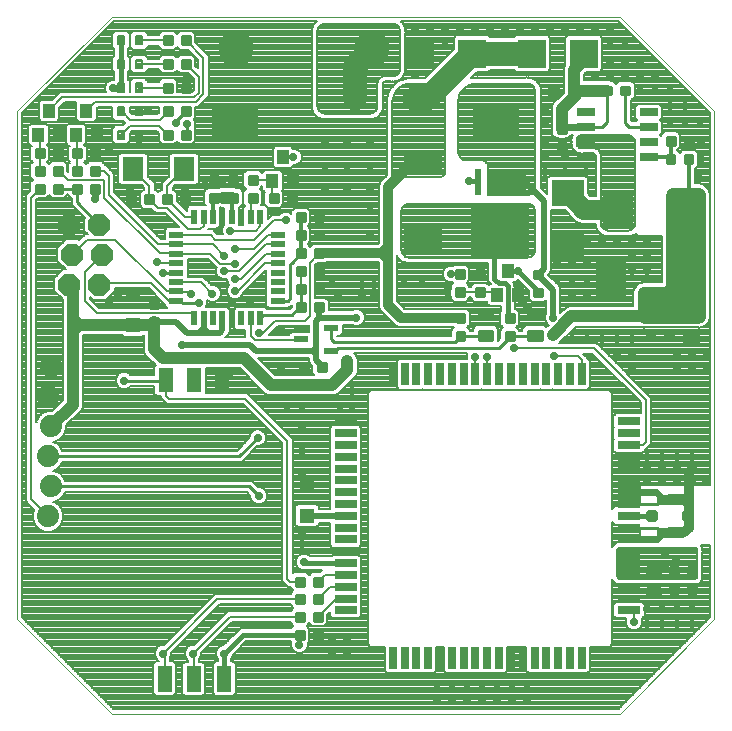
<source format=gtl>
G75*
G70*
%OFA0B0*%
%FSLAX24Y24*%
%IPPOS*%
%LPD*%
%AMOC8*
5,1,8,0,0,1.08239X$1,22.5*
%
%ADD10C,0.0000*%
%ADD11R,0.0260X0.0760*%
%ADD12R,0.0760X0.0260*%
%ADD13C,0.0088*%
%ADD14R,0.0472X0.0866*%
%ADD15R,0.0472X0.0787*%
%ADD16R,0.0600X0.0250*%
%ADD17R,0.1000X0.1200*%
%ADD18R,0.1000X0.1250*%
%ADD19C,0.0100*%
%ADD20R,0.0984X0.1260*%
%ADD21R,0.1080X0.0850*%
%ADD22C,0.0150*%
%ADD23C,0.0200*%
%ADD24R,0.0220X0.0500*%
%ADD25R,0.0500X0.0220*%
%ADD26OC8,0.0740*%
%ADD27R,0.1300X0.0800*%
%ADD28C,0.1181*%
%ADD29R,0.1181X0.1181*%
%ADD30R,0.0240X0.0870*%
%ADD31R,0.1260X0.0866*%
%ADD32R,0.1969X0.1772*%
%ADD33R,0.0945X0.0945*%
%ADD34R,0.0472X0.0217*%
%ADD35C,0.0740*%
%ADD36R,0.0400X0.0450*%
%ADD37R,0.0500X0.0500*%
%ADD38C,0.0075*%
%ADD39C,0.0709*%
%ADD40R,0.0700X0.0800*%
%ADD41C,0.0280*%
%ADD42C,0.0240*%
%ADD43C,0.0080*%
%ADD44C,0.0320*%
%ADD45C,0.0160*%
%ADD46C,0.0660*%
%ADD47C,0.0120*%
%ADD48C,0.0320*%
%ADD49C,0.0400*%
%ADD50C,0.0800*%
D10*
X003294Y001045D02*
X000144Y004194D01*
X000144Y021124D01*
X003294Y024273D01*
X020223Y024273D01*
X023373Y021124D01*
X023373Y004194D01*
X020223Y001045D01*
X003294Y001045D01*
D11*
X012656Y002911D03*
X013050Y002911D03*
X013443Y002911D03*
X013837Y002911D03*
X014231Y002911D03*
X014625Y002911D03*
X015018Y002911D03*
X015412Y002911D03*
X015806Y002911D03*
X016199Y002911D03*
X016593Y002911D03*
X016987Y002911D03*
X017380Y002911D03*
X017774Y002911D03*
X018168Y002911D03*
X018562Y002911D03*
X018955Y002911D03*
X018955Y012360D03*
X018562Y012360D03*
X018168Y012360D03*
X017774Y012360D03*
X017380Y012360D03*
X016987Y012360D03*
X016593Y012360D03*
X016199Y012360D03*
X015806Y012360D03*
X015412Y012360D03*
X015018Y012360D03*
X014625Y012360D03*
X014231Y012360D03*
X013837Y012360D03*
X013443Y012360D03*
X013050Y012360D03*
X012656Y012360D03*
D12*
X011081Y010785D03*
X011081Y010391D03*
X011081Y009998D03*
X011081Y009604D03*
X011081Y009210D03*
X011081Y008816D03*
X011081Y008423D03*
X011081Y008029D03*
X011081Y007635D03*
X011081Y007242D03*
X011081Y006848D03*
X011081Y006454D03*
X011081Y006061D03*
X011081Y005667D03*
X011081Y005273D03*
X011081Y004879D03*
X011081Y004486D03*
X020530Y004486D03*
X020530Y004879D03*
X020530Y005273D03*
X020530Y005667D03*
X020530Y006061D03*
X020530Y006454D03*
X020530Y006848D03*
X020530Y007242D03*
X020530Y007635D03*
X020530Y008029D03*
X020530Y008423D03*
X020530Y008816D03*
X020530Y009210D03*
X020530Y009604D03*
X020530Y009998D03*
X020530Y010391D03*
X020530Y010785D03*
D13*
X021379Y013552D02*
X021379Y013814D01*
X021379Y013552D02*
X021117Y013552D01*
X021117Y013814D01*
X021379Y013814D01*
X021379Y013639D02*
X021117Y013639D01*
X021117Y013726D02*
X021379Y013726D01*
X021379Y013813D02*
X021117Y013813D01*
X021379Y014152D02*
X021379Y014414D01*
X021379Y014152D02*
X021117Y014152D01*
X021117Y014414D01*
X021379Y014414D01*
X021379Y014239D02*
X021117Y014239D01*
X021117Y014326D02*
X021379Y014326D01*
X021379Y014413D02*
X021117Y014413D01*
X021991Y014414D02*
X021991Y014152D01*
X021729Y014152D01*
X021729Y014414D01*
X021991Y014414D01*
X021991Y014239D02*
X021729Y014239D01*
X021729Y014326D02*
X021991Y014326D01*
X021991Y014413D02*
X021729Y014413D01*
X021991Y013814D02*
X021991Y013552D01*
X021729Y013552D01*
X021729Y013814D01*
X021991Y013814D01*
X021991Y013639D02*
X021729Y013639D01*
X021729Y013726D02*
X021991Y013726D01*
X021991Y013813D02*
X021729Y013813D01*
X017626Y014948D02*
X017626Y015210D01*
X017626Y014948D02*
X017364Y014948D01*
X017364Y015210D01*
X017626Y015210D01*
X017626Y015035D02*
X017364Y015035D01*
X017364Y015122D02*
X017626Y015122D01*
X017626Y015209D02*
X017364Y015209D01*
X017626Y015548D02*
X017626Y015810D01*
X017626Y015548D02*
X017364Y015548D01*
X017364Y015810D01*
X017626Y015810D01*
X017626Y015635D02*
X017364Y015635D01*
X017364Y015722D02*
X017626Y015722D01*
X017626Y015809D02*
X017364Y015809D01*
X016424Y014349D02*
X016424Y014087D01*
X016424Y014349D02*
X016686Y014349D01*
X016686Y014087D01*
X016424Y014087D01*
X016424Y014174D02*
X016686Y014174D01*
X016686Y014261D02*
X016424Y014261D01*
X016424Y014348D02*
X016686Y014348D01*
X016424Y013749D02*
X016424Y013487D01*
X016424Y013749D02*
X016686Y013749D01*
X016686Y013487D01*
X016424Y013487D01*
X016424Y013574D02*
X016686Y013574D01*
X016686Y013661D02*
X016424Y013661D01*
X016424Y013748D02*
X016686Y013748D01*
X015440Y014961D02*
X015440Y015223D01*
X015702Y015223D01*
X015702Y014961D01*
X015440Y014961D01*
X015440Y015048D02*
X015702Y015048D01*
X015702Y015135D02*
X015440Y015135D01*
X015440Y015222D02*
X015702Y015222D01*
X015440Y015561D02*
X015440Y015823D01*
X015702Y015823D01*
X015702Y015561D01*
X015440Y015561D01*
X015440Y015648D02*
X015702Y015648D01*
X015702Y015735D02*
X015440Y015735D01*
X015440Y015822D02*
X015702Y015822D01*
X015025Y015826D02*
X015025Y015564D01*
X014763Y015564D01*
X014763Y015826D01*
X015025Y015826D01*
X015025Y015651D02*
X014763Y015651D01*
X014763Y015738D02*
X015025Y015738D01*
X015025Y015825D02*
X014763Y015825D01*
X015025Y015226D02*
X015025Y014964D01*
X014763Y014964D01*
X014763Y015226D01*
X015025Y015226D01*
X015025Y015051D02*
X014763Y015051D01*
X014763Y015138D02*
X015025Y015138D01*
X015025Y015225D02*
X014763Y015225D01*
X014783Y014349D02*
X014783Y014087D01*
X014783Y014349D02*
X015045Y014349D01*
X015045Y014087D01*
X014783Y014087D01*
X014783Y014174D02*
X015045Y014174D01*
X015045Y014261D02*
X014783Y014261D01*
X014783Y014348D02*
X015045Y014348D01*
X014783Y013749D02*
X014783Y013487D01*
X014783Y013749D02*
X015045Y013749D01*
X015045Y013487D01*
X014783Y013487D01*
X014783Y013574D02*
X015045Y013574D01*
X015045Y013661D02*
X014783Y013661D01*
X014783Y013748D02*
X015045Y013748D01*
X010425Y012464D02*
X010163Y012464D01*
X010163Y012726D01*
X010425Y012726D01*
X010425Y012464D01*
X010425Y012551D02*
X010163Y012551D01*
X010163Y012638D02*
X010425Y012638D01*
X010425Y012725D02*
X010163Y012725D01*
X009825Y012464D02*
X009563Y012464D01*
X009563Y012726D01*
X009825Y012726D01*
X009825Y012464D01*
X009825Y012551D02*
X009563Y012551D01*
X009563Y012638D02*
X009825Y012638D01*
X009825Y012725D02*
X009563Y012725D01*
X009469Y014463D02*
X009731Y014463D01*
X009469Y014463D02*
X009469Y014725D01*
X009731Y014725D01*
X009731Y014463D01*
X009731Y014550D02*
X009469Y014550D01*
X009469Y014637D02*
X009731Y014637D01*
X009731Y014724D02*
X009469Y014724D01*
X009469Y015319D02*
X009731Y015319D01*
X009731Y015057D01*
X009469Y015057D01*
X009469Y015319D01*
X009469Y015144D02*
X009731Y015144D01*
X009731Y015231D02*
X009469Y015231D01*
X009469Y015318D02*
X009731Y015318D01*
X009725Y015926D02*
X009463Y015926D01*
X009725Y015926D02*
X009725Y015664D01*
X009463Y015664D01*
X009463Y015926D01*
X009463Y015751D02*
X009725Y015751D01*
X009725Y015838D02*
X009463Y015838D01*
X009463Y015925D02*
X009725Y015925D01*
X009734Y016258D02*
X009472Y016258D01*
X009472Y016520D01*
X009734Y016520D01*
X009734Y016258D01*
X009734Y016345D02*
X009472Y016345D01*
X009472Y016432D02*
X009734Y016432D01*
X009734Y016519D02*
X009472Y016519D01*
X009463Y017126D02*
X009725Y017126D01*
X009725Y016864D01*
X009463Y016864D01*
X009463Y017126D01*
X009463Y016951D02*
X009725Y016951D01*
X009725Y017038D02*
X009463Y017038D01*
X009463Y017125D02*
X009725Y017125D01*
X010063Y017126D02*
X010325Y017126D01*
X010325Y016864D01*
X010063Y016864D01*
X010063Y017126D01*
X010063Y016951D02*
X010325Y016951D01*
X010325Y017038D02*
X010063Y017038D01*
X010063Y017125D02*
X010325Y017125D01*
X010321Y017727D02*
X010059Y017727D01*
X010321Y017727D02*
X010321Y017465D01*
X010059Y017465D01*
X010059Y017727D01*
X010059Y017552D02*
X010321Y017552D01*
X010321Y017639D02*
X010059Y017639D01*
X010059Y017726D02*
X010321Y017726D01*
X009721Y017727D02*
X009459Y017727D01*
X009721Y017727D02*
X009721Y017465D01*
X009459Y017465D01*
X009459Y017727D01*
X009459Y017552D02*
X009721Y017552D01*
X009721Y017639D02*
X009459Y017639D01*
X009459Y017726D02*
X009721Y017726D01*
X009424Y018356D02*
X009162Y018356D01*
X009424Y018356D02*
X009424Y018094D01*
X009162Y018094D01*
X009162Y018356D01*
X009162Y018181D02*
X009424Y018181D01*
X009424Y018268D02*
X009162Y018268D01*
X009162Y018355D02*
X009424Y018355D01*
X008824Y018356D02*
X008562Y018356D01*
X008824Y018356D02*
X008824Y018094D01*
X008562Y018094D01*
X008562Y018356D01*
X008562Y018181D02*
X008824Y018181D01*
X008824Y018268D02*
X008562Y018268D01*
X008562Y018355D02*
X008824Y018355D01*
X007863Y018376D02*
X007863Y018114D01*
X007863Y018376D02*
X008125Y018376D01*
X008125Y018114D01*
X007863Y018114D01*
X007863Y018201D02*
X008125Y018201D01*
X008125Y018288D02*
X007863Y018288D01*
X007863Y018375D02*
X008125Y018375D01*
X007863Y018714D02*
X007863Y018976D01*
X008125Y018976D01*
X008125Y018714D01*
X007863Y018714D01*
X007863Y018801D02*
X008125Y018801D01*
X008125Y018888D02*
X007863Y018888D01*
X007863Y018975D02*
X008125Y018975D01*
X007213Y018976D02*
X007213Y018714D01*
X007213Y018976D02*
X007475Y018976D01*
X007475Y018714D01*
X007213Y018714D01*
X007213Y018801D02*
X007475Y018801D01*
X007475Y018888D02*
X007213Y018888D01*
X007213Y018975D02*
X007475Y018975D01*
X007213Y018376D02*
X007213Y018114D01*
X007213Y018376D02*
X007475Y018376D01*
X007475Y018114D01*
X007213Y018114D01*
X007213Y018201D02*
X007475Y018201D01*
X007475Y018288D02*
X007213Y018288D01*
X007213Y018375D02*
X007475Y018375D01*
X006563Y018376D02*
X006563Y018114D01*
X006563Y018376D02*
X006825Y018376D01*
X006825Y018114D01*
X006563Y018114D01*
X006563Y018201D02*
X006825Y018201D01*
X006825Y018288D02*
X006563Y018288D01*
X006563Y018375D02*
X006825Y018375D01*
X006563Y018714D02*
X006563Y018976D01*
X006825Y018976D01*
X006825Y018714D01*
X006563Y018714D01*
X006563Y018801D02*
X006825Y018801D01*
X006825Y018888D02*
X006563Y018888D01*
X006563Y018975D02*
X006825Y018975D01*
X005875Y018064D02*
X005613Y018064D01*
X005613Y018326D01*
X005875Y018326D01*
X005875Y018064D01*
X005875Y018151D02*
X005613Y018151D01*
X005613Y018238D02*
X005875Y018238D01*
X005875Y018325D02*
X005613Y018325D01*
X005275Y018064D02*
X005013Y018064D01*
X005013Y018326D01*
X005275Y018326D01*
X005275Y018064D01*
X005275Y018151D02*
X005013Y018151D01*
X005013Y018238D02*
X005275Y018238D01*
X005275Y018325D02*
X005013Y018325D01*
X004675Y018326D02*
X004413Y018326D01*
X004675Y018326D02*
X004675Y018064D01*
X004413Y018064D01*
X004413Y018326D01*
X004413Y018151D02*
X004675Y018151D01*
X004675Y018238D02*
X004413Y018238D01*
X004413Y018325D02*
X004675Y018325D01*
X004075Y018326D02*
X003813Y018326D01*
X004075Y018326D02*
X004075Y018064D01*
X003813Y018064D01*
X003813Y018326D01*
X003813Y018151D02*
X004075Y018151D01*
X004075Y018238D02*
X003813Y018238D01*
X003813Y018325D02*
X004075Y018325D01*
X002871Y018406D02*
X002609Y018406D01*
X002609Y018668D01*
X002871Y018668D01*
X002871Y018406D01*
X002871Y018493D02*
X002609Y018493D01*
X002609Y018580D02*
X002871Y018580D01*
X002871Y018667D02*
X002609Y018667D01*
X002271Y018406D02*
X002009Y018406D01*
X002009Y018668D01*
X002271Y018668D01*
X002271Y018406D01*
X002271Y018493D02*
X002009Y018493D01*
X002009Y018580D02*
X002271Y018580D01*
X002271Y018667D02*
X002009Y018667D01*
X002013Y019014D02*
X002275Y019014D01*
X002013Y019014D02*
X002013Y019276D01*
X002275Y019276D01*
X002275Y019014D01*
X002275Y019101D02*
X002013Y019101D01*
X002013Y019188D02*
X002275Y019188D01*
X002275Y019275D02*
X002013Y019275D01*
X002011Y019848D02*
X002273Y019848D01*
X002273Y019586D01*
X002011Y019586D01*
X002011Y019848D01*
X002011Y019673D02*
X002273Y019673D01*
X002273Y019760D02*
X002011Y019760D01*
X002011Y019847D02*
X002273Y019847D01*
X002611Y019848D02*
X002873Y019848D01*
X002873Y019586D01*
X002611Y019586D01*
X002611Y019848D01*
X002611Y019673D02*
X002873Y019673D01*
X002873Y019760D02*
X002611Y019760D01*
X002611Y019847D02*
X002873Y019847D01*
X002875Y019014D02*
X002613Y019014D01*
X002613Y019276D01*
X002875Y019276D01*
X002875Y019014D01*
X002875Y019101D02*
X002613Y019101D01*
X002613Y019188D02*
X002875Y019188D01*
X002875Y019275D02*
X002613Y019275D01*
X001625Y019014D02*
X001363Y019014D01*
X001363Y019276D01*
X001625Y019276D01*
X001625Y019014D01*
X001625Y019101D02*
X001363Y019101D01*
X001363Y019188D02*
X001625Y019188D01*
X001625Y019275D02*
X001363Y019275D01*
X001358Y019848D02*
X001620Y019848D01*
X001620Y019586D01*
X001358Y019586D01*
X001358Y019848D01*
X001358Y019673D02*
X001620Y019673D01*
X001620Y019760D02*
X001358Y019760D01*
X001358Y019847D02*
X001620Y019847D01*
X001020Y019848D02*
X000758Y019848D01*
X001020Y019848D02*
X001020Y019586D01*
X000758Y019586D01*
X000758Y019848D01*
X000758Y019673D02*
X001020Y019673D01*
X001020Y019760D02*
X000758Y019760D01*
X000758Y019847D02*
X001020Y019847D01*
X001025Y019014D02*
X000763Y019014D01*
X000763Y019276D01*
X001025Y019276D01*
X001025Y019014D01*
X001025Y019101D02*
X000763Y019101D01*
X000763Y019188D02*
X001025Y019188D01*
X001025Y019275D02*
X000763Y019275D01*
X000763Y018676D02*
X001025Y018676D01*
X001025Y018414D01*
X000763Y018414D01*
X000763Y018676D01*
X000763Y018501D02*
X001025Y018501D01*
X001025Y018588D02*
X000763Y018588D01*
X000763Y018675D02*
X001025Y018675D01*
X001363Y018676D02*
X001625Y018676D01*
X001625Y018414D01*
X001363Y018414D01*
X001363Y018676D01*
X001363Y018501D02*
X001625Y018501D01*
X001625Y018588D02*
X001363Y018588D01*
X001363Y018675D02*
X001625Y018675D01*
X005031Y020467D02*
X005293Y020467D01*
X005293Y020205D01*
X005031Y020205D01*
X005031Y020467D01*
X005031Y020292D02*
X005293Y020292D01*
X005293Y020379D02*
X005031Y020379D01*
X005031Y020466D02*
X005293Y020466D01*
X005631Y020467D02*
X005893Y020467D01*
X005893Y020205D01*
X005631Y020205D01*
X005631Y020467D01*
X005631Y020292D02*
X005893Y020292D01*
X005893Y020379D02*
X005631Y020379D01*
X005631Y020466D02*
X005893Y020466D01*
X005893Y021255D02*
X005631Y021255D01*
X005893Y021255D02*
X005893Y020993D01*
X005631Y020993D01*
X005631Y021255D01*
X005631Y021080D02*
X005893Y021080D01*
X005893Y021167D02*
X005631Y021167D01*
X005631Y021254D02*
X005893Y021254D01*
X005893Y022042D02*
X005631Y022042D01*
X005893Y022042D02*
X005893Y021780D01*
X005631Y021780D01*
X005631Y022042D01*
X005631Y021867D02*
X005893Y021867D01*
X005893Y021954D02*
X005631Y021954D01*
X005631Y022041D02*
X005893Y022041D01*
X005893Y022567D02*
X005631Y022567D01*
X005631Y022829D01*
X005893Y022829D01*
X005893Y022567D01*
X005893Y022654D02*
X005631Y022654D01*
X005631Y022741D02*
X005893Y022741D01*
X005893Y022828D02*
X005631Y022828D01*
X005293Y022567D02*
X005031Y022567D01*
X005031Y022829D01*
X005293Y022829D01*
X005293Y022567D01*
X005293Y022654D02*
X005031Y022654D01*
X005031Y022741D02*
X005293Y022741D01*
X005293Y022828D02*
X005031Y022828D01*
X005031Y023355D02*
X005293Y023355D01*
X005031Y023355D02*
X005031Y023617D01*
X005293Y023617D01*
X005293Y023355D01*
X005293Y023442D02*
X005031Y023442D01*
X005031Y023529D02*
X005293Y023529D01*
X005293Y023616D02*
X005031Y023616D01*
X005631Y023355D02*
X005893Y023355D01*
X005631Y023355D02*
X005631Y023617D01*
X005893Y023617D01*
X005893Y023355D01*
X005893Y023442D02*
X005631Y023442D01*
X005631Y023529D02*
X005893Y023529D01*
X005893Y023616D02*
X005631Y023616D01*
X005293Y022042D02*
X005031Y022042D01*
X005293Y022042D02*
X005293Y021780D01*
X005031Y021780D01*
X005031Y022042D01*
X005031Y021867D02*
X005293Y021867D01*
X005293Y021954D02*
X005031Y021954D01*
X005031Y022041D02*
X005293Y022041D01*
X005293Y021255D02*
X005031Y021255D01*
X005293Y021255D02*
X005293Y020993D01*
X005031Y020993D01*
X005031Y021255D01*
X005031Y021080D02*
X005293Y021080D01*
X005293Y021167D02*
X005031Y021167D01*
X005031Y021254D02*
X005293Y021254D01*
X010072Y016258D02*
X010334Y016258D01*
X010072Y016258D02*
X010072Y016520D01*
X010334Y016520D01*
X010334Y016258D01*
X010334Y016345D02*
X010072Y016345D01*
X010072Y016432D02*
X010334Y016432D01*
X010334Y016519D02*
X010072Y016519D01*
X010063Y015926D02*
X010325Y015926D01*
X010325Y015664D01*
X010063Y015664D01*
X010063Y015926D01*
X010063Y015751D02*
X010325Y015751D01*
X010325Y015838D02*
X010063Y015838D01*
X010063Y015925D02*
X010325Y015925D01*
X010331Y015319D02*
X010069Y015319D01*
X010331Y015319D02*
X010331Y015057D01*
X010069Y015057D01*
X010069Y015319D01*
X010069Y015144D02*
X010331Y015144D01*
X010331Y015231D02*
X010069Y015231D01*
X010069Y015318D02*
X010331Y015318D01*
X010331Y014463D02*
X010069Y014463D01*
X010069Y014725D01*
X010331Y014725D01*
X010331Y014463D01*
X010331Y014550D02*
X010069Y014550D01*
X010069Y014637D02*
X010331Y014637D01*
X010331Y014724D02*
X010069Y014724D01*
X004563Y014826D02*
X004563Y014564D01*
X004563Y014826D02*
X004825Y014826D01*
X004825Y014564D01*
X004563Y014564D01*
X004563Y014651D02*
X004825Y014651D01*
X004825Y014738D02*
X004563Y014738D01*
X004563Y014825D02*
X004825Y014825D01*
X004563Y014226D02*
X004563Y013964D01*
X004563Y014226D02*
X004825Y014226D01*
X004825Y013964D01*
X004563Y013964D01*
X004563Y014051D02*
X004825Y014051D01*
X004825Y014138D02*
X004563Y014138D01*
X004563Y014225D02*
X004825Y014225D01*
X009437Y005573D02*
X009699Y005573D01*
X009699Y005311D01*
X009437Y005311D01*
X009437Y005573D01*
X009437Y005398D02*
X009699Y005398D01*
X009699Y005485D02*
X009437Y005485D01*
X009437Y005572D02*
X009699Y005572D01*
X010037Y005573D02*
X010299Y005573D01*
X010299Y005311D01*
X010037Y005311D01*
X010037Y005573D01*
X010037Y005398D02*
X010299Y005398D01*
X010299Y005485D02*
X010037Y005485D01*
X010037Y005572D02*
X010299Y005572D01*
X010293Y004730D02*
X010031Y004730D01*
X010031Y004992D01*
X010293Y004992D01*
X010293Y004730D01*
X010293Y004817D02*
X010031Y004817D01*
X010031Y004904D02*
X010293Y004904D01*
X010293Y004991D02*
X010031Y004991D01*
X009693Y004730D02*
X009431Y004730D01*
X009431Y004992D01*
X009693Y004992D01*
X009693Y004730D01*
X009693Y004817D02*
X009431Y004817D01*
X009431Y004904D02*
X009693Y004904D01*
X009693Y004991D02*
X009431Y004991D01*
X009431Y004142D02*
X009693Y004142D01*
X009431Y004142D02*
X009431Y004404D01*
X009693Y004404D01*
X009693Y004142D01*
X009693Y004229D02*
X009431Y004229D01*
X009431Y004316D02*
X009693Y004316D01*
X009693Y004403D02*
X009431Y004403D01*
X009424Y003541D02*
X009686Y003541D01*
X009424Y003541D02*
X009424Y003803D01*
X009686Y003803D01*
X009686Y003541D01*
X009686Y003628D02*
X009424Y003628D01*
X009424Y003715D02*
X009686Y003715D01*
X009686Y003802D02*
X009424Y003802D01*
X010024Y003541D02*
X010286Y003541D01*
X010024Y003541D02*
X010024Y003803D01*
X010286Y003803D01*
X010286Y003541D01*
X010286Y003628D02*
X010024Y003628D01*
X010024Y003715D02*
X010286Y003715D01*
X010286Y003802D02*
X010024Y003802D01*
X010031Y004142D02*
X010293Y004142D01*
X010031Y004142D02*
X010031Y004404D01*
X010293Y004404D01*
X010293Y004142D01*
X010293Y004229D02*
X010031Y004229D01*
X010031Y004316D02*
X010293Y004316D01*
X010293Y004403D02*
X010031Y004403D01*
X022175Y005064D02*
X022175Y005326D01*
X022175Y005064D02*
X021913Y005064D01*
X021913Y005326D01*
X022175Y005326D01*
X022175Y005151D02*
X021913Y005151D01*
X021913Y005238D02*
X022175Y005238D01*
X022175Y005325D02*
X021913Y005325D01*
X022175Y005664D02*
X022175Y005926D01*
X022175Y005664D02*
X021913Y005664D01*
X021913Y005926D01*
X022175Y005926D01*
X022175Y005751D02*
X021913Y005751D01*
X021913Y005838D02*
X022175Y005838D01*
X022175Y005925D02*
X021913Y005925D01*
X022775Y005926D02*
X022775Y005664D01*
X022513Y005664D01*
X022513Y005926D01*
X022775Y005926D01*
X022775Y005751D02*
X022513Y005751D01*
X022513Y005838D02*
X022775Y005838D01*
X022775Y005925D02*
X022513Y005925D01*
X022775Y005326D02*
X022775Y005064D01*
X022513Y005064D01*
X022513Y005326D01*
X022775Y005326D01*
X022775Y005151D02*
X022513Y005151D01*
X022513Y005238D02*
X022775Y005238D01*
X022775Y005325D02*
X022513Y005325D01*
X022646Y019390D02*
X022384Y019390D01*
X022384Y019652D01*
X022646Y019652D01*
X022646Y019390D01*
X022646Y019477D02*
X022384Y019477D01*
X022384Y019564D02*
X022646Y019564D01*
X022646Y019651D02*
X022384Y019651D01*
X022046Y019390D02*
X021784Y019390D01*
X021784Y019652D01*
X022046Y019652D01*
X022046Y019390D01*
X022046Y019477D02*
X021784Y019477D01*
X021784Y019564D02*
X022046Y019564D01*
X022046Y019651D02*
X021784Y019651D01*
X021792Y020002D02*
X022054Y020002D01*
X021792Y020002D02*
X021792Y020264D01*
X022054Y020264D01*
X022054Y020002D01*
X022054Y020089D02*
X021792Y020089D01*
X021792Y020176D02*
X022054Y020176D01*
X022054Y020263D02*
X021792Y020263D01*
X022392Y020002D02*
X022654Y020002D01*
X022392Y020002D02*
X022392Y020264D01*
X022654Y020264D01*
X022654Y020002D01*
X022654Y020089D02*
X022392Y020089D01*
X022392Y020176D02*
X022654Y020176D01*
X022654Y020263D02*
X022392Y020263D01*
X020533Y021945D02*
X020271Y021945D01*
X020533Y021945D02*
X020533Y021683D01*
X020271Y021683D01*
X020271Y021945D01*
X020271Y021770D02*
X020533Y021770D01*
X020533Y021857D02*
X020271Y021857D01*
X020271Y021944D02*
X020533Y021944D01*
X019933Y021945D02*
X019671Y021945D01*
X019933Y021945D02*
X019933Y021683D01*
X019671Y021683D01*
X019671Y021945D01*
X019671Y021770D02*
X019933Y021770D01*
X019933Y021857D02*
X019671Y021857D01*
X019671Y021944D02*
X019933Y021944D01*
X018423Y020666D02*
X018423Y020404D01*
X018161Y020404D01*
X018161Y020666D01*
X018423Y020666D01*
X018423Y020491D02*
X018161Y020491D01*
X018161Y020578D02*
X018423Y020578D01*
X018423Y020665D02*
X018161Y020665D01*
X018423Y020066D02*
X018423Y019804D01*
X018161Y019804D01*
X018161Y020066D01*
X018423Y020066D01*
X018423Y019891D02*
X018161Y019891D01*
X018161Y019978D02*
X018423Y019978D01*
X018423Y020065D02*
X018161Y020065D01*
D14*
X007038Y002211D03*
X006014Y002195D03*
X005050Y002211D03*
D15*
X005081Y012152D03*
X006042Y012160D03*
X006971Y012160D03*
D16*
X019080Y019594D03*
X019080Y020094D03*
X019080Y020594D03*
X019080Y021094D03*
X021180Y021094D03*
X021180Y020594D03*
X021180Y020094D03*
X021180Y019594D03*
D17*
X022414Y015593D03*
D18*
X019914Y015593D03*
D19*
X017619Y014495D02*
X017619Y014195D01*
X017169Y014195D01*
X017169Y014495D01*
X017619Y014495D01*
X017619Y014294D02*
X017169Y014294D01*
X017169Y014393D02*
X017619Y014393D01*
X017619Y014492D02*
X017169Y014492D01*
X017619Y013795D02*
X017619Y013495D01*
X017169Y013495D01*
X017169Y013795D01*
X017619Y013795D01*
X017619Y013594D02*
X017169Y013594D01*
X017169Y013693D02*
X017619Y013693D01*
X017619Y013792D02*
X017169Y013792D01*
X017367Y013618D02*
X017394Y013645D01*
X017367Y013618D02*
X016555Y013618D01*
X016555Y013605D01*
X016194Y013245D01*
X010844Y013245D01*
X010744Y013145D01*
X010740Y013141D01*
X010604Y013141D01*
X010744Y013145D02*
X010758Y013145D01*
X010694Y013445D02*
X010594Y013545D01*
X010594Y013879D01*
X010604Y013889D01*
X010750Y013889D01*
X010694Y013445D02*
X014744Y013445D01*
X014914Y013615D01*
X014914Y013618D01*
X015717Y013618D01*
X015744Y013645D01*
X015969Y013795D02*
X015969Y013495D01*
X015519Y013495D01*
X015519Y013795D01*
X015969Y013795D01*
X015969Y013594D02*
X015519Y013594D01*
X015519Y013693D02*
X015969Y013693D01*
X015969Y013792D02*
X015519Y013792D01*
X015969Y014195D02*
X015969Y014495D01*
X015969Y014195D02*
X015519Y014195D01*
X015519Y014495D01*
X015969Y014495D01*
X015969Y014294D02*
X015519Y014294D01*
X015519Y014393D02*
X015969Y014393D01*
X015969Y014492D02*
X015519Y014492D01*
X015994Y016795D02*
X016230Y017031D01*
X016230Y017155D01*
X019080Y020594D02*
X019080Y020595D01*
X019644Y020595D01*
X019802Y020753D01*
X019802Y021814D01*
X020402Y021814D02*
X020402Y020737D01*
X020544Y020595D01*
X021180Y020595D01*
X021180Y020594D01*
X018848Y021562D02*
X018548Y021562D01*
X018548Y022012D01*
X018848Y022012D01*
X018848Y021562D01*
X018848Y021661D02*
X018548Y021661D01*
X018548Y021760D02*
X018848Y021760D01*
X018848Y021859D02*
X018548Y021859D01*
X018548Y021958D02*
X018848Y021958D01*
X018148Y021562D02*
X017848Y021562D01*
X017848Y022012D01*
X018148Y022012D01*
X018148Y021562D01*
X018148Y021661D02*
X017848Y021661D01*
X017848Y021760D02*
X018148Y021760D01*
X018148Y021859D02*
X017848Y021859D01*
X017848Y021958D02*
X018148Y021958D01*
X022823Y014433D02*
X022823Y014133D01*
X022373Y014133D01*
X022373Y014433D01*
X022823Y014433D01*
X022823Y014232D02*
X022373Y014232D01*
X022373Y014331D02*
X022823Y014331D01*
X022823Y014430D02*
X022373Y014430D01*
X022823Y013733D02*
X022823Y013433D01*
X022373Y013433D01*
X022373Y013733D01*
X022823Y013733D01*
X022823Y013532D02*
X022373Y013532D01*
X022373Y013631D02*
X022823Y013631D01*
X022823Y013730D02*
X022373Y013730D01*
X021610Y008185D02*
X021453Y008029D01*
X020530Y008029D01*
X020530Y007242D02*
X021447Y007242D01*
X021644Y007045D01*
X021569Y005945D02*
X021569Y005645D01*
X021119Y005645D01*
X021119Y005945D01*
X021569Y005945D01*
X021569Y005744D02*
X021119Y005744D01*
X021119Y005843D02*
X021569Y005843D01*
X021569Y005942D02*
X021119Y005942D01*
X021569Y005245D02*
X021569Y004945D01*
X021119Y004945D01*
X021119Y005245D01*
X021569Y005245D01*
X021569Y005044D02*
X021119Y005044D01*
X021119Y005143D02*
X021569Y005143D01*
X021569Y005242D02*
X021119Y005242D01*
X009568Y005442D02*
X009565Y005445D01*
X008188Y008301D02*
X007869Y008620D01*
X001268Y008620D01*
X001168Y009620D02*
X007538Y009620D01*
X008154Y010235D01*
X005081Y012152D02*
X005074Y012145D01*
X003694Y012145D01*
X005446Y014802D02*
X005587Y014802D01*
X005644Y014745D01*
X006194Y014745D01*
X005468Y015095D02*
X005446Y015117D01*
X005446Y015747D02*
X004997Y015747D01*
X004994Y015745D01*
X002879Y017347D02*
X002140Y018086D01*
X002140Y018537D01*
X002132Y018545D01*
X001494Y018545D01*
X005444Y020745D02*
X005444Y020805D01*
X005762Y021124D01*
X005794Y020695D02*
X005794Y020368D01*
X005762Y020336D01*
X008994Y019595D02*
X009344Y019595D01*
X009603Y016389D02*
X009294Y016079D01*
X009244Y016029D01*
X009244Y014895D01*
X009152Y014802D01*
X008826Y014802D01*
X008368Y014345D02*
X008238Y014215D01*
X008368Y014345D02*
X009294Y014345D01*
X009543Y014594D01*
X009600Y014594D01*
X009600Y015188D01*
D20*
X020175Y017842D03*
X022419Y017842D03*
D21*
X018482Y018401D03*
X018482Y016661D03*
D22*
X021537Y008110D02*
X022287Y008110D01*
X021537Y008110D02*
X021537Y008260D01*
X022287Y008260D01*
X022287Y008110D01*
X022287Y008259D02*
X021537Y008259D01*
X021537Y007010D02*
X022287Y007010D01*
X021537Y007010D02*
X021537Y007160D01*
X022287Y007160D01*
X022287Y007010D01*
X022287Y007159D02*
X021537Y007159D01*
D23*
X021412Y007735D02*
X021212Y007735D01*
X021412Y007735D02*
X021412Y007535D01*
X021212Y007535D01*
X021212Y007735D01*
X021212Y007734D02*
X021412Y007734D01*
X022412Y007735D02*
X022612Y007735D01*
X022612Y007535D01*
X022412Y007535D01*
X022412Y007735D01*
X022412Y007734D02*
X022612Y007734D01*
X017994Y014245D02*
X017994Y015180D01*
X017495Y015679D01*
X017694Y015878D01*
X017694Y018145D01*
X017070Y018769D01*
X016466Y018769D01*
X011444Y014245D02*
X010194Y014245D01*
X010194Y014588D01*
X010200Y014594D01*
X010194Y014245D02*
X010094Y014145D01*
X010094Y013245D01*
X009990Y013141D01*
X009998Y013141D01*
X010094Y013045D01*
X010094Y013245D01*
X009990Y013141D02*
X009580Y013141D01*
X009577Y013145D01*
X008094Y013145D01*
X007894Y013345D01*
X005644Y013345D01*
X005794Y013745D02*
X005444Y014095D01*
X004694Y014095D01*
X004044Y014095D02*
X003944Y013995D01*
X003994Y013995D01*
X005794Y013745D02*
X006194Y013745D01*
X006494Y013745D01*
X006348Y013891D01*
X006348Y013899D01*
X006194Y013745D01*
X006348Y013899D02*
X006348Y014215D01*
X006494Y013745D02*
X006894Y013745D01*
X006978Y013829D01*
X006978Y014215D01*
X010094Y013045D02*
X010094Y012845D01*
X010294Y012645D01*
X010294Y012595D01*
X009794Y007645D02*
X009794Y007595D01*
X009835Y007635D01*
X011081Y007635D01*
D24*
X008238Y014215D03*
X007923Y014215D03*
X007608Y014215D03*
X007293Y014215D03*
X006978Y014215D03*
X006663Y014215D03*
X006348Y014215D03*
X006033Y014215D03*
X006033Y017595D03*
X006348Y017595D03*
X006663Y017595D03*
X006978Y017595D03*
X007293Y017595D03*
X007608Y017595D03*
X007923Y017595D03*
X008238Y017595D03*
D25*
X008826Y017007D03*
X008826Y016692D03*
X008826Y016377D03*
X008826Y016062D03*
X008826Y015747D03*
X008826Y015432D03*
X008826Y015117D03*
X008826Y014802D03*
X005446Y014802D03*
X005446Y015117D03*
X005446Y015432D03*
X005446Y015747D03*
X005446Y016062D03*
X005446Y016377D03*
X005446Y016692D03*
X005446Y017007D03*
D26*
X002979Y016347D03*
X001979Y016347D03*
X001879Y015347D03*
X002879Y015347D03*
X002879Y017347D03*
X001879Y017347D03*
D27*
X013677Y016926D03*
X013677Y019426D03*
D28*
X011959Y023182D03*
X007427Y023182D03*
D29*
X007597Y020701D03*
X007203Y020701D03*
X015891Y020701D03*
X016284Y020701D03*
D30*
X015480Y018776D03*
D31*
X016466Y018769D03*
D32*
X016230Y017155D03*
D33*
X015302Y023045D03*
X013569Y023045D03*
X017287Y023047D03*
X019019Y023047D03*
D34*
X010604Y013889D03*
X010604Y013141D03*
X009580Y013141D03*
X009580Y013515D03*
X009580Y013889D03*
D35*
X001268Y012620D03*
X001168Y011620D03*
X001268Y010620D03*
X001168Y009620D03*
X001268Y008620D03*
X001168Y007620D03*
D36*
X008644Y018795D03*
X009344Y018795D03*
X008994Y019595D03*
X002794Y020345D03*
X002094Y020345D03*
X001544Y020345D03*
X000844Y020345D03*
X001194Y021145D03*
X002444Y021145D03*
X016144Y014995D03*
X016844Y014995D03*
X016494Y015795D03*
D37*
X009794Y008645D03*
X009794Y007645D03*
X003994Y013995D03*
X003994Y014995D03*
D38*
X004081Y020198D02*
X004307Y020198D01*
X004081Y020198D02*
X004081Y020474D01*
X004307Y020474D01*
X004307Y020198D01*
X004307Y020272D02*
X004081Y020272D01*
X004081Y020346D02*
X004307Y020346D01*
X004307Y020420D02*
X004081Y020420D01*
X003707Y020198D02*
X003481Y020198D01*
X003481Y020474D01*
X003707Y020474D01*
X003707Y020198D01*
X003707Y020272D02*
X003481Y020272D01*
X003481Y020346D02*
X003707Y020346D01*
X003707Y020420D02*
X003481Y020420D01*
X003481Y020986D02*
X003707Y020986D01*
X003481Y020986D02*
X003481Y021262D01*
X003707Y021262D01*
X003707Y020986D01*
X003707Y021060D02*
X003481Y021060D01*
X003481Y021134D02*
X003707Y021134D01*
X003707Y021208D02*
X003481Y021208D01*
X003481Y021773D02*
X003707Y021773D01*
X003481Y021773D02*
X003481Y022049D01*
X003707Y022049D01*
X003707Y021773D01*
X003707Y021847D02*
X003481Y021847D01*
X003481Y021921D02*
X003707Y021921D01*
X003707Y021995D02*
X003481Y021995D01*
X003481Y022560D02*
X003707Y022560D01*
X003481Y022560D02*
X003481Y022836D01*
X003707Y022836D01*
X003707Y022560D01*
X003707Y022634D02*
X003481Y022634D01*
X003481Y022708D02*
X003707Y022708D01*
X003707Y022782D02*
X003481Y022782D01*
X003481Y023348D02*
X003707Y023348D01*
X003481Y023348D02*
X003481Y023624D01*
X003707Y023624D01*
X003707Y023348D01*
X003707Y023422D02*
X003481Y023422D01*
X003481Y023496D02*
X003707Y023496D01*
X003707Y023570D02*
X003481Y023570D01*
X004081Y023348D02*
X004307Y023348D01*
X004081Y023348D02*
X004081Y023624D01*
X004307Y023624D01*
X004307Y023348D01*
X004307Y023422D02*
X004081Y023422D01*
X004081Y023496D02*
X004307Y023496D01*
X004307Y023570D02*
X004081Y023570D01*
X004081Y022560D02*
X004307Y022560D01*
X004081Y022560D02*
X004081Y022836D01*
X004307Y022836D01*
X004307Y022560D01*
X004307Y022634D02*
X004081Y022634D01*
X004081Y022708D02*
X004307Y022708D01*
X004307Y022782D02*
X004081Y022782D01*
X004081Y021773D02*
X004307Y021773D01*
X004081Y021773D02*
X004081Y022049D01*
X004307Y022049D01*
X004307Y021773D01*
X004307Y021847D02*
X004081Y021847D01*
X004081Y021921D02*
X004307Y021921D01*
X004307Y021995D02*
X004081Y021995D01*
X004081Y020986D02*
X004307Y020986D01*
X004081Y020986D02*
X004081Y021262D01*
X004307Y021262D01*
X004307Y020986D01*
X004307Y021060D02*
X004081Y021060D01*
X004081Y021134D02*
X004307Y021134D01*
X004307Y021208D02*
X004081Y021208D01*
D39*
X011394Y021545D03*
X013378Y021545D03*
D40*
X005694Y019195D03*
X003994Y019195D03*
D41*
X003894Y018545D03*
X002744Y018195D03*
X003194Y019795D03*
X004194Y019995D03*
X004494Y021145D03*
X005444Y020745D03*
X005794Y020695D03*
X005794Y022245D03*
X003344Y021895D03*
X005744Y018545D03*
X006394Y018845D03*
X006994Y018845D03*
X006844Y017145D03*
X007244Y017145D03*
X007394Y016545D03*
X007044Y016295D03*
X007394Y016045D03*
X007044Y015795D03*
X007394Y015545D03*
X007394Y015145D03*
X007294Y014745D03*
X006644Y015045D03*
X006194Y014745D03*
X005944Y015045D03*
X004994Y015745D03*
X004794Y016095D03*
X003494Y014945D03*
X003194Y014695D03*
X003694Y012145D03*
X005644Y013345D03*
X007194Y012345D03*
X008194Y013745D03*
X008944Y013845D03*
X007894Y014795D03*
X008944Y012545D03*
X009144Y011295D03*
X009644Y011295D03*
X009644Y010545D03*
X009644Y009795D03*
X009644Y009045D03*
X008188Y008301D03*
X009644Y007045D03*
X009644Y006695D03*
X009694Y006095D03*
X010644Y003545D03*
X010644Y003045D03*
X011144Y003045D03*
X011144Y003545D03*
X009544Y003345D03*
X007044Y003045D03*
X005994Y003045D03*
X004994Y003045D03*
X008154Y010235D03*
X010894Y011295D03*
X011294Y011295D03*
X011294Y011795D03*
X011444Y014245D03*
X011644Y014945D03*
X012044Y014945D03*
X012044Y015345D03*
X011644Y015345D03*
X010844Y015045D03*
X010644Y015545D03*
X011894Y017045D03*
X011894Y017795D03*
X011894Y018545D03*
X011144Y018545D03*
X011144Y019295D03*
X011144Y020045D03*
X011894Y020045D03*
X011894Y019295D03*
X010394Y019295D03*
X010394Y020045D03*
X009344Y019595D03*
X010394Y018545D03*
X009094Y017495D03*
X013044Y015995D03*
X013044Y015370D03*
X013644Y015370D03*
X014494Y015245D03*
X014494Y014895D03*
X014594Y015695D03*
X015294Y015695D03*
X016794Y015345D03*
X016844Y015795D03*
X018144Y016045D03*
X018144Y015545D03*
X018644Y015545D03*
X018644Y016045D03*
X019144Y016045D03*
X019144Y015545D03*
X019144Y015045D03*
X018644Y015045D03*
X017994Y014245D03*
X018644Y013545D03*
X018019Y012970D03*
X019144Y013545D03*
X019644Y013545D03*
X020144Y013545D03*
X020144Y013045D03*
X020644Y013045D03*
X020644Y012595D03*
X020644Y013545D03*
X021094Y014645D03*
X021344Y014895D03*
X021594Y014645D03*
X021144Y015795D03*
X020644Y015795D03*
X020644Y016295D03*
X021144Y016295D03*
X021144Y016795D03*
X020644Y016795D03*
X020144Y016795D03*
X019644Y016795D03*
X019144Y016795D03*
X019094Y019095D03*
X018394Y019095D03*
X018394Y019645D03*
X017744Y019645D03*
X017744Y020145D03*
X017744Y020695D03*
X017744Y021195D03*
X019394Y022295D03*
X019894Y022295D03*
X019894Y022795D03*
X019894Y023295D03*
X019894Y023795D03*
X019394Y023795D03*
X018894Y023795D03*
X018394Y023795D03*
X017894Y023795D03*
X017394Y023795D03*
X016894Y023795D03*
X016394Y023795D03*
X015894Y023795D03*
X015394Y023795D03*
X014894Y023795D03*
X014394Y023795D03*
X013894Y023795D03*
X013394Y023795D03*
X014394Y023295D03*
X013394Y022345D03*
X015194Y018795D03*
X017744Y019095D03*
X020894Y021795D03*
X020894Y022295D03*
X020394Y022295D03*
X020394Y022795D03*
X020394Y023295D03*
X020894Y022795D03*
X021394Y022295D03*
X021394Y021795D03*
X021894Y021795D03*
X021894Y021295D03*
X021894Y020795D03*
X022394Y020795D03*
X022394Y021295D03*
X022894Y020795D03*
X022944Y020145D03*
X022944Y019545D03*
X022844Y018945D03*
X022644Y013045D03*
X023119Y013045D03*
X023119Y012545D03*
X022644Y012545D03*
X022144Y012545D03*
X022144Y013045D03*
X022144Y009595D03*
X022144Y009195D03*
X022144Y008795D03*
X021644Y008795D03*
X021644Y009195D03*
X021644Y009595D03*
X021144Y009595D03*
X021144Y009195D03*
X021144Y008795D03*
X022644Y008795D03*
X022644Y009195D03*
X022644Y009595D03*
X023094Y008795D03*
X021744Y006395D03*
X021744Y005995D03*
X022094Y006195D03*
X022144Y004545D03*
X021644Y004545D03*
X021144Y004545D03*
X021144Y004045D03*
X020694Y004095D03*
X021644Y004045D03*
X022144Y004045D03*
X022644Y004045D03*
X022644Y004545D03*
X017144Y002045D03*
X016644Y002045D03*
X016144Y002045D03*
X015644Y002045D03*
X015144Y002045D03*
X015144Y001545D03*
X015644Y001545D03*
X016144Y001545D03*
X016644Y001545D03*
X017144Y001545D03*
X014644Y001545D03*
X014144Y001545D03*
X014144Y002045D03*
X014644Y002045D03*
X015394Y012945D03*
X015794Y012945D03*
X016694Y013220D03*
D42*
X017394Y014345D02*
X016844Y014895D01*
X016844Y014995D01*
X018292Y020535D02*
X018352Y020594D01*
X019080Y020594D01*
X020530Y008423D02*
X021441Y008423D01*
X021619Y008245D01*
X021619Y008195D01*
X021610Y008185D01*
X021912Y008185D01*
X021644Y007045D02*
X021447Y006848D01*
X020530Y006848D01*
X003594Y021911D02*
X003578Y021895D01*
X003344Y021895D01*
X002740Y018537D02*
X002740Y018199D01*
X002744Y018195D01*
D43*
X002236Y002301D02*
X004674Y002301D01*
X004674Y002379D02*
X002157Y002379D01*
X002079Y002458D02*
X004674Y002458D01*
X004674Y002536D02*
X002000Y002536D01*
X001922Y002615D02*
X004674Y002615D01*
X004674Y002693D02*
X001843Y002693D01*
X001765Y002772D02*
X004743Y002772D01*
X004756Y002784D02*
X004674Y002702D01*
X004674Y001720D01*
X004756Y001638D01*
X005344Y001638D01*
X005426Y001720D01*
X005426Y002702D01*
X005344Y002784D01*
X005230Y002784D01*
X005230Y002884D01*
X005232Y002886D01*
X005274Y002989D01*
X005274Y003070D01*
X006885Y004681D01*
X009247Y004681D01*
X009247Y004653D01*
X009333Y004567D01*
X009247Y004480D01*
X009247Y004453D01*
X007148Y004453D01*
X006020Y003325D01*
X005939Y003325D01*
X005836Y003282D01*
X005757Y003203D01*
X005714Y003101D01*
X005714Y002989D01*
X005757Y002886D01*
X005834Y002809D01*
X005834Y002768D01*
X005720Y002768D01*
X005638Y002686D01*
X005638Y001704D01*
X005720Y001622D01*
X006309Y001622D01*
X006391Y001704D01*
X006391Y002686D01*
X006309Y002768D01*
X006194Y002768D01*
X006194Y002849D01*
X006232Y002886D01*
X006274Y002989D01*
X006274Y003070D01*
X007297Y004093D01*
X009247Y004093D01*
X009247Y004065D01*
X009337Y003976D01*
X009253Y003892D01*
X007580Y003892D01*
X007013Y003325D01*
X006989Y003325D01*
X006886Y003282D01*
X006807Y003203D01*
X006764Y003101D01*
X006764Y002989D01*
X006807Y002886D01*
X006818Y002875D01*
X006818Y002784D01*
X006744Y002784D01*
X006662Y002702D01*
X006662Y001720D01*
X006744Y001638D01*
X007332Y001638D01*
X007414Y001720D01*
X007414Y002702D01*
X007332Y002784D01*
X007258Y002784D01*
X007258Y002863D01*
X007282Y002886D01*
X007324Y002989D01*
X007324Y003014D01*
X007762Y003452D01*
X009253Y003452D01*
X009276Y003429D01*
X009264Y003401D01*
X009264Y003289D01*
X009307Y003186D01*
X009386Y003107D01*
X009489Y003065D01*
X009600Y003065D01*
X009703Y003107D01*
X009782Y003186D01*
X009824Y003289D01*
X009824Y003401D01*
X009819Y003413D01*
X009870Y003464D01*
X009870Y003879D01*
X009781Y003969D01*
X009862Y004050D01*
X009955Y003958D01*
X010369Y003958D01*
X010477Y004065D01*
X010477Y004333D01*
X010561Y004417D01*
X010561Y004298D01*
X010643Y004216D01*
X011519Y004216D01*
X011601Y004298D01*
X011601Y004674D01*
X011592Y004683D01*
X011601Y004691D01*
X011601Y005067D01*
X011592Y005076D01*
X011601Y005085D01*
X011601Y005461D01*
X011592Y005470D01*
X011601Y005479D01*
X011601Y005855D01*
X011592Y005864D01*
X011601Y005873D01*
X011601Y006249D01*
X011519Y006331D01*
X010643Y006331D01*
X010593Y006281D01*
X009904Y006281D01*
X009853Y006332D01*
X009750Y006375D01*
X009639Y006375D01*
X009536Y006332D01*
X009457Y006253D01*
X009414Y006151D01*
X009414Y006039D01*
X009457Y005936D01*
X009536Y005857D01*
X009639Y005815D01*
X009750Y005815D01*
X009812Y005841D01*
X010313Y005841D01*
X010229Y005757D01*
X009961Y005757D01*
X009868Y005664D01*
X009776Y005757D01*
X009361Y005757D01*
X009324Y005720D01*
X009324Y010208D01*
X007913Y011619D01*
X007807Y011725D01*
X006418Y011725D01*
X006418Y012555D01*
X007553Y012555D01*
X008306Y011802D01*
X008402Y011707D01*
X008527Y011655D01*
X010712Y011655D01*
X010837Y011707D01*
X011337Y012207D01*
X011432Y012302D01*
X011484Y012427D01*
X011484Y012862D01*
X011432Y012987D01*
X011365Y013055D01*
X015137Y013055D01*
X015114Y013001D01*
X015114Y012889D01*
X015118Y012880D01*
X014830Y012880D01*
X014821Y012871D01*
X014813Y012880D01*
X014437Y012880D01*
X014428Y012871D01*
X014419Y012880D01*
X014043Y012880D01*
X014034Y012871D01*
X014025Y012880D01*
X013649Y012880D01*
X013640Y012871D01*
X013631Y012880D01*
X013255Y012880D01*
X013247Y012871D01*
X013238Y012880D01*
X012862Y012880D01*
X012780Y012798D01*
X012780Y011922D01*
X012862Y011840D01*
X013238Y011840D01*
X013247Y011849D01*
X013255Y011840D01*
X013631Y011840D01*
X013640Y011849D01*
X013649Y011840D01*
X014025Y011840D01*
X014034Y011849D01*
X014043Y011840D01*
X014419Y011840D01*
X014428Y011849D01*
X014437Y011840D01*
X014813Y011840D01*
X014821Y011849D01*
X014830Y011840D01*
X015206Y011840D01*
X015215Y011849D01*
X015224Y011840D01*
X015600Y011840D01*
X015609Y011849D01*
X015618Y011840D01*
X015994Y011840D01*
X016002Y011849D01*
X016011Y011840D01*
X016387Y011840D01*
X016396Y011849D01*
X016405Y011840D01*
X016781Y011840D01*
X016790Y011849D01*
X016799Y011840D01*
X017175Y011840D01*
X017184Y011849D01*
X017192Y011840D01*
X017568Y011840D01*
X017577Y011849D01*
X017586Y011840D01*
X017962Y011840D01*
X017971Y011849D01*
X017980Y011840D01*
X018356Y011840D01*
X018365Y011849D01*
X018374Y011840D01*
X018750Y011840D01*
X018758Y011849D01*
X018767Y011840D01*
X019143Y011840D01*
X019225Y011922D01*
X019225Y012798D01*
X019149Y012874D01*
X019149Y012894D01*
X019044Y013000D01*
X019004Y013040D01*
X019300Y013040D01*
X020914Y011425D01*
X020914Y011055D01*
X020092Y011055D01*
X020010Y010973D01*
X020010Y010597D01*
X020019Y010588D01*
X020010Y010579D01*
X020010Y010203D01*
X020019Y010194D01*
X020010Y010186D01*
X020010Y009810D01*
X020092Y009728D01*
X020968Y009728D01*
X021050Y009810D01*
X021050Y009818D01*
X021072Y009818D01*
X021169Y009915D01*
X021274Y010020D01*
X021274Y011574D01*
X021169Y011680D01*
X019449Y013400D01*
X018205Y013400D01*
X018749Y013943D01*
X020893Y013943D01*
X020896Y013940D01*
X020919Y013938D01*
X020939Y013925D01*
X020950Y013927D01*
X020953Y013925D01*
X020984Y013925D01*
X021024Y013911D01*
X021049Y013923D01*
X021110Y013916D01*
X021121Y013925D01*
X022767Y013925D01*
X022778Y013916D01*
X022839Y013923D01*
X022864Y013911D01*
X022904Y013925D01*
X022935Y013925D01*
X022938Y013927D01*
X022949Y013925D01*
X022969Y013938D01*
X022993Y013940D01*
X023007Y013958D01*
X023029Y013958D01*
X023046Y013974D01*
X023068Y013982D01*
X023078Y014002D01*
X023099Y014007D01*
X023112Y014027D01*
X023132Y014040D01*
X023137Y014061D01*
X023157Y014071D01*
X023165Y014093D01*
X023181Y014110D01*
X023181Y014132D01*
X023199Y014146D01*
X023202Y014170D01*
X023214Y014190D01*
X023212Y014201D01*
X023214Y014204D01*
X023214Y014235D01*
X023228Y014275D01*
X023216Y014300D01*
X023223Y014361D01*
X023214Y014372D01*
X023214Y018268D01*
X023223Y018279D01*
X023216Y018340D01*
X023228Y018365D01*
X023214Y018405D01*
X023214Y018436D01*
X023212Y018439D01*
X023214Y018450D01*
X023202Y018470D01*
X023199Y018493D01*
X023181Y018507D01*
X023181Y018529D01*
X023165Y018546D01*
X023157Y018569D01*
X023137Y018578D01*
X023132Y018600D01*
X023112Y018612D01*
X023099Y018633D01*
X023078Y018637D01*
X023068Y018658D01*
X023046Y018665D01*
X023029Y018682D01*
X023007Y018682D01*
X022993Y018699D01*
X022969Y018702D01*
X022949Y018715D01*
X022938Y018712D01*
X022935Y018715D01*
X022904Y018715D01*
X022864Y018729D01*
X022839Y018717D01*
X022778Y018724D01*
X022767Y018715D01*
X022715Y018715D01*
X022715Y019206D01*
X022722Y019206D01*
X022830Y019314D01*
X022830Y019729D01*
X022722Y019836D01*
X022308Y019836D01*
X022215Y019744D01*
X022136Y019823D01*
X022238Y019925D01*
X022238Y020340D01*
X022130Y020448D01*
X021716Y020448D01*
X021608Y020340D01*
X021608Y020289D01*
X021553Y020344D01*
X021620Y020411D01*
X021620Y020777D01*
X021553Y020844D01*
X021620Y020911D01*
X021620Y021277D01*
X021538Y021359D01*
X020822Y021359D01*
X020740Y021277D01*
X020740Y020911D01*
X020807Y020844D01*
X020747Y020785D01*
X020623Y020785D01*
X020592Y020815D01*
X020592Y021499D01*
X020610Y021499D01*
X020717Y021607D01*
X020717Y022022D01*
X020610Y022129D01*
X020195Y022129D01*
X020102Y022037D01*
X020010Y022129D01*
X019930Y022129D01*
X019870Y022154D01*
X019034Y022154D01*
X019034Y022354D01*
X019115Y022435D01*
X019549Y022435D01*
X019631Y022517D01*
X019631Y023578D01*
X019549Y023660D01*
X018489Y023660D01*
X018407Y023578D01*
X018407Y022688D01*
X018406Y022687D01*
X018354Y022562D01*
X018354Y021736D01*
X018004Y021386D01*
X017952Y021261D01*
X017952Y020467D01*
X017977Y020407D01*
X017977Y020327D01*
X018085Y020220D01*
X018164Y020220D01*
X018225Y020195D01*
X018360Y020195D01*
X018420Y020220D01*
X018500Y020220D01*
X018607Y020327D01*
X018607Y020334D01*
X018647Y020334D01*
X018647Y020317D01*
X018646Y020313D01*
X018644Y020311D01*
X018627Y020297D01*
X018626Y020281D01*
X018617Y020268D01*
X018621Y020251D01*
X018614Y020244D01*
X018614Y020223D01*
X018603Y020192D01*
X018613Y020172D01*
X018607Y020116D01*
X018614Y020107D01*
X018607Y020099D01*
X018613Y020043D01*
X018603Y020022D01*
X018614Y019992D01*
X018614Y019970D01*
X018621Y019964D01*
X018617Y019947D01*
X018626Y019933D01*
X018627Y019917D01*
X018644Y019904D01*
X018646Y019901D01*
X018647Y019898D01*
X018647Y019877D01*
X018658Y019865D01*
X018664Y019850D01*
X018683Y019841D01*
X018685Y019838D01*
X018687Y019836D01*
X018692Y019815D01*
X018706Y019806D01*
X018714Y019792D01*
X018735Y019788D01*
X018738Y019786D01*
X018740Y019784D01*
X018749Y019764D01*
X018765Y019759D01*
X018776Y019748D01*
X018797Y019748D01*
X018801Y019746D01*
X018803Y019745D01*
X018817Y019728D01*
X018833Y019726D01*
X018847Y019718D01*
X018863Y019721D01*
X018870Y019715D01*
X018891Y019715D01*
X018922Y019704D01*
X018942Y019714D01*
X018998Y019708D01*
X019007Y019715D01*
X019335Y019715D01*
X019358Y019713D01*
X019371Y019709D01*
X019383Y019702D01*
X019393Y019694D01*
X019402Y019683D01*
X019408Y019671D01*
X019412Y019658D01*
X019414Y019636D01*
X019414Y018312D01*
X019236Y018312D01*
X019162Y018386D01*
X019162Y018884D01*
X019080Y018966D01*
X017884Y018966D01*
X017802Y018884D01*
X017802Y018377D01*
X017599Y018579D01*
X017602Y018605D01*
X017594Y018615D01*
X017594Y021723D01*
X017601Y021732D01*
X017594Y021803D01*
X017605Y021822D01*
X017594Y021857D01*
X017594Y021878D01*
X017586Y021886D01*
X017585Y021894D01*
X017591Y021912D01*
X017582Y021928D01*
X017580Y021946D01*
X017566Y021957D01*
X017561Y021967D01*
X017557Y021979D01*
X017559Y021997D01*
X017548Y022011D01*
X017543Y022028D01*
X017527Y022036D01*
X017519Y022045D01*
X017514Y022056D01*
X017512Y022074D01*
X017498Y022085D01*
X017489Y022101D01*
X017472Y022106D01*
X017463Y022114D01*
X017456Y022123D01*
X017450Y022140D01*
X017435Y022149D01*
X017423Y022162D01*
X017405Y022164D01*
X017395Y022170D01*
X017386Y022177D01*
X017377Y022193D01*
X017360Y022198D01*
X017346Y022210D01*
X017328Y022208D01*
X017317Y022211D01*
X017307Y022217D01*
X017295Y022231D01*
X017277Y022233D01*
X017261Y022241D01*
X017244Y022236D01*
X017235Y022237D01*
X017227Y022245D01*
X017207Y022245D01*
X017172Y022255D01*
X017152Y022245D01*
X017081Y022252D01*
X017073Y022245D01*
X015500Y022245D01*
X015492Y022251D01*
X015419Y022245D01*
X015364Y022245D01*
X015354Y022251D01*
X015291Y022234D01*
X015251Y022230D01*
X015453Y022432D01*
X015832Y022432D01*
X015905Y022505D01*
X016686Y022505D01*
X016756Y022435D01*
X017817Y022435D01*
X017899Y022517D01*
X017899Y023578D01*
X017817Y023660D01*
X016756Y023660D01*
X016682Y023585D01*
X015905Y023585D01*
X015832Y023657D01*
X014771Y023657D01*
X014689Y023575D01*
X014689Y023196D01*
X013718Y022225D01*
X013314Y022225D01*
X013307Y022231D01*
X013241Y022225D01*
X013176Y022225D01*
X013169Y022229D01*
X013112Y022214D01*
X013054Y022208D01*
X013045Y022199D01*
X013033Y022203D01*
X012980Y022178D01*
X012923Y022163D01*
X012917Y022152D01*
X012904Y022154D01*
X012856Y022120D01*
X012803Y022095D01*
X012798Y022083D01*
X012785Y022083D01*
X012337Y022083D01*
X012345Y022094D01*
X012356Y022102D01*
X012368Y022109D01*
X012381Y022113D01*
X012403Y022115D01*
X012580Y022115D01*
X012588Y022108D01*
X012653Y022115D01*
X012657Y022115D01*
X012674Y022106D01*
X012704Y022115D01*
X012719Y022115D01*
X012725Y022121D01*
X012728Y022122D01*
X012746Y022124D01*
X012759Y022120D01*
X012771Y022126D01*
X012785Y022128D01*
X012794Y022138D01*
X012809Y022147D01*
X012826Y022152D01*
X012840Y022150D01*
X012850Y022159D01*
X012863Y022163D01*
X012870Y022175D01*
X012884Y022187D01*
X012899Y022195D01*
X012913Y022196D01*
X012922Y022207D01*
X012934Y022213D01*
X012938Y022227D01*
X012949Y022240D01*
X012963Y022251D01*
X012976Y022255D01*
X012982Y022267D01*
X012993Y022276D01*
X012994Y022290D01*
X013002Y022305D01*
X013014Y022319D01*
X013026Y022326D01*
X013030Y022339D01*
X013039Y022349D01*
X013037Y022363D01*
X013042Y022380D01*
X013051Y022395D01*
X013061Y022404D01*
X013063Y022418D01*
X013069Y022430D01*
X013065Y022443D01*
X013067Y022461D01*
X013068Y022464D01*
X013074Y022470D01*
X013074Y022485D01*
X013083Y022515D01*
X013074Y022532D01*
X013074Y022536D01*
X013081Y022601D01*
X013074Y022609D01*
X013074Y023730D01*
X013081Y023738D01*
X013074Y023804D01*
X013074Y023807D01*
X013083Y023824D01*
X013074Y023854D01*
X013074Y023869D01*
X013068Y023876D01*
X013067Y023879D01*
X013065Y023896D01*
X013069Y023910D01*
X013063Y023922D01*
X013061Y023935D01*
X013051Y023944D01*
X013042Y023960D01*
X013037Y023977D01*
X013039Y023990D01*
X013030Y024001D01*
X013026Y024014D01*
X013014Y024021D01*
X013002Y024034D01*
X012994Y024050D01*
X012993Y024063D01*
X012982Y024072D01*
X012976Y024084D01*
X012963Y024088D01*
X012949Y024099D01*
X012938Y024113D01*
X012934Y024126D01*
X012922Y024133D01*
X012921Y024133D01*
X020165Y024133D01*
X023233Y021066D01*
X023233Y008670D01*
X020894Y008670D01*
X020894Y008049D01*
X020820Y007975D01*
X020070Y007975D01*
X019969Y007874D01*
X019969Y011733D01*
X019887Y011815D01*
X011897Y011815D01*
X011815Y011733D01*
X011815Y003349D01*
X011897Y003267D01*
X012386Y003267D01*
X012386Y002473D01*
X012468Y002391D01*
X012844Y002391D01*
X012853Y002400D01*
X012862Y002391D01*
X013238Y002391D01*
X013247Y002400D01*
X013255Y002391D01*
X013631Y002391D01*
X013640Y002400D01*
X013649Y002391D01*
X014025Y002391D01*
X014107Y002473D01*
X014107Y003267D01*
X014355Y003267D01*
X014355Y002473D01*
X014437Y002391D01*
X014813Y002391D01*
X014821Y002400D01*
X014830Y002391D01*
X015206Y002391D01*
X015215Y002400D01*
X015224Y002391D01*
X015600Y002391D01*
X015609Y002400D01*
X015618Y002391D01*
X015994Y002391D01*
X016002Y002400D01*
X016011Y002391D01*
X016387Y002391D01*
X016469Y002473D01*
X016469Y003267D01*
X017110Y003267D01*
X017110Y002473D01*
X017192Y002391D01*
X017568Y002391D01*
X017577Y002400D01*
X017586Y002391D01*
X017962Y002391D01*
X017971Y002400D01*
X017980Y002391D01*
X018356Y002391D01*
X018365Y002400D01*
X018374Y002391D01*
X018750Y002391D01*
X018758Y002400D01*
X018767Y002391D01*
X019143Y002391D01*
X019225Y002473D01*
X019225Y003267D01*
X019887Y003267D01*
X019969Y003349D01*
X019969Y005525D01*
X019976Y005516D01*
X019978Y005500D01*
X019994Y005488D01*
X019996Y005468D01*
X020010Y005458D01*
X020016Y005442D01*
X020034Y005435D01*
X020042Y005417D01*
X020057Y005410D01*
X020068Y005397D01*
X020087Y005394D01*
X020099Y005378D01*
X020116Y005376D01*
X020129Y005366D01*
X020138Y005367D01*
X020140Y005365D01*
X020167Y005365D01*
X020197Y005352D01*
X020221Y005362D01*
X020265Y005357D01*
X020276Y005365D01*
X022662Y005365D01*
X022673Y005357D01*
X022717Y005362D01*
X022716Y005362D02*
X022718Y005362D01*
X022717Y005362D02*
X022742Y005352D01*
X022772Y005365D01*
X022798Y005365D01*
X022801Y005367D01*
X022809Y005366D01*
X022823Y005376D01*
X022839Y005378D01*
X022851Y005394D01*
X022871Y005397D01*
X022881Y005410D01*
X022897Y005417D01*
X022904Y005435D01*
X022923Y005442D01*
X022929Y005458D01*
X022942Y005468D01*
X022945Y005488D01*
X022961Y005500D01*
X022963Y005516D01*
X022973Y005530D01*
X022972Y005539D01*
X022974Y005541D01*
X022974Y005567D01*
X022987Y005597D01*
X022977Y005622D01*
X022982Y005666D01*
X022974Y005677D01*
X022974Y006434D01*
X022982Y006444D01*
X022976Y006490D01*
X022986Y006514D01*
X022974Y006544D01*
X022974Y006569D01*
X022971Y006573D01*
X022972Y006583D01*
X022963Y006596D01*
X022960Y006612D01*
X022944Y006624D01*
X022941Y006645D01*
X022928Y006655D01*
X022922Y006670D01*
X023233Y006670D01*
X023233Y004252D01*
X020165Y001185D01*
X003352Y001185D01*
X000284Y004252D01*
X000284Y021066D01*
X003352Y024133D01*
X010117Y024133D01*
X010117Y024133D01*
X010105Y024126D01*
X010101Y024113D01*
X010090Y024099D01*
X010076Y024088D01*
X010063Y024084D01*
X010056Y024072D01*
X010046Y024063D01*
X010044Y024050D01*
X010036Y024034D01*
X010025Y024021D01*
X010013Y024014D01*
X010009Y024001D01*
X010000Y023990D01*
X010001Y023977D01*
X009996Y023960D01*
X009988Y023944D01*
X009977Y023935D01*
X009976Y023922D01*
X009969Y023910D01*
X009973Y023896D01*
X009972Y023879D01*
X009971Y023876D01*
X009964Y023869D01*
X009964Y023854D01*
X009955Y023824D01*
X009964Y023807D01*
X009964Y023804D01*
X009958Y023738D01*
X009964Y023730D01*
X009964Y021359D01*
X009958Y021351D01*
X009964Y021286D01*
X009964Y021282D01*
X009955Y021265D01*
X009964Y021235D01*
X009964Y021220D01*
X009971Y021214D01*
X009972Y021211D01*
X009973Y021193D01*
X009969Y021180D01*
X009976Y021168D01*
X009977Y021154D01*
X009988Y021145D01*
X009996Y021130D01*
X010001Y021113D01*
X010000Y021099D01*
X010009Y021089D01*
X010013Y021076D01*
X010025Y021069D01*
X010036Y021055D01*
X010044Y021040D01*
X010046Y021026D01*
X010056Y021017D01*
X010063Y021005D01*
X010076Y021001D01*
X010090Y020990D01*
X010101Y020977D01*
X010105Y020963D01*
X010117Y020957D01*
X010126Y020946D01*
X010139Y020945D01*
X010155Y020937D01*
X010168Y020925D01*
X010175Y020913D01*
X010188Y020909D01*
X010199Y020900D01*
X010212Y020902D01*
X010229Y020897D01*
X010245Y020888D01*
X010254Y020878D01*
X010267Y020876D01*
X010279Y020870D01*
X010293Y020874D01*
X010310Y020872D01*
X010313Y020871D01*
X010320Y020865D01*
X010335Y020865D01*
X010365Y020856D01*
X010382Y020865D01*
X010385Y020865D01*
X010451Y020858D01*
X010459Y020865D01*
X011830Y020865D01*
X011838Y020858D01*
X011903Y020865D01*
X011907Y020865D01*
X011924Y020856D01*
X011954Y020865D01*
X011969Y020865D01*
X011975Y020871D01*
X011978Y020872D01*
X011996Y020874D01*
X012009Y020870D01*
X012021Y020876D01*
X012035Y020878D01*
X012044Y020888D01*
X012059Y020897D01*
X012076Y020902D01*
X012090Y020900D01*
X012100Y020909D01*
X012113Y020913D01*
X012120Y020925D01*
X012134Y020937D01*
X012149Y020945D01*
X012163Y020946D01*
X012172Y020957D01*
X012184Y020963D01*
X012188Y020977D01*
X012199Y020990D01*
X012213Y021001D01*
X012226Y021005D01*
X012232Y021017D01*
X012243Y021026D01*
X012244Y021040D01*
X012252Y021055D01*
X012264Y021069D01*
X012276Y021076D01*
X012280Y021089D01*
X012289Y021099D01*
X012287Y021113D01*
X012292Y021130D01*
X012301Y021145D01*
X012311Y021154D01*
X012313Y021168D01*
X012319Y021180D01*
X012315Y021193D01*
X012317Y021211D01*
X012318Y021214D01*
X012324Y021220D01*
X012324Y021235D01*
X012333Y021265D01*
X012324Y021282D01*
X012324Y021286D01*
X012331Y021351D01*
X012324Y021359D01*
X012324Y022036D01*
X012326Y022058D01*
X012330Y022071D01*
X012337Y022083D01*
X012324Y022004D02*
X012695Y022004D01*
X012696Y022008D02*
X012693Y021996D01*
X012681Y021993D01*
X012647Y021945D01*
X012606Y021904D01*
X012606Y021891D01*
X012594Y021886D01*
X012569Y021833D01*
X012535Y021785D01*
X012537Y021772D01*
X012526Y021766D01*
X012511Y021709D01*
X012486Y021656D01*
X012490Y021644D01*
X012481Y021636D01*
X012475Y021577D01*
X012460Y021520D01*
X012464Y021513D01*
X012464Y021449D01*
X012458Y021382D01*
X012464Y021375D01*
X012464Y018989D01*
X012324Y018849D01*
X012240Y018765D01*
X012194Y018654D01*
X012194Y016719D01*
X012170Y016695D01*
X010419Y016695D01*
X010411Y016704D01*
X009996Y016704D01*
X009903Y016611D01*
X009818Y016696D01*
X009909Y016787D01*
X009909Y017202D01*
X009814Y017297D01*
X009905Y017388D01*
X009905Y017803D01*
X009797Y017911D01*
X009383Y017911D01*
X009275Y017803D01*
X009275Y017710D01*
X009253Y017732D01*
X009150Y017775D01*
X009039Y017775D01*
X008936Y017732D01*
X008878Y017675D01*
X008620Y017675D01*
X008514Y017569D01*
X008488Y017543D01*
X008488Y017903D01*
X008406Y017985D01*
X008256Y017985D01*
X008309Y018037D01*
X008309Y018452D01*
X008217Y018545D01*
X008304Y018632D01*
X008304Y018512D01*
X008381Y018435D01*
X008378Y018432D01*
X008378Y018018D01*
X008485Y017910D01*
X008900Y017910D01*
X009008Y018018D01*
X009008Y018432D01*
X008956Y018484D01*
X008984Y018512D01*
X008984Y019078D01*
X008902Y019160D01*
X008386Y019160D01*
X008304Y019078D01*
X008304Y019057D01*
X008202Y019160D01*
X007787Y019160D01*
X007679Y019052D01*
X007679Y018637D01*
X007772Y018545D01*
X007679Y018452D01*
X007679Y018037D01*
X007743Y017974D01*
X007743Y017973D01*
X007673Y017903D01*
X007673Y017325D01*
X007543Y017325D01*
X007543Y017903D01*
X007516Y017930D01*
X007552Y017930D01*
X007659Y018037D01*
X007659Y018452D01*
X007552Y018560D01*
X007422Y018560D01*
X007362Y018585D01*
X006927Y018585D01*
X006866Y018560D01*
X006487Y018560D01*
X006379Y018452D01*
X006379Y018037D01*
X006432Y017985D01*
X005865Y017985D01*
X005783Y017903D01*
X005783Y017810D01*
X005459Y018134D01*
X005459Y018402D01*
X005352Y018510D01*
X005324Y018510D01*
X005324Y018570D01*
X005409Y018655D01*
X006102Y018655D01*
X006184Y018737D01*
X006184Y019653D01*
X006102Y019735D01*
X005286Y019735D01*
X005204Y019653D01*
X005204Y018959D01*
X004964Y018719D01*
X004964Y018510D01*
X004937Y018510D01*
X004844Y018417D01*
X004752Y018510D01*
X004724Y018510D01*
X004724Y018719D01*
X004484Y018959D01*
X004484Y019653D01*
X004402Y019735D01*
X003586Y019735D01*
X003504Y019653D01*
X003504Y018737D01*
X003586Y018655D01*
X004280Y018655D01*
X004364Y018570D01*
X004364Y018510D01*
X004337Y018510D01*
X004229Y018402D01*
X004229Y017987D01*
X004337Y017880D01*
X004605Y017880D01*
X004770Y017715D01*
X005070Y017715D01*
X005527Y017257D01*
X005138Y017257D01*
X005056Y017175D01*
X005056Y016875D01*
X004919Y016875D01*
X003374Y018419D01*
X003374Y019046D01*
X003269Y019151D01*
X003095Y019325D01*
X003059Y019325D01*
X003059Y019352D01*
X002952Y019460D01*
X002537Y019460D01*
X002444Y019367D01*
X002379Y019432D01*
X002457Y019510D01*
X002457Y019925D01*
X002377Y020005D01*
X002434Y020062D01*
X002434Y020628D01*
X002352Y020710D01*
X001836Y020710D01*
X001754Y020628D01*
X001754Y020062D01*
X001836Y019980D01*
X001882Y019980D01*
X001827Y019925D01*
X001827Y019510D01*
X001907Y019430D01*
X001829Y019352D01*
X001829Y019114D01*
X001809Y019134D01*
X001809Y019352D01*
X001702Y019460D01*
X001287Y019460D01*
X001194Y019367D01*
X001128Y019434D01*
X001204Y019510D01*
X001204Y019925D01*
X001125Y020003D01*
X001184Y020062D01*
X001184Y020628D01*
X001102Y020710D01*
X000586Y020710D01*
X000504Y020628D01*
X000504Y020062D01*
X000586Y019980D01*
X000629Y019980D01*
X000574Y019925D01*
X000574Y019510D01*
X000655Y019428D01*
X000579Y019352D01*
X000579Y018937D01*
X000672Y018845D01*
X000579Y018752D01*
X000579Y018484D01*
X000520Y018425D01*
X000414Y018319D01*
X000414Y008119D01*
X000520Y008013D01*
X000703Y007830D01*
X000658Y007721D01*
X000658Y007518D01*
X000735Y007331D01*
X000879Y007187D01*
X001066Y007110D01*
X001269Y007110D01*
X001457Y007187D01*
X001600Y007331D01*
X001678Y007518D01*
X001678Y007721D01*
X001600Y007909D01*
X001457Y008052D01*
X001318Y008110D01*
X001369Y008110D01*
X001557Y008187D01*
X001700Y008331D01*
X001741Y008430D01*
X007791Y008430D01*
X007908Y008312D01*
X007908Y008245D01*
X007951Y008142D01*
X008029Y008064D01*
X008132Y008021D01*
X008244Y008021D01*
X008347Y008064D01*
X008425Y008142D01*
X008468Y008245D01*
X008468Y008357D01*
X008425Y008460D01*
X008347Y008538D01*
X008244Y008581D01*
X008964Y008581D01*
X008964Y008659D02*
X008098Y008659D01*
X008177Y008581D02*
X007948Y008810D01*
X001741Y008810D01*
X001700Y008909D01*
X001557Y009052D01*
X008964Y009052D01*
X008964Y009130D02*
X001319Y009130D01*
X001318Y009130D02*
X001457Y009187D01*
X001600Y009331D01*
X001641Y009430D01*
X007617Y009430D01*
X008142Y009955D01*
X008209Y009955D01*
X008312Y009998D01*
X008391Y010077D01*
X008434Y010180D01*
X008434Y010291D01*
X008391Y010394D01*
X008312Y010473D01*
X008209Y010515D01*
X008098Y010515D01*
X007995Y010473D01*
X007916Y010394D01*
X007874Y010291D01*
X007874Y010224D01*
X007459Y009810D01*
X001641Y009810D01*
X001600Y009909D01*
X001457Y010052D01*
X001318Y010110D01*
X001369Y010110D01*
X001557Y010187D01*
X001700Y010331D01*
X001778Y010518D01*
X001778Y010649D01*
X002282Y011153D01*
X002334Y011278D01*
X002334Y013654D01*
X002335Y013655D01*
X003636Y013655D01*
X003686Y013605D01*
X002334Y013605D01*
X002334Y013526D02*
X004354Y013526D01*
X004354Y013448D02*
X002334Y013448D01*
X002334Y013369D02*
X004354Y013369D01*
X004354Y013291D02*
X002334Y013291D01*
X002334Y013212D02*
X004354Y013212D01*
X004354Y013134D02*
X002334Y013134D01*
X002334Y013055D02*
X004384Y013055D01*
X004406Y013002D02*
X004502Y012907D01*
X004755Y012653D01*
X004705Y012604D01*
X004705Y012335D01*
X003900Y012335D01*
X003853Y012382D01*
X003750Y012425D01*
X003639Y012425D01*
X003536Y012382D01*
X003457Y012303D01*
X003414Y012201D01*
X003414Y012089D01*
X003457Y011986D01*
X003536Y011907D01*
X003639Y011865D01*
X003750Y011865D01*
X003853Y011907D01*
X003900Y011955D01*
X004705Y011955D01*
X004705Y011700D01*
X004787Y011618D01*
X004914Y011618D01*
X004914Y011570D01*
X005020Y011465D01*
X005120Y011365D01*
X007658Y011365D01*
X008964Y010059D01*
X008964Y005470D01*
X009064Y005370D01*
X009170Y005265D01*
X009253Y005265D01*
X009253Y005234D01*
X009333Y005154D01*
X009247Y005068D01*
X009247Y005041D01*
X006735Y005041D01*
X005020Y003325D01*
X004939Y003325D01*
X004836Y003282D01*
X004757Y003203D01*
X004714Y003101D01*
X004714Y002989D01*
X004757Y002886D01*
X004836Y002807D01*
X004870Y002793D01*
X004870Y002784D01*
X004756Y002784D01*
X004793Y002850D02*
X001686Y002850D01*
X001608Y002929D02*
X004739Y002929D01*
X004714Y003007D02*
X001529Y003007D01*
X001451Y003086D02*
X004714Y003086D01*
X004741Y003164D02*
X001372Y003164D01*
X001294Y003243D02*
X004796Y003243D01*
X004930Y003321D02*
X001215Y003321D01*
X001137Y003400D02*
X005095Y003400D01*
X005173Y003478D02*
X001058Y003478D01*
X000980Y003557D02*
X005252Y003557D01*
X005330Y003635D02*
X000901Y003635D01*
X000823Y003714D02*
X005409Y003714D01*
X005487Y003792D02*
X000744Y003792D01*
X000666Y003871D02*
X005566Y003871D01*
X005644Y003949D02*
X000587Y003949D01*
X000509Y004028D02*
X005723Y004028D01*
X005801Y004106D02*
X000430Y004106D01*
X000352Y004185D02*
X005880Y004185D01*
X005958Y004263D02*
X000284Y004263D01*
X000284Y004342D02*
X006037Y004342D01*
X006115Y004420D02*
X000284Y004420D01*
X000284Y004499D02*
X006194Y004499D01*
X006272Y004577D02*
X000284Y004577D01*
X000284Y004656D02*
X006351Y004656D01*
X006429Y004734D02*
X000284Y004734D01*
X000284Y004813D02*
X006508Y004813D01*
X006586Y004891D02*
X000284Y004891D01*
X000284Y004970D02*
X006665Y004970D01*
X006810Y004861D02*
X004994Y003045D01*
X005050Y002989D01*
X005050Y002211D01*
X005426Y002222D02*
X005638Y002222D01*
X005638Y002144D02*
X005426Y002144D01*
X005426Y002065D02*
X005638Y002065D01*
X005638Y001987D02*
X005426Y001987D01*
X005426Y001908D02*
X005638Y001908D01*
X005638Y001830D02*
X005426Y001830D01*
X005426Y001751D02*
X005638Y001751D01*
X005669Y001673D02*
X005379Y001673D01*
X005426Y002301D02*
X005638Y002301D01*
X005638Y002379D02*
X005426Y002379D01*
X005426Y002458D02*
X005638Y002458D01*
X005638Y002536D02*
X005426Y002536D01*
X005426Y002615D02*
X005638Y002615D01*
X005645Y002693D02*
X005426Y002693D01*
X005356Y002772D02*
X005834Y002772D01*
X005793Y002850D02*
X005230Y002850D01*
X005249Y002929D02*
X005739Y002929D01*
X005714Y003007D02*
X005274Y003007D01*
X005290Y003086D02*
X005714Y003086D01*
X005741Y003164D02*
X005368Y003164D01*
X005447Y003243D02*
X005796Y003243D01*
X005930Y003321D02*
X005525Y003321D01*
X005604Y003400D02*
X006095Y003400D01*
X006173Y003478D02*
X005682Y003478D01*
X005761Y003557D02*
X006252Y003557D01*
X006330Y003635D02*
X005839Y003635D01*
X005918Y003714D02*
X006409Y003714D01*
X006487Y003792D02*
X005996Y003792D01*
X006075Y003871D02*
X006566Y003871D01*
X006644Y003949D02*
X006153Y003949D01*
X006232Y004028D02*
X006723Y004028D01*
X006801Y004106D02*
X006310Y004106D01*
X006389Y004185D02*
X006880Y004185D01*
X006958Y004263D02*
X006467Y004263D01*
X006546Y004342D02*
X007037Y004342D01*
X007115Y004420D02*
X006624Y004420D01*
X006703Y004499D02*
X009266Y004499D01*
X009323Y004577D02*
X006781Y004577D01*
X006860Y004656D02*
X009247Y004656D01*
X009562Y004861D02*
X006810Y004861D01*
X007222Y004273D02*
X005994Y003045D01*
X006014Y003025D01*
X006014Y002195D01*
X006391Y002222D02*
X006662Y002222D01*
X006662Y002144D02*
X006391Y002144D01*
X006391Y002065D02*
X006662Y002065D01*
X006662Y001987D02*
X006391Y001987D01*
X006391Y001908D02*
X006662Y001908D01*
X006662Y001830D02*
X006391Y001830D01*
X006391Y001751D02*
X006662Y001751D01*
X006709Y001673D02*
X006359Y001673D01*
X006391Y002301D02*
X006662Y002301D01*
X006662Y002379D02*
X006391Y002379D01*
X006391Y002458D02*
X006662Y002458D01*
X006662Y002536D02*
X006391Y002536D01*
X006391Y002615D02*
X006662Y002615D01*
X006662Y002693D02*
X006383Y002693D01*
X006194Y002772D02*
X006732Y002772D01*
X006818Y002850D02*
X006196Y002850D01*
X006249Y002929D02*
X006789Y002929D01*
X006764Y003007D02*
X006274Y003007D01*
X006290Y003086D02*
X006764Y003086D01*
X006791Y003164D02*
X006368Y003164D01*
X006447Y003243D02*
X006846Y003243D01*
X006980Y003321D02*
X006525Y003321D01*
X006604Y003400D02*
X007088Y003400D01*
X007167Y003478D02*
X006682Y003478D01*
X006761Y003557D02*
X007245Y003557D01*
X007324Y003635D02*
X006839Y003635D01*
X006918Y003714D02*
X007402Y003714D01*
X007481Y003792D02*
X006996Y003792D01*
X007075Y003871D02*
X007559Y003871D01*
X007232Y004028D02*
X009285Y004028D01*
X009311Y003949D02*
X007153Y003949D01*
X007222Y004273D02*
X009562Y004273D01*
X009839Y004028D02*
X009885Y004028D01*
X009800Y003949D02*
X011815Y003949D01*
X011815Y003871D02*
X009870Y003871D01*
X009870Y003792D02*
X011815Y003792D01*
X011815Y003714D02*
X009870Y003714D01*
X009870Y003635D02*
X011815Y003635D01*
X011815Y003557D02*
X009870Y003557D01*
X009870Y003478D02*
X011815Y003478D01*
X011815Y003400D02*
X009824Y003400D01*
X009824Y003321D02*
X011843Y003321D01*
X012386Y003243D02*
X009805Y003243D01*
X009760Y003164D02*
X012386Y003164D01*
X012386Y003086D02*
X009651Y003086D01*
X009438Y003086D02*
X007396Y003086D01*
X007324Y003007D02*
X012386Y003007D01*
X012386Y002929D02*
X007299Y002929D01*
X007258Y002850D02*
X012386Y002850D01*
X012386Y002772D02*
X007344Y002772D01*
X007414Y002693D02*
X012386Y002693D01*
X012386Y002615D02*
X007414Y002615D01*
X007414Y002536D02*
X012386Y002536D01*
X012401Y002458D02*
X007414Y002458D01*
X007414Y002379D02*
X021359Y002379D01*
X021281Y002301D02*
X007414Y002301D01*
X007414Y002222D02*
X021202Y002222D01*
X021124Y002144D02*
X007414Y002144D01*
X007414Y002065D02*
X021045Y002065D01*
X020967Y001987D02*
X007414Y001987D01*
X007414Y001908D02*
X020888Y001908D01*
X020810Y001830D02*
X007414Y001830D01*
X007414Y001751D02*
X020731Y001751D01*
X020653Y001673D02*
X007367Y001673D01*
X007475Y003164D02*
X009329Y003164D01*
X009283Y003243D02*
X007553Y003243D01*
X007632Y003321D02*
X009264Y003321D01*
X009264Y003400D02*
X007710Y003400D01*
X009247Y005048D02*
X000284Y005048D01*
X000284Y005127D02*
X009306Y005127D01*
X009282Y005205D02*
X000284Y005205D01*
X000284Y005284D02*
X009151Y005284D01*
X009072Y005362D02*
X000284Y005362D01*
X000284Y005441D02*
X008994Y005441D01*
X008964Y005519D02*
X000284Y005519D01*
X000284Y005598D02*
X008964Y005598D01*
X008964Y005676D02*
X000284Y005676D01*
X000284Y005755D02*
X008964Y005755D01*
X008964Y005833D02*
X000284Y005833D01*
X000284Y005912D02*
X008964Y005912D01*
X008964Y005990D02*
X000284Y005990D01*
X000284Y006069D02*
X008964Y006069D01*
X008964Y006147D02*
X000284Y006147D01*
X000284Y006226D02*
X008964Y006226D01*
X008964Y006304D02*
X000284Y006304D01*
X000284Y006383D02*
X008964Y006383D01*
X008964Y006461D02*
X000284Y006461D01*
X000284Y006540D02*
X008964Y006540D01*
X008964Y006618D02*
X000284Y006618D01*
X000284Y006697D02*
X008964Y006697D01*
X008964Y006775D02*
X000284Y006775D01*
X000284Y006854D02*
X008964Y006854D01*
X008964Y006932D02*
X000284Y006932D01*
X000284Y007011D02*
X008964Y007011D01*
X008964Y007089D02*
X000284Y007089D01*
X000284Y007168D02*
X000926Y007168D01*
X000820Y007246D02*
X000284Y007246D01*
X000284Y007325D02*
X000741Y007325D01*
X000705Y007403D02*
X000284Y007403D01*
X000284Y007482D02*
X000673Y007482D01*
X000658Y007560D02*
X000284Y007560D01*
X000284Y007639D02*
X000658Y007639D01*
X000658Y007717D02*
X000284Y007717D01*
X000284Y007796D02*
X000689Y007796D01*
X000659Y007874D02*
X000284Y007874D01*
X000284Y007953D02*
X000580Y007953D01*
X000502Y008031D02*
X000284Y008031D01*
X000284Y008110D02*
X000423Y008110D01*
X000414Y008188D02*
X000284Y008188D01*
X000284Y008267D02*
X000414Y008267D01*
X000414Y008345D02*
X000284Y008345D01*
X000284Y008424D02*
X000414Y008424D01*
X000414Y008502D02*
X000284Y008502D01*
X000284Y008581D02*
X000414Y008581D01*
X000414Y008659D02*
X000284Y008659D01*
X000284Y008738D02*
X000414Y008738D01*
X000414Y008816D02*
X000284Y008816D01*
X000284Y008895D02*
X000414Y008895D01*
X000414Y008973D02*
X000284Y008973D01*
X000284Y009052D02*
X000414Y009052D01*
X000414Y009130D02*
X000284Y009130D01*
X000284Y009209D02*
X000414Y009209D01*
X000414Y009287D02*
X000284Y009287D01*
X000284Y009366D02*
X000414Y009366D01*
X000414Y009444D02*
X000284Y009444D01*
X000284Y009523D02*
X000414Y009523D01*
X000414Y009601D02*
X000284Y009601D01*
X000284Y009680D02*
X000414Y009680D01*
X000414Y009758D02*
X000284Y009758D01*
X000284Y009837D02*
X000414Y009837D01*
X000414Y009915D02*
X000284Y009915D01*
X000284Y009994D02*
X000414Y009994D01*
X000414Y010072D02*
X000284Y010072D01*
X000284Y010151D02*
X000414Y010151D01*
X000414Y010229D02*
X000284Y010229D01*
X000284Y010308D02*
X000414Y010308D01*
X000414Y010386D02*
X000284Y010386D01*
X000284Y010465D02*
X000414Y010465D01*
X000414Y010543D02*
X000284Y010543D01*
X000284Y010622D02*
X000414Y010622D01*
X000414Y010700D02*
X000284Y010700D01*
X000284Y010779D02*
X000414Y010779D01*
X000414Y010857D02*
X000284Y010857D01*
X000284Y010936D02*
X000414Y010936D01*
X000414Y011014D02*
X000284Y011014D01*
X000284Y011093D02*
X000414Y011093D01*
X000414Y011171D02*
X000284Y011171D01*
X000284Y011250D02*
X000414Y011250D01*
X000414Y011328D02*
X000284Y011328D01*
X000284Y011407D02*
X000414Y011407D01*
X000414Y011485D02*
X000284Y011485D01*
X000284Y011564D02*
X000414Y011564D01*
X000414Y011642D02*
X000284Y011642D01*
X000284Y011721D02*
X000414Y011721D01*
X000414Y011799D02*
X000284Y011799D01*
X000284Y011878D02*
X000414Y011878D01*
X000414Y011956D02*
X000284Y011956D01*
X000284Y012035D02*
X000414Y012035D01*
X000414Y012113D02*
X000284Y012113D01*
X000284Y012192D02*
X000414Y012192D01*
X000414Y012270D02*
X000284Y012270D01*
X000284Y012349D02*
X000414Y012349D01*
X000414Y012427D02*
X000284Y012427D01*
X000284Y012506D02*
X000414Y012506D01*
X000414Y012584D02*
X000284Y012584D01*
X000284Y012663D02*
X000414Y012663D01*
X000414Y012741D02*
X000284Y012741D01*
X000284Y012820D02*
X000414Y012820D01*
X000414Y012898D02*
X000284Y012898D01*
X000284Y012977D02*
X000414Y012977D01*
X000414Y013055D02*
X000284Y013055D01*
X000284Y013134D02*
X000414Y013134D01*
X000414Y013212D02*
X000284Y013212D01*
X000284Y013291D02*
X000414Y013291D01*
X000414Y013369D02*
X000284Y013369D01*
X000284Y013448D02*
X000414Y013448D01*
X000414Y013526D02*
X000284Y013526D01*
X000284Y013605D02*
X000414Y013605D01*
X000414Y013683D02*
X000284Y013683D01*
X000284Y013762D02*
X000414Y013762D01*
X000414Y013840D02*
X000284Y013840D01*
X000284Y013919D02*
X000414Y013919D01*
X000414Y013997D02*
X000284Y013997D01*
X000284Y014076D02*
X000414Y014076D01*
X000414Y014154D02*
X000284Y014154D01*
X000284Y014233D02*
X000414Y014233D01*
X000414Y014311D02*
X000284Y014311D01*
X000284Y014390D02*
X000414Y014390D01*
X000414Y014468D02*
X000284Y014468D01*
X000284Y014547D02*
X000414Y014547D01*
X000414Y014625D02*
X000284Y014625D01*
X000284Y014704D02*
X000414Y014704D01*
X000414Y014782D02*
X000284Y014782D01*
X000284Y014861D02*
X000414Y014861D01*
X000414Y014939D02*
X000284Y014939D01*
X000284Y015018D02*
X000414Y015018D01*
X000414Y015096D02*
X000284Y015096D01*
X000284Y015175D02*
X000414Y015175D01*
X000414Y015253D02*
X000284Y015253D01*
X000284Y015332D02*
X000414Y015332D01*
X000414Y015410D02*
X000284Y015410D01*
X000284Y015489D02*
X000414Y015489D01*
X000414Y015567D02*
X000284Y015567D01*
X000284Y015646D02*
X000414Y015646D01*
X000414Y015724D02*
X000284Y015724D01*
X000284Y015803D02*
X000414Y015803D01*
X000414Y015881D02*
X000284Y015881D01*
X000284Y015960D02*
X000414Y015960D01*
X000414Y016038D02*
X000284Y016038D01*
X000284Y016117D02*
X000414Y016117D01*
X000414Y016195D02*
X000284Y016195D01*
X000284Y016274D02*
X000414Y016274D01*
X000414Y016352D02*
X000284Y016352D01*
X000284Y016431D02*
X000414Y016431D01*
X000414Y016509D02*
X000284Y016509D01*
X000284Y016588D02*
X000414Y016588D01*
X000414Y016666D02*
X000284Y016666D01*
X000284Y016745D02*
X000414Y016745D01*
X000414Y016823D02*
X000284Y016823D01*
X000284Y016902D02*
X000414Y016902D01*
X000414Y016980D02*
X000284Y016980D01*
X000284Y017059D02*
X000414Y017059D01*
X000414Y017137D02*
X000284Y017137D01*
X000284Y017216D02*
X000414Y017216D01*
X000414Y017294D02*
X000284Y017294D01*
X000284Y017373D02*
X000414Y017373D01*
X000414Y017451D02*
X000284Y017451D01*
X000284Y017530D02*
X000414Y017530D01*
X000414Y017608D02*
X000284Y017608D01*
X000284Y017687D02*
X000414Y017687D01*
X000414Y017765D02*
X000284Y017765D01*
X000284Y017844D02*
X000414Y017844D01*
X000414Y017922D02*
X000284Y017922D01*
X000284Y018001D02*
X000414Y018001D01*
X000414Y018079D02*
X000284Y018079D01*
X000284Y018158D02*
X000414Y018158D01*
X000414Y018236D02*
X000284Y018236D01*
X000284Y018315D02*
X000414Y018315D01*
X000488Y018393D02*
X000284Y018393D01*
X000284Y018472D02*
X000567Y018472D01*
X000579Y018550D02*
X000284Y018550D01*
X000284Y018629D02*
X000579Y018629D01*
X000579Y018707D02*
X000284Y018707D01*
X000284Y018786D02*
X000613Y018786D01*
X000652Y018864D02*
X000284Y018864D01*
X000284Y018943D02*
X000579Y018943D01*
X000579Y019021D02*
X000284Y019021D01*
X000284Y019100D02*
X000579Y019100D01*
X000579Y019178D02*
X000284Y019178D01*
X000284Y019257D02*
X000579Y019257D01*
X000579Y019335D02*
X000284Y019335D01*
X000284Y019414D02*
X000641Y019414D01*
X000591Y019492D02*
X000284Y019492D01*
X000284Y019571D02*
X000574Y019571D01*
X000574Y019649D02*
X000284Y019649D01*
X000284Y019728D02*
X000574Y019728D01*
X000574Y019806D02*
X000284Y019806D01*
X000284Y019885D02*
X000574Y019885D01*
X000613Y019963D02*
X000284Y019963D01*
X000284Y020042D02*
X000524Y020042D01*
X000504Y020120D02*
X000284Y020120D01*
X000284Y020199D02*
X000504Y020199D01*
X000504Y020277D02*
X000284Y020277D01*
X000284Y020356D02*
X000504Y020356D01*
X000504Y020434D02*
X000284Y020434D01*
X000284Y020513D02*
X000504Y020513D01*
X000504Y020591D02*
X000284Y020591D01*
X000284Y020670D02*
X000546Y020670D01*
X000284Y020748D02*
X003736Y020748D01*
X003740Y020745D02*
X003714Y020770D01*
X003676Y020809D01*
X003408Y020809D01*
X003304Y020913D01*
X003304Y021265D01*
X002819Y021265D01*
X002784Y021230D01*
X002784Y020862D01*
X002702Y020780D01*
X002186Y020780D01*
X002104Y020862D01*
X002104Y021415D01*
X001719Y021415D01*
X001534Y021230D01*
X001534Y020862D01*
X001452Y020780D01*
X000936Y020780D01*
X000854Y020862D01*
X000854Y021428D01*
X000936Y021510D01*
X001305Y021510D01*
X001464Y021669D01*
X001570Y021775D01*
X003091Y021775D01*
X003064Y021839D01*
X003064Y021951D01*
X003107Y022053D01*
X003186Y022132D01*
X003289Y022175D01*
X003357Y022175D01*
X003374Y022192D01*
X003374Y022417D01*
X003304Y022487D01*
X003304Y022909D01*
X003374Y022979D01*
X003374Y023205D01*
X003304Y023275D01*
X003304Y023697D01*
X003408Y023801D01*
X003780Y023801D01*
X003884Y023697D01*
X003884Y023275D01*
X003814Y023205D01*
X003814Y022979D01*
X003884Y022909D01*
X003884Y022487D01*
X003814Y022417D01*
X003814Y022192D01*
X003884Y022122D01*
X003884Y021775D01*
X003904Y021775D01*
X003904Y022122D01*
X004008Y022226D01*
X004380Y022226D01*
X004484Y022122D01*
X004484Y022091D01*
X004847Y022091D01*
X004847Y022118D01*
X004955Y022226D01*
X005370Y022226D01*
X005477Y022118D01*
X005477Y021775D01*
X005970Y021775D01*
X006014Y021819D01*
X006014Y022192D01*
X005823Y022383D01*
X005555Y022383D01*
X005462Y022476D01*
X005370Y022383D01*
X004955Y022383D01*
X004847Y022491D01*
X004847Y022518D01*
X004484Y022518D01*
X004484Y022487D01*
X004380Y022383D01*
X004008Y022383D01*
X003904Y022487D01*
X003904Y022909D01*
X004008Y023013D01*
X004380Y023013D01*
X004484Y022909D01*
X004484Y022878D01*
X004847Y022878D01*
X004847Y022906D01*
X004955Y023013D01*
X005370Y023013D01*
X005462Y022921D01*
X005555Y023013D01*
X005970Y023013D01*
X006077Y022906D01*
X006077Y022638D01*
X006164Y022551D01*
X006164Y022829D01*
X005823Y023171D01*
X005555Y023171D01*
X005462Y023263D01*
X005370Y023171D01*
X004955Y023171D01*
X004847Y023278D01*
X004847Y023306D01*
X004484Y023306D01*
X004484Y023275D01*
X004380Y023171D01*
X004008Y023171D01*
X003904Y023275D01*
X003904Y023697D01*
X004008Y023801D01*
X004380Y023801D01*
X004484Y023697D01*
X004484Y023666D01*
X004847Y023666D01*
X004847Y023693D01*
X004955Y023801D01*
X005370Y023801D01*
X005462Y023708D01*
X005555Y023801D01*
X005970Y023801D01*
X006077Y023693D01*
X006077Y023425D01*
X006524Y022978D01*
X006524Y021620D01*
X006419Y021515D01*
X006169Y021265D01*
X006077Y021265D01*
X006077Y020916D01*
X006023Y020862D01*
X006032Y020853D01*
X006074Y020751D01*
X006074Y020639D01*
X006047Y020574D01*
X006077Y020544D01*
X006077Y020129D01*
X005970Y020021D01*
X005555Y020021D01*
X005462Y020114D01*
X005370Y020021D01*
X004955Y020021D01*
X004847Y020129D01*
X004847Y020397D01*
X004779Y020465D01*
X003969Y020465D01*
X003884Y020380D01*
X003884Y020125D01*
X003780Y020021D01*
X003408Y020021D01*
X003304Y020125D01*
X003304Y020547D01*
X003408Y020651D01*
X003646Y020651D01*
X003714Y020719D01*
X003740Y020745D01*
X003665Y020670D02*
X002392Y020670D01*
X002434Y020591D02*
X003348Y020591D01*
X003304Y020513D02*
X002434Y020513D01*
X002434Y020434D02*
X003304Y020434D01*
X003304Y020356D02*
X002434Y020356D01*
X002434Y020277D02*
X003304Y020277D01*
X003304Y020199D02*
X002434Y020199D01*
X002434Y020120D02*
X003309Y020120D01*
X003387Y020042D02*
X002414Y020042D01*
X002418Y019963D02*
X012464Y019963D01*
X012464Y019885D02*
X009327Y019885D01*
X009334Y019878D02*
X009252Y019960D01*
X008736Y019960D01*
X008654Y019878D01*
X008654Y019312D01*
X008736Y019230D01*
X009252Y019230D01*
X009334Y019312D01*
X009334Y019315D01*
X009400Y019315D01*
X009503Y019357D01*
X009582Y019436D01*
X009624Y019539D01*
X009624Y019651D01*
X009582Y019753D01*
X009503Y019832D01*
X009400Y019875D01*
X009334Y019875D01*
X009334Y019878D01*
X009529Y019806D02*
X012464Y019806D01*
X012464Y019728D02*
X009592Y019728D01*
X009624Y019649D02*
X012464Y019649D01*
X012464Y019571D02*
X009624Y019571D01*
X009605Y019492D02*
X012464Y019492D01*
X012464Y019414D02*
X009559Y019414D01*
X009450Y019335D02*
X012464Y019335D01*
X012464Y019257D02*
X009279Y019257D01*
X008984Y019021D02*
X012464Y019021D01*
X012464Y019100D02*
X008962Y019100D01*
X008984Y018943D02*
X012418Y018943D01*
X012340Y018864D02*
X008984Y018864D01*
X008984Y018786D02*
X012261Y018786D01*
X012216Y018707D02*
X008984Y018707D01*
X008984Y018629D02*
X012194Y018629D01*
X012194Y018550D02*
X008984Y018550D01*
X008968Y018472D02*
X012194Y018472D01*
X012194Y018393D02*
X009008Y018393D01*
X009008Y018315D02*
X012194Y018315D01*
X012194Y018236D02*
X009008Y018236D01*
X009008Y018158D02*
X012194Y018158D01*
X012194Y018079D02*
X009008Y018079D01*
X008991Y018001D02*
X012194Y018001D01*
X012194Y017922D02*
X008912Y017922D01*
X009016Y017765D02*
X008488Y017765D01*
X008488Y017687D02*
X008890Y017687D01*
X008694Y017495D02*
X009094Y017495D01*
X009173Y017765D02*
X009275Y017765D01*
X009316Y017844D02*
X008488Y017844D01*
X008473Y017922D02*
X008468Y017922D01*
X008395Y018001D02*
X008273Y018001D01*
X008309Y018079D02*
X008378Y018079D01*
X008378Y018158D02*
X008309Y018158D01*
X008309Y018236D02*
X008378Y018236D01*
X008378Y018315D02*
X008309Y018315D01*
X008309Y018393D02*
X008378Y018393D01*
X008344Y018472D02*
X008290Y018472D01*
X008304Y018550D02*
X008222Y018550D01*
X008301Y018629D02*
X008304Y018629D01*
X008594Y018845D02*
X008644Y018795D01*
X008644Y018274D01*
X008693Y018225D01*
X008553Y017608D02*
X008488Y017608D01*
X008294Y017695D02*
X008238Y017639D01*
X008238Y017595D01*
X008238Y017289D01*
X008094Y017145D01*
X007244Y017145D01*
X007043Y017340D02*
X007007Y017303D01*
X006964Y017201D01*
X006964Y017089D01*
X006991Y017025D01*
X006819Y017025D01*
X006762Y017082D01*
X006657Y017187D01*
X006491Y017187D01*
X006509Y017205D01*
X006831Y017205D01*
X006913Y017287D01*
X006913Y017903D01*
X006900Y017916D01*
X006927Y017905D01*
X007045Y017905D01*
X007043Y017903D01*
X007043Y017340D01*
X007043Y017373D02*
X006913Y017373D01*
X006913Y017451D02*
X007043Y017451D01*
X007043Y017530D02*
X006913Y017530D01*
X006913Y017608D02*
X007043Y017608D01*
X007043Y017687D02*
X006913Y017687D01*
X006913Y017765D02*
X007043Y017765D01*
X007043Y017844D02*
X006913Y017844D01*
X006416Y018001D02*
X005593Y018001D01*
X005671Y017922D02*
X005803Y017922D01*
X005783Y017844D02*
X005750Y017844D01*
X005744Y017595D02*
X005144Y018195D01*
X005144Y018645D01*
X005694Y019195D01*
X005204Y019178D02*
X004484Y019178D01*
X004484Y019100D02*
X005204Y019100D01*
X005204Y019021D02*
X004484Y019021D01*
X004501Y018943D02*
X005188Y018943D01*
X005109Y018864D02*
X004579Y018864D01*
X004658Y018786D02*
X005031Y018786D01*
X004964Y018707D02*
X004724Y018707D01*
X004724Y018629D02*
X004964Y018629D01*
X004964Y018550D02*
X004724Y018550D01*
X004790Y018472D02*
X004899Y018472D01*
X004544Y018645D02*
X004544Y018195D01*
X004844Y017895D01*
X005144Y017895D01*
X005844Y017195D01*
X006244Y017195D01*
X006348Y017299D01*
X006348Y017595D01*
X006033Y017595D02*
X005744Y017595D01*
X005490Y017294D02*
X004499Y017294D01*
X004578Y017216D02*
X005096Y017216D01*
X005056Y017137D02*
X004656Y017137D01*
X004735Y017059D02*
X005056Y017059D01*
X005056Y016980D02*
X004813Y016980D01*
X004892Y016902D02*
X005056Y016902D01*
X004844Y016695D02*
X005443Y016695D01*
X005446Y016692D01*
X006647Y016692D01*
X007044Y016295D01*
X006894Y016045D02*
X007394Y016045D01*
X007544Y015795D02*
X007044Y015795D01*
X006785Y015900D02*
X006764Y015851D01*
X006764Y015739D01*
X006807Y015636D01*
X006886Y015557D01*
X006989Y015515D01*
X007100Y015515D01*
X007114Y015521D01*
X007114Y015489D01*
X007157Y015386D01*
X007198Y015345D01*
X007157Y015303D01*
X007114Y015201D01*
X007114Y015089D01*
X007157Y014986D01*
X007236Y014907D01*
X007339Y014865D01*
X007450Y014865D01*
X007553Y014907D01*
X007632Y014986D01*
X007661Y015057D01*
X007674Y015070D01*
X008436Y015832D01*
X008436Y014634D01*
X008518Y014552D01*
X009134Y014552D01*
X009194Y014612D01*
X009230Y014612D01*
X009285Y014667D01*
X009285Y014604D01*
X009216Y014535D01*
X008476Y014535D01*
X008406Y014605D01*
X007440Y014605D01*
X007358Y014523D01*
X007358Y013907D01*
X007440Y013825D01*
X007743Y013825D01*
X007743Y013585D01*
X007074Y013585D01*
X007114Y013625D01*
X007182Y013693D01*
X007218Y013781D01*
X007218Y013897D01*
X007228Y013907D01*
X007228Y014523D01*
X007146Y014605D01*
X006439Y014605D01*
X006474Y014689D01*
X006474Y014801D01*
X006461Y014832D01*
X006486Y014807D01*
X006589Y014765D01*
X006700Y014765D01*
X006803Y014807D01*
X006882Y014886D01*
X006924Y014989D01*
X006924Y015101D01*
X006882Y015203D01*
X006803Y015282D01*
X006700Y015325D01*
X006619Y015325D01*
X006331Y015612D01*
X005836Y015612D01*
X005836Y016197D01*
X006487Y016197D01*
X006714Y015970D01*
X006785Y015900D01*
X006777Y015881D02*
X005836Y015881D01*
X005836Y015803D02*
X006764Y015803D01*
X006770Y015724D02*
X005836Y015724D01*
X005836Y015646D02*
X006803Y015646D01*
X006876Y015567D02*
X006376Y015567D01*
X006455Y015489D02*
X007114Y015489D01*
X007147Y015410D02*
X006533Y015410D01*
X006612Y015332D02*
X007185Y015332D01*
X007136Y015253D02*
X006832Y015253D01*
X006893Y015175D02*
X007114Y015175D01*
X007114Y015096D02*
X006924Y015096D01*
X006924Y015018D02*
X007144Y015018D01*
X007204Y014939D02*
X006904Y014939D01*
X006856Y014861D02*
X008436Y014861D01*
X008436Y014939D02*
X007585Y014939D01*
X007645Y015018D02*
X008436Y015018D01*
X008436Y015096D02*
X007700Y015096D01*
X007779Y015175D02*
X008436Y015175D01*
X008436Y015253D02*
X007857Y015253D01*
X007936Y015332D02*
X008436Y015332D01*
X008436Y015410D02*
X008014Y015410D01*
X008093Y015489D02*
X008436Y015489D01*
X008436Y015567D02*
X008171Y015567D01*
X008250Y015646D02*
X008436Y015646D01*
X008436Y015724D02*
X008328Y015724D01*
X008407Y015803D02*
X008436Y015803D01*
X008412Y016062D02*
X007494Y015145D01*
X007394Y015145D01*
X007394Y015545D02*
X007594Y015545D01*
X008427Y016377D01*
X008826Y016377D01*
X008826Y016062D02*
X008412Y016062D01*
X008044Y016545D02*
X007394Y016545D01*
X006894Y016045D02*
X006562Y016377D01*
X005446Y016377D01*
X005428Y016395D01*
X004894Y016395D01*
X003044Y018245D01*
X003044Y018795D01*
X002994Y018845D01*
X001844Y018845D01*
X001544Y019145D01*
X001494Y019145D01*
X001809Y019178D02*
X001829Y019178D01*
X001829Y019257D02*
X001809Y019257D01*
X001809Y019335D02*
X001829Y019335D01*
X001891Y019414D02*
X001748Y019414D01*
X001844Y019492D02*
X001186Y019492D01*
X001204Y019571D02*
X001827Y019571D01*
X001827Y019649D02*
X001204Y019649D01*
X001204Y019728D02*
X001827Y019728D01*
X001827Y019806D02*
X001204Y019806D01*
X001204Y019885D02*
X001827Y019885D01*
X001866Y019963D02*
X001165Y019963D01*
X001164Y020042D02*
X001774Y020042D01*
X001754Y020120D02*
X001184Y020120D01*
X001184Y020199D02*
X001754Y020199D01*
X001754Y020277D02*
X001184Y020277D01*
X001184Y020356D02*
X001754Y020356D01*
X001754Y020434D02*
X001184Y020434D01*
X001184Y020513D02*
X001754Y020513D01*
X001754Y020591D02*
X001184Y020591D01*
X001142Y020670D02*
X001796Y020670D01*
X001499Y020827D02*
X002139Y020827D01*
X002104Y020905D02*
X001534Y020905D01*
X001534Y020984D02*
X002104Y020984D01*
X002104Y021062D02*
X001534Y021062D01*
X001534Y021141D02*
X002104Y021141D01*
X002104Y021219D02*
X001534Y021219D01*
X001602Y021298D02*
X002104Y021298D01*
X002104Y021376D02*
X001680Y021376D01*
X001644Y021595D02*
X006044Y021595D01*
X006194Y021745D01*
X006194Y022266D01*
X005762Y022698D01*
X006077Y022711D02*
X006164Y022711D01*
X006164Y022789D02*
X006077Y022789D01*
X006077Y022868D02*
X006126Y022868D01*
X006047Y022946D02*
X006037Y022946D01*
X005969Y023025D02*
X003814Y023025D01*
X003814Y023103D02*
X005890Y023103D01*
X005544Y023182D02*
X005381Y023182D01*
X005459Y023260D02*
X005465Y023260D01*
X005762Y023486D02*
X006344Y022904D01*
X006344Y021695D01*
X006094Y021445D01*
X002744Y021445D01*
X002444Y021145D01*
X002784Y021141D02*
X003304Y021141D01*
X003304Y021219D02*
X002784Y021219D01*
X002784Y021062D02*
X003304Y021062D01*
X003304Y020984D02*
X002784Y020984D01*
X002784Y020905D02*
X003311Y020905D01*
X003390Y020827D02*
X002749Y020827D01*
X002142Y020297D02*
X002094Y020345D01*
X002142Y020297D02*
X002142Y019717D01*
X002144Y019715D01*
X002144Y019145D01*
X002398Y019414D02*
X002491Y019414D01*
X002439Y019492D02*
X003504Y019492D01*
X003504Y019414D02*
X002998Y019414D01*
X003059Y019335D02*
X003504Y019335D01*
X003504Y019257D02*
X003163Y019257D01*
X003242Y019178D02*
X003504Y019178D01*
X003504Y019100D02*
X003320Y019100D01*
X003374Y019021D02*
X003504Y019021D01*
X003504Y018943D02*
X003374Y018943D01*
X003374Y018864D02*
X003504Y018864D01*
X003504Y018786D02*
X003374Y018786D01*
X003374Y018707D02*
X003534Y018707D01*
X003374Y018629D02*
X004306Y018629D01*
X004364Y018550D02*
X003374Y018550D01*
X003374Y018472D02*
X004299Y018472D01*
X004229Y018393D02*
X003400Y018393D01*
X003479Y018315D02*
X004229Y018315D01*
X004229Y018236D02*
X003557Y018236D01*
X003636Y018158D02*
X004229Y018158D01*
X004229Y018079D02*
X003714Y018079D01*
X003793Y018001D02*
X004229Y018001D01*
X004294Y017922D02*
X003871Y017922D01*
X003950Y017844D02*
X004641Y017844D01*
X004719Y017765D02*
X004028Y017765D01*
X004107Y017687D02*
X005098Y017687D01*
X005176Y017608D02*
X004185Y017608D01*
X004264Y017530D02*
X005255Y017530D01*
X005333Y017451D02*
X004342Y017451D01*
X004421Y017373D02*
X005412Y017373D01*
X005446Y017007D02*
X006582Y017007D01*
X006744Y016845D01*
X008044Y016845D01*
X008694Y017495D01*
X008826Y017007D02*
X008506Y017007D01*
X008044Y016545D01*
X008441Y016692D02*
X007544Y015795D01*
X006725Y015960D02*
X005836Y015960D01*
X005836Y016038D02*
X006646Y016038D01*
X006568Y016117D02*
X005836Y016117D01*
X005836Y016195D02*
X006489Y016195D01*
X006257Y015432D02*
X006644Y015045D01*
X006546Y014782D02*
X006474Y014782D01*
X006474Y014704D02*
X008436Y014704D01*
X008436Y014782D02*
X006742Y014782D01*
X006448Y014625D02*
X008445Y014625D01*
X008464Y014547D02*
X009228Y014547D01*
X009243Y014625D02*
X009285Y014625D01*
X009600Y015188D02*
X009600Y015789D01*
X009594Y015795D01*
X009894Y016079D02*
X010203Y016389D01*
X010143Y016074D02*
X010411Y016074D01*
X010432Y016095D01*
X012170Y016095D01*
X012194Y016071D01*
X012194Y014608D01*
X012240Y014498D01*
X012774Y013964D01*
X012885Y013918D01*
X014692Y013918D01*
X014599Y013825D01*
X014599Y013635D01*
X010784Y013635D01*
X010784Y013641D01*
X010898Y013641D01*
X010980Y013723D01*
X010980Y014005D01*
X011292Y014005D01*
X011389Y013965D01*
X011500Y013965D01*
X011603Y014007D01*
X011682Y014086D01*
X011724Y014189D01*
X011724Y014301D01*
X011682Y014403D01*
X011603Y014482D01*
X011500Y014525D01*
X011389Y014525D01*
X011292Y014485D01*
X010515Y014485D01*
X010515Y014801D01*
X010407Y014909D01*
X010074Y014909D01*
X010074Y016005D01*
X010143Y016074D01*
X010108Y016038D02*
X012194Y016038D01*
X012194Y015960D02*
X010074Y015960D01*
X010074Y015881D02*
X012194Y015881D01*
X012194Y015803D02*
X010074Y015803D01*
X010074Y015724D02*
X012194Y015724D01*
X012194Y015646D02*
X010074Y015646D01*
X010074Y015567D02*
X012194Y015567D01*
X012194Y015489D02*
X010074Y015489D01*
X010074Y015410D02*
X012194Y015410D01*
X012194Y015332D02*
X010074Y015332D01*
X010074Y015253D02*
X012194Y015253D01*
X012194Y015175D02*
X010074Y015175D01*
X010074Y015096D02*
X012194Y015096D01*
X012194Y015018D02*
X010074Y015018D01*
X010074Y014939D02*
X012194Y014939D01*
X012194Y014861D02*
X010455Y014861D01*
X010515Y014782D02*
X012194Y014782D01*
X012194Y014704D02*
X010515Y014704D01*
X010515Y014625D02*
X012194Y014625D01*
X012220Y014547D02*
X010515Y014547D01*
X010980Y013997D02*
X011310Y013997D01*
X010980Y013919D02*
X012883Y013919D01*
X012741Y013997D02*
X011578Y013997D01*
X011671Y014076D02*
X012662Y014076D01*
X012584Y014154D02*
X011710Y014154D01*
X011724Y014233D02*
X012505Y014233D01*
X012427Y014311D02*
X011720Y014311D01*
X011687Y014390D02*
X012348Y014390D01*
X012270Y014468D02*
X011617Y014468D01*
X010980Y013840D02*
X014614Y013840D01*
X014599Y013762D02*
X010980Y013762D01*
X010941Y013683D02*
X014599Y013683D01*
X015137Y013918D02*
X015229Y013825D01*
X015229Y013808D01*
X015329Y013808D01*
X015329Y013874D01*
X015441Y013985D01*
X016048Y013985D01*
X016159Y013874D01*
X016159Y013479D01*
X016240Y013559D01*
X016240Y013825D01*
X016332Y013918D01*
X016240Y014011D01*
X016240Y014425D01*
X016274Y014460D01*
X016274Y014630D01*
X015886Y014630D01*
X015804Y014712D01*
X015804Y014802D01*
X015779Y014777D01*
X015364Y014777D01*
X015256Y014884D01*
X015256Y014915D01*
X015209Y014915D01*
X015209Y014887D01*
X015102Y014780D01*
X014687Y014780D01*
X014579Y014887D01*
X014579Y015302D01*
X014672Y015395D01*
X014651Y015415D01*
X014650Y015415D01*
X014539Y015415D01*
X014436Y015457D01*
X014357Y015536D01*
X014314Y015639D01*
X014314Y015751D01*
X014357Y015853D01*
X014436Y015932D01*
X014539Y015975D01*
X014650Y015975D01*
X014651Y015974D01*
X014687Y016010D01*
X015102Y016010D01*
X015209Y015902D01*
X015209Y015487D01*
X015117Y015395D01*
X015209Y015302D01*
X015209Y015275D01*
X015256Y015275D01*
X015256Y015299D01*
X015364Y015407D01*
X015779Y015407D01*
X015856Y015330D01*
X015886Y015360D01*
X015918Y015360D01*
X015824Y015454D01*
X015824Y016065D01*
X013259Y016065D01*
X013251Y016058D01*
X013185Y016065D01*
X013182Y016065D01*
X013165Y016056D01*
X013135Y016065D01*
X013120Y016065D01*
X013113Y016071D01*
X013110Y016072D01*
X013093Y016074D01*
X013079Y016070D01*
X013067Y016076D01*
X013054Y016078D01*
X013045Y016088D01*
X013029Y016097D01*
X013012Y016102D01*
X012999Y016100D01*
X012988Y016109D01*
X012975Y016113D01*
X012968Y016125D01*
X012955Y016137D01*
X012939Y016145D01*
X012926Y016146D01*
X012917Y016157D01*
X012905Y016163D01*
X012901Y016177D01*
X012890Y016190D01*
X012876Y016201D01*
X012863Y016205D01*
X012856Y016217D01*
X012846Y016226D01*
X012844Y016240D01*
X012836Y016255D01*
X012825Y016269D01*
X012813Y016276D01*
X012809Y016289D01*
X012800Y016299D01*
X012801Y016313D01*
X012796Y016330D01*
X012794Y016334D01*
X012794Y014792D01*
X013068Y014518D01*
X014692Y014518D01*
X014707Y014533D01*
X015122Y014533D01*
X015229Y014425D01*
X015229Y014011D01*
X015137Y013918D01*
X015137Y013919D02*
X015375Y013919D01*
X015329Y013840D02*
X015214Y013840D01*
X015216Y013997D02*
X016253Y013997D01*
X016240Y014076D02*
X015229Y014076D01*
X015229Y014154D02*
X016240Y014154D01*
X016240Y014233D02*
X015229Y014233D01*
X015229Y014311D02*
X016240Y014311D01*
X016240Y014390D02*
X015229Y014390D01*
X015186Y014468D02*
X016274Y014468D01*
X016274Y014547D02*
X013040Y014547D01*
X012961Y014625D02*
X016274Y014625D01*
X016144Y014995D02*
X016047Y015092D01*
X015571Y015092D01*
X015568Y015095D01*
X014894Y015095D01*
X015180Y015332D02*
X015289Y015332D01*
X015132Y015410D02*
X015868Y015410D01*
X015858Y015332D02*
X015854Y015332D01*
X015824Y015489D02*
X015209Y015489D01*
X015209Y015567D02*
X015824Y015567D01*
X015824Y015646D02*
X015209Y015646D01*
X015209Y015724D02*
X015824Y015724D01*
X015824Y015803D02*
X015209Y015803D01*
X015209Y015881D02*
X015824Y015881D01*
X015824Y015960D02*
X015152Y015960D01*
X014894Y015695D02*
X014594Y015695D01*
X014336Y015803D02*
X012794Y015803D01*
X012794Y015881D02*
X014385Y015881D01*
X014502Y015960D02*
X012794Y015960D01*
X012794Y016038D02*
X015824Y016038D01*
X016670Y015430D02*
X016752Y015430D01*
X016825Y015503D01*
X017180Y015147D01*
X017180Y014872D01*
X017288Y014764D01*
X017703Y014764D01*
X017754Y014816D01*
X017754Y014397D01*
X017714Y014301D01*
X017714Y014189D01*
X017757Y014086D01*
X017836Y014007D01*
X017847Y014003D01*
X017763Y013920D01*
X017698Y013985D01*
X017091Y013985D01*
X016979Y013874D01*
X016979Y013808D01*
X016870Y013808D01*
X016870Y013825D01*
X016777Y013918D01*
X016870Y014011D01*
X016870Y014425D01*
X016762Y014533D01*
X016714Y014533D01*
X016714Y015386D01*
X016670Y015430D01*
X016690Y015410D02*
X016918Y015410D01*
X016996Y015332D02*
X016714Y015332D01*
X016714Y015253D02*
X017075Y015253D01*
X017153Y015175D02*
X016714Y015175D01*
X016714Y015096D02*
X017180Y015096D01*
X017180Y015018D02*
X016714Y015018D01*
X016714Y014939D02*
X017180Y014939D01*
X017191Y014861D02*
X016714Y014861D01*
X016714Y014782D02*
X017270Y014782D01*
X017721Y014782D02*
X017754Y014782D01*
X017754Y014704D02*
X016714Y014704D01*
X016714Y014625D02*
X017754Y014625D01*
X017754Y014547D02*
X016714Y014547D01*
X016827Y014468D02*
X017754Y014468D01*
X017751Y014390D02*
X016870Y014390D01*
X016870Y014311D02*
X017719Y014311D01*
X017714Y014233D02*
X016870Y014233D01*
X016870Y014154D02*
X017729Y014154D01*
X017767Y014076D02*
X016870Y014076D01*
X016857Y013997D02*
X017841Y013997D01*
X018236Y014393D02*
X018234Y014397D01*
X018234Y015228D01*
X018198Y015316D01*
X017835Y015679D01*
X017898Y015742D01*
X017934Y015830D01*
X017934Y017836D01*
X018382Y017836D01*
X018775Y017444D01*
X018947Y017372D01*
X019409Y017372D01*
X019405Y017365D01*
X019414Y017335D01*
X019414Y017320D01*
X019421Y017314D01*
X019422Y017311D01*
X019423Y017293D01*
X019419Y017280D01*
X019426Y017268D01*
X019427Y017254D01*
X019438Y017245D01*
X019446Y017230D01*
X019451Y017213D01*
X019450Y017199D01*
X019459Y017189D01*
X019463Y017176D01*
X019475Y017169D01*
X019486Y017155D01*
X019494Y017140D01*
X019496Y017126D01*
X019506Y017117D01*
X019513Y017105D01*
X019526Y017101D01*
X019540Y017090D01*
X019551Y017077D01*
X019555Y017063D01*
X019567Y017057D01*
X019576Y017046D01*
X019589Y017045D01*
X019605Y017037D01*
X019618Y017025D01*
X019625Y017013D01*
X019638Y017009D01*
X019649Y017000D01*
X019662Y017002D01*
X019679Y016997D01*
X019695Y016988D01*
X019704Y016978D01*
X019717Y016976D01*
X019729Y016970D01*
X019743Y016974D01*
X019760Y016972D01*
X019763Y016971D01*
X019770Y016965D01*
X019785Y016965D01*
X019815Y016956D01*
X019832Y016965D01*
X019835Y016965D01*
X019901Y016958D01*
X019909Y016965D01*
X020430Y016965D01*
X020438Y016958D01*
X020503Y016965D01*
X020507Y016965D01*
X020524Y016956D01*
X020554Y016965D01*
X020569Y016965D01*
X020575Y016971D01*
X020578Y016972D01*
X020596Y016974D01*
X020609Y016970D01*
X020621Y016976D01*
X020635Y016978D01*
X020644Y016988D01*
X020659Y016997D01*
X020676Y017002D01*
X020690Y017000D01*
X020700Y017009D01*
X020713Y017013D01*
X020720Y017025D01*
X020734Y017037D01*
X020749Y017045D01*
X020754Y017045D01*
X020754Y017037D01*
X020836Y016955D01*
X021624Y016955D01*
X021624Y015415D01*
X021121Y015415D01*
X021110Y015424D01*
X021049Y015417D01*
X021024Y015429D01*
X020984Y015415D01*
X020953Y015415D01*
X020950Y015412D01*
X020939Y015415D01*
X020919Y015402D01*
X020896Y015399D01*
X020882Y015382D01*
X020860Y015382D01*
X020843Y015365D01*
X020820Y015358D01*
X020811Y015337D01*
X020789Y015333D01*
X020777Y015312D01*
X020756Y015300D01*
X020752Y015278D01*
X020732Y015269D01*
X020724Y015246D01*
X020707Y015229D01*
X020707Y015207D01*
X020690Y015193D01*
X020687Y015170D01*
X020674Y015150D01*
X020677Y015139D01*
X020674Y015136D01*
X020674Y015105D01*
X020660Y015065D01*
X020672Y015040D01*
X020665Y014979D01*
X020674Y014968D01*
X020674Y014623D01*
X018540Y014623D01*
X018415Y014572D01*
X018236Y014393D01*
X018234Y014468D02*
X018312Y014468D01*
X018234Y014547D02*
X018390Y014547D01*
X018234Y014625D02*
X020674Y014625D01*
X020674Y014704D02*
X018234Y014704D01*
X018234Y014782D02*
X020674Y014782D01*
X020674Y014861D02*
X018234Y014861D01*
X018234Y014939D02*
X020674Y014939D01*
X020670Y015018D02*
X018234Y015018D01*
X018234Y015096D02*
X020671Y015096D01*
X020687Y015175D02*
X018234Y015175D01*
X018224Y015253D02*
X020726Y015253D01*
X020789Y015332D02*
X018182Y015332D01*
X018104Y015410D02*
X020932Y015410D01*
X021624Y015489D02*
X018025Y015489D01*
X017947Y015567D02*
X021624Y015567D01*
X021624Y015646D02*
X017868Y015646D01*
X017880Y015724D02*
X021624Y015724D01*
X021624Y015803D02*
X017923Y015803D01*
X017934Y015881D02*
X021624Y015881D01*
X021624Y015960D02*
X017934Y015960D01*
X017934Y016038D02*
X021624Y016038D01*
X021624Y016117D02*
X017934Y016117D01*
X017934Y016195D02*
X021624Y016195D01*
X021624Y016274D02*
X017934Y016274D01*
X017934Y016352D02*
X021624Y016352D01*
X021624Y016431D02*
X017934Y016431D01*
X017934Y016509D02*
X021624Y016509D01*
X021624Y016588D02*
X017934Y016588D01*
X017934Y016666D02*
X021624Y016666D01*
X021624Y016745D02*
X017934Y016745D01*
X017934Y016823D02*
X021624Y016823D01*
X021624Y016902D02*
X017934Y016902D01*
X017934Y016980D02*
X019701Y016980D01*
X019563Y017059D02*
X017934Y017059D01*
X017934Y017137D02*
X019495Y017137D01*
X019450Y017216D02*
X017934Y017216D01*
X017934Y017294D02*
X019423Y017294D01*
X019599Y017346D02*
X019594Y017395D01*
X019594Y019645D01*
X019589Y019694D01*
X019575Y019740D01*
X019552Y019784D01*
X019521Y019822D01*
X019483Y019853D01*
X019440Y019876D01*
X019393Y019890D01*
X019344Y019895D01*
X018944Y019895D01*
X018911Y019899D01*
X018879Y019910D01*
X018851Y019928D01*
X018827Y019951D01*
X018809Y019980D01*
X018798Y020011D01*
X018794Y020045D01*
X018794Y020170D01*
X018798Y020203D01*
X018809Y020235D01*
X018827Y020263D01*
X018851Y020287D01*
X018879Y020305D01*
X018911Y020316D01*
X018944Y020320D01*
X020494Y020320D01*
X020543Y020315D01*
X020590Y020301D01*
X020633Y020278D01*
X020671Y020247D01*
X020702Y020209D01*
X020725Y020165D01*
X020739Y020119D01*
X020740Y020112D01*
X020740Y019911D01*
X020744Y019907D01*
X020744Y019782D01*
X020740Y019777D01*
X020740Y019411D01*
X020744Y019407D01*
X020744Y017395D01*
X020739Y017346D01*
X020725Y017299D01*
X020702Y017256D01*
X020671Y017218D01*
X020633Y017187D01*
X020590Y017164D01*
X020543Y017150D01*
X020494Y017145D01*
X019844Y017145D01*
X019795Y017150D01*
X019749Y017164D01*
X019705Y017187D01*
X019667Y017218D01*
X019636Y017256D01*
X019613Y017299D01*
X019599Y017346D01*
X019596Y017373D02*
X020742Y017373D01*
X020744Y017451D02*
X019594Y017451D01*
X019594Y017530D02*
X020744Y017530D01*
X020744Y017608D02*
X019594Y017608D01*
X019594Y017687D02*
X020744Y017687D01*
X020744Y017765D02*
X019594Y017765D01*
X019594Y017844D02*
X020744Y017844D01*
X020744Y017922D02*
X019594Y017922D01*
X019594Y018001D02*
X020744Y018001D01*
X020744Y018079D02*
X019594Y018079D01*
X019594Y018158D02*
X020744Y018158D01*
X020744Y018236D02*
X019594Y018236D01*
X019594Y018315D02*
X020744Y018315D01*
X020744Y018393D02*
X019594Y018393D01*
X019594Y018472D02*
X020744Y018472D01*
X020744Y018550D02*
X019594Y018550D01*
X019594Y018629D02*
X020744Y018629D01*
X020744Y018707D02*
X019594Y018707D01*
X019594Y018786D02*
X020744Y018786D01*
X020744Y018864D02*
X019594Y018864D01*
X019594Y018943D02*
X020744Y018943D01*
X020744Y019021D02*
X019594Y019021D01*
X019594Y019100D02*
X020744Y019100D01*
X020744Y019178D02*
X019594Y019178D01*
X019594Y019257D02*
X020744Y019257D01*
X020744Y019335D02*
X019594Y019335D01*
X019594Y019414D02*
X020740Y019414D01*
X020740Y019492D02*
X019594Y019492D01*
X019594Y019571D02*
X020740Y019571D01*
X020740Y019649D02*
X019594Y019649D01*
X019579Y019728D02*
X020740Y019728D01*
X020744Y019806D02*
X019533Y019806D01*
X019410Y019885D02*
X020744Y019885D01*
X020740Y019963D02*
X018819Y019963D01*
X018795Y020042D02*
X020740Y020042D01*
X020739Y020120D02*
X018794Y020120D01*
X018797Y020199D02*
X020707Y020199D01*
X020633Y020277D02*
X018841Y020277D01*
X018623Y020277D02*
X018558Y020277D01*
X018606Y020199D02*
X018370Y020199D01*
X018214Y020199D02*
X017594Y020199D01*
X017594Y020277D02*
X018027Y020277D01*
X017977Y020356D02*
X017594Y020356D01*
X017594Y020434D02*
X017966Y020434D01*
X017952Y020513D02*
X017594Y020513D01*
X017594Y020591D02*
X017952Y020591D01*
X017952Y020670D02*
X017594Y020670D01*
X017594Y020748D02*
X017952Y020748D01*
X017952Y020827D02*
X017594Y020827D01*
X017594Y020905D02*
X017952Y020905D01*
X017952Y020984D02*
X017594Y020984D01*
X017594Y021062D02*
X017952Y021062D01*
X017952Y021141D02*
X017594Y021141D01*
X017594Y021219D02*
X017952Y021219D01*
X017968Y021298D02*
X017594Y021298D01*
X017594Y021376D02*
X018000Y021376D01*
X018073Y021455D02*
X017594Y021455D01*
X017594Y021533D02*
X018152Y021533D01*
X018230Y021612D02*
X017594Y021612D01*
X017594Y021690D02*
X018309Y021690D01*
X018354Y021769D02*
X017598Y021769D01*
X017597Y021847D02*
X018354Y021847D01*
X018354Y021926D02*
X017583Y021926D01*
X017553Y022004D02*
X018354Y022004D01*
X018354Y022083D02*
X017501Y022083D01*
X017424Y022161D02*
X018354Y022161D01*
X018354Y022240D02*
X017264Y022240D01*
X017257Y022240D02*
X017232Y022240D01*
X017193Y022040D02*
X017240Y022026D01*
X017283Y022003D01*
X017321Y021972D01*
X017352Y021934D01*
X017375Y021890D01*
X017389Y021844D01*
X017394Y021795D01*
X017394Y018545D01*
X017389Y018500D01*
X017374Y018458D01*
X017351Y018420D01*
X017319Y018388D01*
X017281Y018365D01*
X017239Y018350D01*
X017194Y018345D01*
X015844Y018345D01*
X015844Y019245D01*
X015839Y019294D01*
X015825Y019340D01*
X015802Y019384D01*
X015771Y019422D01*
X015733Y019453D01*
X015690Y019476D01*
X015643Y019490D01*
X015594Y019495D01*
X015094Y019495D01*
X015045Y019500D01*
X014999Y019514D01*
X014955Y019537D01*
X014917Y019568D01*
X014886Y019606D01*
X014863Y019649D01*
X014849Y019696D01*
X014844Y019745D01*
X014844Y021462D01*
X014853Y021563D01*
X014879Y021661D01*
X014922Y021753D01*
X014981Y021837D01*
X015053Y021908D01*
X015136Y021967D01*
X015228Y022010D01*
X015326Y022036D01*
X015427Y022045D01*
X017144Y022045D01*
X017193Y022040D01*
X017280Y022004D02*
X015217Y022004D01*
X015077Y021926D02*
X017356Y021926D01*
X017388Y021847D02*
X014991Y021847D01*
X014933Y021769D02*
X017394Y021769D01*
X017394Y021690D02*
X014893Y021690D01*
X014866Y021612D02*
X017394Y021612D01*
X017394Y021533D02*
X014850Y021533D01*
X014844Y021455D02*
X017394Y021455D01*
X017394Y021376D02*
X014844Y021376D01*
X014844Y021298D02*
X017394Y021298D01*
X017394Y021219D02*
X014844Y021219D01*
X014844Y021141D02*
X017394Y021141D01*
X017394Y021062D02*
X014844Y021062D01*
X014844Y020984D02*
X017394Y020984D01*
X017394Y020905D02*
X014844Y020905D01*
X014844Y020827D02*
X017394Y020827D01*
X017394Y020748D02*
X014844Y020748D01*
X014844Y020670D02*
X017394Y020670D01*
X017394Y020591D02*
X014844Y020591D01*
X014844Y020513D02*
X017394Y020513D01*
X017394Y020434D02*
X014844Y020434D01*
X014844Y020356D02*
X017394Y020356D01*
X017394Y020277D02*
X014844Y020277D01*
X014844Y020199D02*
X017394Y020199D01*
X017394Y020120D02*
X014844Y020120D01*
X014844Y020042D02*
X017394Y020042D01*
X017394Y019963D02*
X014844Y019963D01*
X014844Y019885D02*
X017394Y019885D01*
X017394Y019806D02*
X014844Y019806D01*
X014846Y019728D02*
X017394Y019728D01*
X017394Y019649D02*
X014863Y019649D01*
X014915Y019571D02*
X017394Y019571D01*
X017394Y019492D02*
X015619Y019492D01*
X015777Y019414D02*
X017394Y019414D01*
X017394Y019335D02*
X015827Y019335D01*
X015843Y019257D02*
X017394Y019257D01*
X017394Y019178D02*
X015844Y019178D01*
X015844Y019100D02*
X017394Y019100D01*
X017394Y019021D02*
X015844Y019021D01*
X015844Y018943D02*
X017394Y018943D01*
X017394Y018864D02*
X015844Y018864D01*
X015844Y018786D02*
X017394Y018786D01*
X017394Y018707D02*
X015844Y018707D01*
X015844Y018629D02*
X017394Y018629D01*
X017394Y018550D02*
X015844Y018550D01*
X015844Y018472D02*
X017379Y018472D01*
X017324Y018393D02*
X015844Y018393D01*
X017144Y018045D02*
X017193Y018040D01*
X017240Y018026D01*
X017283Y018003D01*
X017321Y017972D01*
X017352Y017934D01*
X017375Y017890D01*
X017389Y017844D01*
X012949Y017844D01*
X012963Y017890D01*
X012986Y017934D01*
X013017Y017972D01*
X013055Y018003D01*
X013099Y018026D01*
X013145Y018040D01*
X013194Y018045D01*
X017144Y018045D01*
X017285Y018001D02*
X013053Y018001D01*
X012980Y017922D02*
X017358Y017922D01*
X017389Y017844D02*
X017394Y017795D01*
X017394Y016495D01*
X017389Y016446D01*
X017375Y016399D01*
X017352Y016356D01*
X017321Y016318D01*
X017283Y016287D01*
X017240Y016264D01*
X017193Y016250D01*
X017144Y016245D01*
X013194Y016245D01*
X013166Y016248D01*
X013100Y016275D01*
X013078Y016275D01*
X013055Y016287D01*
X013017Y016318D01*
X012986Y016356D01*
X012963Y016399D01*
X012949Y016446D01*
X012944Y016495D01*
X012944Y017795D01*
X012949Y017844D01*
X012944Y017765D02*
X017394Y017765D01*
X017394Y017687D02*
X012944Y017687D01*
X012944Y017608D02*
X017394Y017608D01*
X017394Y017530D02*
X012944Y017530D01*
X012944Y017451D02*
X017394Y017451D01*
X017394Y017373D02*
X012944Y017373D01*
X012944Y017294D02*
X017394Y017294D01*
X017394Y017216D02*
X012944Y017216D01*
X012944Y017137D02*
X017394Y017137D01*
X017394Y017059D02*
X012944Y017059D01*
X012944Y016980D02*
X017394Y016980D01*
X017394Y016902D02*
X012944Y016902D01*
X012944Y016823D02*
X017394Y016823D01*
X017394Y016745D02*
X012944Y016745D01*
X012944Y016666D02*
X017394Y016666D01*
X017394Y016588D02*
X012944Y016588D01*
X012944Y016509D02*
X017394Y016509D01*
X017385Y016431D02*
X012954Y016431D01*
X012989Y016352D02*
X017349Y016352D01*
X017259Y016274D02*
X013102Y016274D01*
X012973Y016117D02*
X012794Y016117D01*
X012794Y016195D02*
X012883Y016195D01*
X012816Y016274D02*
X012794Y016274D01*
X012794Y015724D02*
X014314Y015724D01*
X014314Y015646D02*
X012794Y015646D01*
X012794Y015567D02*
X014344Y015567D01*
X014404Y015489D02*
X012794Y015489D01*
X012794Y015410D02*
X014656Y015410D01*
X014609Y015332D02*
X012794Y015332D01*
X012794Y015253D02*
X014579Y015253D01*
X014579Y015175D02*
X012794Y015175D01*
X012794Y015096D02*
X014579Y015096D01*
X014579Y015018D02*
X012794Y015018D01*
X012794Y014939D02*
X014579Y014939D01*
X014606Y014861D02*
X012794Y014861D01*
X012804Y014782D02*
X014684Y014782D01*
X015104Y014782D02*
X015359Y014782D01*
X015280Y014861D02*
X015183Y014861D01*
X015784Y014782D02*
X015804Y014782D01*
X015812Y014704D02*
X012883Y014704D01*
X011437Y012977D02*
X015114Y012977D01*
X015114Y012898D02*
X011469Y012898D01*
X011484Y012820D02*
X012802Y012820D01*
X012780Y012741D02*
X011484Y012741D01*
X011484Y012663D02*
X012780Y012663D01*
X012780Y012584D02*
X011484Y012584D01*
X011484Y012506D02*
X012780Y012506D01*
X012780Y012427D02*
X011484Y012427D01*
X011452Y012349D02*
X012780Y012349D01*
X012780Y012270D02*
X011401Y012270D01*
X011322Y012192D02*
X012780Y012192D01*
X012780Y012113D02*
X011244Y012113D01*
X011165Y012035D02*
X012780Y012035D01*
X012780Y011956D02*
X011087Y011956D01*
X011008Y011878D02*
X012824Y011878D01*
X011882Y011799D02*
X010930Y011799D01*
X010851Y011721D02*
X011815Y011721D01*
X011815Y011642D02*
X007890Y011642D01*
X007968Y011564D02*
X011815Y011564D01*
X011815Y011485D02*
X008047Y011485D01*
X008125Y011407D02*
X011815Y011407D01*
X011815Y011328D02*
X008204Y011328D01*
X008282Y011250D02*
X011815Y011250D01*
X011815Y011171D02*
X008361Y011171D01*
X008439Y011093D02*
X011815Y011093D01*
X011815Y011014D02*
X008518Y011014D01*
X008596Y010936D02*
X011815Y010936D01*
X011815Y010857D02*
X008675Y010857D01*
X008753Y010779D02*
X011815Y010779D01*
X011815Y010700D02*
X008832Y010700D01*
X008910Y010622D02*
X010604Y010622D01*
X010643Y010661D02*
X010561Y010579D01*
X010561Y010203D01*
X010570Y010194D01*
X010561Y010186D01*
X010561Y009810D01*
X010570Y009801D01*
X010561Y009792D01*
X010561Y009416D01*
X010570Y009407D01*
X010561Y009398D01*
X010561Y009022D01*
X010570Y009013D01*
X010561Y009004D01*
X010561Y008628D01*
X010570Y008620D01*
X010561Y008611D01*
X010561Y008235D01*
X010570Y008226D01*
X010561Y008217D01*
X010561Y007875D01*
X010184Y007875D01*
X010184Y007953D01*
X010561Y007953D01*
X010561Y008031D02*
X010106Y008031D01*
X010102Y008035D02*
X009486Y008035D01*
X009404Y007953D01*
X009404Y007337D01*
X009486Y007255D01*
X010102Y007255D01*
X010184Y007337D01*
X010184Y007395D01*
X010561Y007395D01*
X010561Y007054D01*
X010570Y007045D01*
X010561Y007036D01*
X010561Y006660D01*
X010643Y006578D01*
X011519Y006578D01*
X011601Y006660D01*
X011601Y007036D01*
X011592Y007045D01*
X011601Y007054D01*
X011601Y007430D01*
X011592Y007439D01*
X011601Y007447D01*
X011601Y007823D01*
X011592Y007832D01*
X011601Y007841D01*
X011601Y008217D01*
X011592Y008226D01*
X011601Y008235D01*
X011601Y008611D01*
X011592Y008620D01*
X011601Y008628D01*
X011601Y009004D01*
X011592Y009013D01*
X011601Y009022D01*
X011601Y009398D01*
X011592Y009407D01*
X011601Y009416D01*
X011601Y009792D01*
X011592Y009801D01*
X011601Y009810D01*
X011601Y010186D01*
X011592Y010194D01*
X011601Y010203D01*
X011601Y010579D01*
X011519Y010661D01*
X010643Y010661D01*
X010561Y010543D02*
X008989Y010543D01*
X009067Y010465D02*
X010561Y010465D01*
X010561Y010386D02*
X009146Y010386D01*
X009224Y010308D02*
X010561Y010308D01*
X010561Y010229D02*
X009303Y010229D01*
X009324Y010151D02*
X010561Y010151D01*
X010561Y010072D02*
X009324Y010072D01*
X009324Y009994D02*
X010561Y009994D01*
X010561Y009915D02*
X009324Y009915D01*
X009324Y009837D02*
X010561Y009837D01*
X010561Y009758D02*
X009324Y009758D01*
X009324Y009680D02*
X010561Y009680D01*
X010561Y009601D02*
X009324Y009601D01*
X009324Y009523D02*
X010561Y009523D01*
X010561Y009444D02*
X009324Y009444D01*
X009324Y009366D02*
X010561Y009366D01*
X010561Y009287D02*
X009324Y009287D01*
X009324Y009209D02*
X010561Y009209D01*
X010561Y009130D02*
X009324Y009130D01*
X009324Y009052D02*
X010561Y009052D01*
X010561Y008973D02*
X009324Y008973D01*
X009324Y008895D02*
X010561Y008895D01*
X010561Y008816D02*
X009324Y008816D01*
X009324Y008738D02*
X010561Y008738D01*
X010561Y008659D02*
X009324Y008659D01*
X009324Y008581D02*
X010561Y008581D01*
X010561Y008502D02*
X009324Y008502D01*
X009324Y008424D02*
X010561Y008424D01*
X010561Y008345D02*
X009324Y008345D01*
X009324Y008267D02*
X010561Y008267D01*
X010561Y008188D02*
X009324Y008188D01*
X009324Y008110D02*
X010561Y008110D01*
X010184Y007953D02*
X010102Y008035D01*
X009483Y008031D02*
X009324Y008031D01*
X009324Y007953D02*
X009404Y007953D01*
X009404Y007874D02*
X009324Y007874D01*
X009324Y007796D02*
X009404Y007796D01*
X009404Y007717D02*
X009324Y007717D01*
X009324Y007639D02*
X009404Y007639D01*
X009404Y007560D02*
X009324Y007560D01*
X009324Y007482D02*
X009404Y007482D01*
X009404Y007403D02*
X009324Y007403D01*
X009324Y007325D02*
X009416Y007325D01*
X009324Y007246D02*
X010561Y007246D01*
X010561Y007168D02*
X009324Y007168D01*
X009324Y007089D02*
X010561Y007089D01*
X010561Y007011D02*
X009324Y007011D01*
X009324Y006932D02*
X010561Y006932D01*
X010561Y006854D02*
X009324Y006854D01*
X009324Y006775D02*
X010561Y006775D01*
X010561Y006697D02*
X009324Y006697D01*
X009324Y006618D02*
X010603Y006618D01*
X010617Y006304D02*
X009881Y006304D01*
X009508Y006304D02*
X009324Y006304D01*
X009324Y006226D02*
X009445Y006226D01*
X009414Y006147D02*
X009324Y006147D01*
X009324Y006069D02*
X009414Y006069D01*
X009434Y005990D02*
X009324Y005990D01*
X009324Y005912D02*
X009481Y005912D01*
X009594Y005833D02*
X009324Y005833D01*
X009324Y005755D02*
X009359Y005755D01*
X009144Y005545D02*
X009144Y010133D01*
X007733Y011545D01*
X005194Y011545D01*
X005094Y011645D01*
X005094Y012139D01*
X005081Y012152D01*
X004705Y012349D02*
X003886Y012349D01*
X003502Y012349D02*
X002334Y012349D01*
X002334Y012427D02*
X004705Y012427D01*
X004705Y012506D02*
X002334Y012506D01*
X002334Y012584D02*
X004705Y012584D01*
X004745Y012663D02*
X002334Y012663D01*
X002334Y012741D02*
X004667Y012741D01*
X004588Y012820D02*
X002334Y012820D01*
X002334Y012898D02*
X004510Y012898D01*
X004431Y012977D02*
X002334Y012977D01*
X001654Y012977D02*
X000774Y012977D01*
X000774Y013055D02*
X001654Y013055D01*
X001654Y013134D02*
X000774Y013134D01*
X000774Y013212D02*
X001654Y013212D01*
X001654Y013291D02*
X000774Y013291D01*
X000774Y013369D02*
X001654Y013369D01*
X001654Y013448D02*
X000774Y013448D01*
X000774Y013526D02*
X001654Y013526D01*
X001654Y013605D02*
X000774Y013605D01*
X000774Y013683D02*
X001654Y013683D01*
X001654Y013762D02*
X000774Y013762D01*
X000774Y013840D02*
X001654Y013840D01*
X001654Y013919D02*
X000774Y013919D01*
X000774Y013997D02*
X001654Y013997D01*
X001654Y014076D02*
X000774Y014076D01*
X000774Y014154D02*
X001654Y014154D01*
X001654Y014233D02*
X000774Y014233D01*
X000774Y014311D02*
X001654Y014311D01*
X001654Y014390D02*
X000774Y014390D01*
X000774Y014468D02*
X001654Y014468D01*
X001654Y014547D02*
X000774Y014547D01*
X000774Y014625D02*
X001654Y014625D01*
X001654Y014704D02*
X000774Y014704D01*
X000774Y014782D02*
X001654Y014782D01*
X001654Y014851D02*
X001654Y011487D01*
X001297Y011130D01*
X001166Y011130D01*
X000979Y011052D01*
X000835Y010909D01*
X000774Y010761D01*
X000774Y018170D01*
X000834Y018230D01*
X001102Y018230D01*
X001194Y018322D01*
X001287Y018230D01*
X001702Y018230D01*
X001809Y018337D01*
X001809Y018355D01*
X001825Y018355D01*
X001825Y018330D01*
X001933Y018222D01*
X001950Y018222D01*
X001950Y018007D01*
X002384Y017573D01*
X002369Y017558D01*
X002369Y017136D01*
X002480Y017025D01*
X002402Y017025D01*
X002212Y016835D01*
X002190Y016857D01*
X001768Y016857D01*
X001469Y016558D01*
X001469Y016136D01*
X001748Y015857D01*
X001668Y015857D01*
X001369Y015558D01*
X001369Y015136D01*
X001654Y014851D01*
X001644Y014861D02*
X000774Y014861D01*
X000774Y014939D02*
X001565Y014939D01*
X001487Y015018D02*
X000774Y015018D01*
X000774Y015096D02*
X001408Y015096D01*
X001369Y015175D02*
X000774Y015175D01*
X000774Y015253D02*
X001369Y015253D01*
X001369Y015332D02*
X000774Y015332D01*
X000774Y015410D02*
X001369Y015410D01*
X001369Y015489D02*
X000774Y015489D01*
X000774Y015567D02*
X001378Y015567D01*
X001456Y015646D02*
X000774Y015646D01*
X000774Y015724D02*
X001535Y015724D01*
X001613Y015803D02*
X000774Y015803D01*
X000774Y015881D02*
X001723Y015881D01*
X001645Y015960D02*
X000774Y015960D01*
X000774Y016038D02*
X001566Y016038D01*
X001488Y016117D02*
X000774Y016117D01*
X000774Y016195D02*
X001469Y016195D01*
X001469Y016274D02*
X000774Y016274D01*
X000774Y016352D02*
X001469Y016352D01*
X001469Y016431D02*
X000774Y016431D01*
X000774Y016509D02*
X001469Y016509D01*
X001498Y016588D02*
X000774Y016588D01*
X000774Y016666D02*
X001577Y016666D01*
X001655Y016745D02*
X000774Y016745D01*
X000774Y016823D02*
X001734Y016823D01*
X001979Y016347D02*
X002477Y016845D01*
X003394Y016845D01*
X005122Y015117D01*
X005446Y015117D01*
X005468Y015095D02*
X005894Y015095D01*
X005944Y015045D01*
X006257Y015432D02*
X005446Y015432D01*
X005446Y014802D02*
X005187Y014802D01*
X004592Y015397D01*
X002929Y015397D01*
X002879Y015347D01*
X003271Y015018D02*
X004717Y015018D01*
X004795Y014939D02*
X003192Y014939D01*
X003114Y014861D02*
X004874Y014861D01*
X004952Y014782D02*
X002661Y014782D01*
X002668Y014837D02*
X002574Y014931D01*
X002574Y014869D01*
X002869Y014575D01*
X005115Y014575D01*
X005056Y014634D01*
X005056Y014679D01*
X004517Y015217D01*
X003389Y015217D01*
X003389Y015136D01*
X003090Y014837D01*
X002668Y014837D01*
X002644Y014861D02*
X002583Y014861D01*
X002394Y014795D02*
X002794Y014395D01*
X005933Y014395D01*
X006033Y014295D01*
X006033Y014356D01*
X006033Y014295D02*
X006033Y014215D01*
X005065Y014625D02*
X002818Y014625D01*
X002740Y014704D02*
X005031Y014704D01*
X004638Y015096D02*
X003349Y015096D01*
X003389Y015175D02*
X004560Y015175D01*
X004827Y016062D02*
X004794Y016095D01*
X004827Y016062D02*
X005446Y016062D01*
X004844Y016695D02*
X003194Y018345D01*
X003194Y018971D01*
X003021Y019145D01*
X002744Y019145D01*
X002457Y019571D02*
X003504Y019571D01*
X003504Y019649D02*
X002457Y019649D01*
X002457Y019728D02*
X003579Y019728D01*
X003801Y020042D02*
X004934Y020042D01*
X004856Y020120D02*
X003879Y020120D01*
X003884Y020199D02*
X004847Y020199D01*
X004847Y020277D02*
X003884Y020277D01*
X003884Y020356D02*
X004847Y020356D01*
X004810Y020434D02*
X003938Y020434D01*
X003894Y020645D02*
X004854Y020645D01*
X005162Y020336D01*
X005390Y020042D02*
X005534Y020042D01*
X005762Y020336D02*
X005744Y020354D01*
X006077Y020356D02*
X012464Y020356D01*
X012464Y020434D02*
X006077Y020434D01*
X006077Y020513D02*
X012464Y020513D01*
X012464Y020591D02*
X006054Y020591D01*
X006074Y020670D02*
X012464Y020670D01*
X012464Y020748D02*
X006074Y020748D01*
X006043Y020827D02*
X012464Y020827D01*
X012464Y020905D02*
X012096Y020905D01*
X012194Y020984D02*
X012464Y020984D01*
X012464Y021062D02*
X012258Y021062D01*
X012298Y021141D02*
X012464Y021141D01*
X012464Y021219D02*
X012323Y021219D01*
X012325Y021298D02*
X012464Y021298D01*
X012463Y021376D02*
X012324Y021376D01*
X012324Y021455D02*
X012464Y021455D01*
X012464Y021533D02*
X012324Y021533D01*
X012324Y021612D02*
X012479Y021612D01*
X012502Y021690D02*
X012324Y021690D01*
X012324Y021769D02*
X012531Y021769D01*
X012575Y021847D02*
X012324Y021847D01*
X012324Y021926D02*
X012628Y021926D01*
X012696Y022008D02*
X012744Y022042D01*
X012785Y022083D01*
X012857Y022161D02*
X012922Y022161D01*
X012949Y022240D02*
X013733Y022240D01*
X013812Y022318D02*
X013013Y022318D01*
X013052Y022397D02*
X013890Y022397D01*
X013969Y022475D02*
X013074Y022475D01*
X013076Y022554D02*
X014047Y022554D01*
X014126Y022632D02*
X013074Y022632D01*
X013074Y022711D02*
X014204Y022711D01*
X014283Y022789D02*
X013074Y022789D01*
X013074Y022868D02*
X014361Y022868D01*
X014440Y022946D02*
X013074Y022946D01*
X013074Y023025D02*
X014518Y023025D01*
X014597Y023103D02*
X013074Y023103D01*
X013074Y023182D02*
X014675Y023182D01*
X014689Y023260D02*
X013074Y023260D01*
X013074Y023339D02*
X014689Y023339D01*
X014689Y023417D02*
X013074Y023417D01*
X013074Y023496D02*
X014689Y023496D01*
X014689Y023574D02*
X013074Y023574D01*
X013074Y023653D02*
X014767Y023653D01*
X015837Y023653D02*
X016750Y023653D01*
X016716Y022475D02*
X015875Y022475D01*
X015417Y022397D02*
X018354Y022397D01*
X018354Y022475D02*
X017858Y022475D01*
X017899Y022554D02*
X018354Y022554D01*
X018383Y022632D02*
X017899Y022632D01*
X017899Y022711D02*
X018407Y022711D01*
X018407Y022789D02*
X017899Y022789D01*
X017899Y022868D02*
X018407Y022868D01*
X018407Y022946D02*
X017899Y022946D01*
X017899Y023025D02*
X018407Y023025D01*
X018407Y023103D02*
X017899Y023103D01*
X017899Y023182D02*
X018407Y023182D01*
X018407Y023260D02*
X017899Y023260D01*
X017899Y023339D02*
X018407Y023339D01*
X018407Y023417D02*
X017899Y023417D01*
X017899Y023496D02*
X018407Y023496D01*
X018407Y023574D02*
X017899Y023574D01*
X017824Y023653D02*
X018482Y023653D01*
X019556Y023653D02*
X020645Y023653D01*
X020567Y023731D02*
X013075Y023731D01*
X013076Y023810D02*
X020488Y023810D01*
X020410Y023888D02*
X013066Y023888D01*
X013040Y023967D02*
X020331Y023967D01*
X020253Y024045D02*
X012996Y024045D01*
X012934Y024124D02*
X020174Y024124D01*
X019631Y023574D02*
X020724Y023574D01*
X020802Y023496D02*
X019631Y023496D01*
X019631Y023417D02*
X020881Y023417D01*
X020959Y023339D02*
X019631Y023339D01*
X019631Y023260D02*
X021038Y023260D01*
X021116Y023182D02*
X019631Y023182D01*
X019631Y023103D02*
X021195Y023103D01*
X021273Y023025D02*
X019631Y023025D01*
X019631Y022946D02*
X021352Y022946D01*
X021430Y022868D02*
X019631Y022868D01*
X019631Y022789D02*
X021509Y022789D01*
X021587Y022711D02*
X019631Y022711D01*
X019631Y022632D02*
X021666Y022632D01*
X021744Y022554D02*
X019631Y022554D01*
X019590Y022475D02*
X021823Y022475D01*
X021901Y022397D02*
X019077Y022397D01*
X019034Y022318D02*
X021980Y022318D01*
X022058Y022240D02*
X019034Y022240D01*
X019034Y022161D02*
X022137Y022161D01*
X022215Y022083D02*
X020656Y022083D01*
X020717Y022004D02*
X022294Y022004D01*
X022372Y021926D02*
X020717Y021926D01*
X020717Y021847D02*
X022451Y021847D01*
X022529Y021769D02*
X020717Y021769D01*
X020717Y021690D02*
X022608Y021690D01*
X022686Y021612D02*
X020717Y021612D01*
X020644Y021533D02*
X022765Y021533D01*
X022843Y021455D02*
X020592Y021455D01*
X020592Y021376D02*
X022922Y021376D01*
X023000Y021298D02*
X021600Y021298D01*
X021620Y021219D02*
X023079Y021219D01*
X023157Y021141D02*
X021620Y021141D01*
X021620Y021062D02*
X023233Y021062D01*
X023233Y020984D02*
X021620Y020984D01*
X021614Y020905D02*
X023233Y020905D01*
X023233Y020827D02*
X021571Y020827D01*
X021620Y020748D02*
X023233Y020748D01*
X023233Y020670D02*
X021620Y020670D01*
X021620Y020591D02*
X023233Y020591D01*
X023233Y020513D02*
X021620Y020513D01*
X021620Y020434D02*
X021702Y020434D01*
X021624Y020356D02*
X021564Y020356D01*
X022144Y020434D02*
X023233Y020434D01*
X023233Y020356D02*
X022222Y020356D01*
X022238Y020277D02*
X023233Y020277D01*
X023233Y020199D02*
X022238Y020199D01*
X022238Y020120D02*
X023233Y020120D01*
X023233Y020042D02*
X022238Y020042D01*
X022238Y019963D02*
X023233Y019963D01*
X023233Y019885D02*
X022198Y019885D01*
X022152Y019806D02*
X022278Y019806D01*
X022752Y019806D02*
X023233Y019806D01*
X023233Y019728D02*
X022830Y019728D01*
X022830Y019649D02*
X023233Y019649D01*
X023233Y019571D02*
X022830Y019571D01*
X022830Y019492D02*
X023233Y019492D01*
X023233Y019414D02*
X022830Y019414D01*
X022830Y019335D02*
X023233Y019335D01*
X023233Y019257D02*
X022773Y019257D01*
X022715Y019178D02*
X023233Y019178D01*
X023233Y019100D02*
X022715Y019100D01*
X022715Y019021D02*
X023233Y019021D01*
X023233Y018943D02*
X022715Y018943D01*
X022715Y018864D02*
X023233Y018864D01*
X023233Y018786D02*
X022715Y018786D01*
X022961Y018707D02*
X023233Y018707D01*
X023233Y018629D02*
X023102Y018629D01*
X023163Y018550D02*
X023233Y018550D01*
X023233Y018472D02*
X023201Y018472D01*
X023218Y018393D02*
X023233Y018393D01*
X023233Y018315D02*
X023219Y018315D01*
X023214Y018236D02*
X023233Y018236D01*
X023233Y018158D02*
X023214Y018158D01*
X023214Y018079D02*
X023233Y018079D01*
X023233Y018001D02*
X023214Y018001D01*
X023214Y017922D02*
X023233Y017922D01*
X023233Y017844D02*
X023214Y017844D01*
X023214Y017765D02*
X023233Y017765D01*
X023233Y017687D02*
X023214Y017687D01*
X023214Y017608D02*
X023233Y017608D01*
X023233Y017530D02*
X023214Y017530D01*
X023214Y017451D02*
X023233Y017451D01*
X023233Y017373D02*
X023214Y017373D01*
X023214Y017294D02*
X023233Y017294D01*
X023233Y017216D02*
X023214Y017216D01*
X023214Y017137D02*
X023233Y017137D01*
X023233Y017059D02*
X023214Y017059D01*
X023214Y016980D02*
X023233Y016980D01*
X023233Y016902D02*
X023214Y016902D01*
X023214Y016823D02*
X023233Y016823D01*
X023233Y016745D02*
X023214Y016745D01*
X023214Y016666D02*
X023233Y016666D01*
X023233Y016588D02*
X023214Y016588D01*
X023214Y016509D02*
X023233Y016509D01*
X023233Y016431D02*
X023214Y016431D01*
X023214Y016352D02*
X023233Y016352D01*
X023233Y016274D02*
X023214Y016274D01*
X023214Y016195D02*
X023233Y016195D01*
X023233Y016117D02*
X023214Y016117D01*
X023214Y016038D02*
X023233Y016038D01*
X023233Y015960D02*
X023214Y015960D01*
X023214Y015881D02*
X023233Y015881D01*
X023233Y015803D02*
X023214Y015803D01*
X023214Y015724D02*
X023233Y015724D01*
X023233Y015646D02*
X023214Y015646D01*
X023214Y015567D02*
X023233Y015567D01*
X023233Y015489D02*
X023214Y015489D01*
X023214Y015410D02*
X023233Y015410D01*
X023233Y015332D02*
X023214Y015332D01*
X023214Y015253D02*
X023233Y015253D01*
X023233Y015175D02*
X023214Y015175D01*
X023214Y015096D02*
X023233Y015096D01*
X023233Y015018D02*
X023214Y015018D01*
X023214Y014939D02*
X023233Y014939D01*
X023233Y014861D02*
X023214Y014861D01*
X023214Y014782D02*
X023233Y014782D01*
X023233Y014704D02*
X023214Y014704D01*
X023214Y014625D02*
X023233Y014625D01*
X023233Y014547D02*
X023214Y014547D01*
X023214Y014468D02*
X023233Y014468D01*
X023233Y014390D02*
X023214Y014390D01*
X023217Y014311D02*
X023233Y014311D01*
X023233Y014233D02*
X023214Y014233D01*
X023200Y014154D02*
X023233Y014154D01*
X023233Y014076D02*
X023159Y014076D01*
X023233Y013997D02*
X023075Y013997D01*
X023233Y013919D02*
X022887Y013919D01*
X022848Y013919D02*
X022804Y013919D01*
X022775Y013919D02*
X021114Y013919D01*
X021085Y013919D02*
X021041Y013919D01*
X021001Y013919D02*
X018724Y013919D01*
X018646Y013840D02*
X023233Y013840D01*
X023233Y013762D02*
X018567Y013762D01*
X018489Y013683D02*
X023233Y013683D01*
X023233Y013605D02*
X018410Y013605D01*
X018332Y013526D02*
X023233Y013526D01*
X023233Y013448D02*
X018253Y013448D01*
X018019Y012970D02*
X018819Y012970D01*
X018969Y012820D01*
X018969Y012374D01*
X018955Y012360D01*
X019225Y012349D02*
X019991Y012349D01*
X020069Y012270D02*
X019225Y012270D01*
X019225Y012192D02*
X020148Y012192D01*
X020226Y012113D02*
X019225Y012113D01*
X019225Y012035D02*
X020305Y012035D01*
X020383Y011956D02*
X019225Y011956D01*
X019181Y011878D02*
X020462Y011878D01*
X020540Y011799D02*
X019903Y011799D01*
X019969Y011721D02*
X020619Y011721D01*
X020697Y011642D02*
X019969Y011642D01*
X019969Y011564D02*
X020776Y011564D01*
X020854Y011485D02*
X019969Y011485D01*
X019969Y011407D02*
X020914Y011407D01*
X020914Y011328D02*
X019969Y011328D01*
X019969Y011250D02*
X020914Y011250D01*
X020914Y011171D02*
X019969Y011171D01*
X019969Y011093D02*
X020914Y011093D01*
X021274Y011093D02*
X023233Y011093D01*
X023233Y011171D02*
X021274Y011171D01*
X021274Y011250D02*
X023233Y011250D01*
X023233Y011328D02*
X021274Y011328D01*
X021274Y011407D02*
X023233Y011407D01*
X023233Y011485D02*
X021274Y011485D01*
X021274Y011564D02*
X023233Y011564D01*
X023233Y011642D02*
X021206Y011642D01*
X021128Y011721D02*
X023233Y011721D01*
X023233Y011799D02*
X021049Y011799D01*
X020971Y011878D02*
X023233Y011878D01*
X023233Y011956D02*
X020892Y011956D01*
X020814Y012035D02*
X023233Y012035D01*
X023233Y012113D02*
X020735Y012113D01*
X020657Y012192D02*
X023233Y012192D01*
X023233Y012270D02*
X020578Y012270D01*
X020500Y012349D02*
X023233Y012349D01*
X023233Y012427D02*
X020421Y012427D01*
X020343Y012506D02*
X023233Y012506D01*
X023233Y012584D02*
X020264Y012584D01*
X020186Y012663D02*
X023233Y012663D01*
X023233Y012741D02*
X020107Y012741D01*
X020029Y012820D02*
X023233Y012820D01*
X023233Y012898D02*
X019950Y012898D01*
X019872Y012977D02*
X023233Y012977D01*
X023233Y013055D02*
X019793Y013055D01*
X019715Y013134D02*
X023233Y013134D01*
X023233Y013212D02*
X019636Y013212D01*
X019558Y013291D02*
X023233Y013291D01*
X023233Y013369D02*
X019479Y013369D01*
X019374Y013220D02*
X021094Y011500D01*
X021094Y010095D01*
X020997Y009998D01*
X020530Y009998D01*
X020010Y009994D02*
X019969Y009994D01*
X019969Y010072D02*
X020010Y010072D01*
X020010Y010151D02*
X019969Y010151D01*
X019969Y010229D02*
X020010Y010229D01*
X020010Y010308D02*
X019969Y010308D01*
X019969Y010386D02*
X020010Y010386D01*
X020010Y010465D02*
X019969Y010465D01*
X019969Y010543D02*
X020010Y010543D01*
X020010Y010622D02*
X019969Y010622D01*
X019969Y010700D02*
X020010Y010700D01*
X020010Y010779D02*
X019969Y010779D01*
X019969Y010857D02*
X020010Y010857D01*
X020010Y010936D02*
X019969Y010936D01*
X019969Y011014D02*
X020051Y011014D01*
X020010Y009915D02*
X019969Y009915D01*
X019969Y009837D02*
X020010Y009837D01*
X019969Y009758D02*
X020061Y009758D01*
X019969Y009680D02*
X023233Y009680D01*
X023233Y009758D02*
X020999Y009758D01*
X021091Y009837D02*
X023233Y009837D01*
X023233Y009915D02*
X021169Y009915D01*
X021248Y009994D02*
X023233Y009994D01*
X023233Y010072D02*
X021274Y010072D01*
X021274Y010151D02*
X023233Y010151D01*
X023233Y010229D02*
X021274Y010229D01*
X021274Y010308D02*
X023233Y010308D01*
X023233Y010386D02*
X021274Y010386D01*
X021274Y010465D02*
X023233Y010465D01*
X023233Y010543D02*
X021274Y010543D01*
X021274Y010622D02*
X023233Y010622D01*
X023233Y010700D02*
X021274Y010700D01*
X021274Y010779D02*
X023233Y010779D01*
X023233Y010857D02*
X021274Y010857D01*
X021274Y010936D02*
X023233Y010936D01*
X023233Y011014D02*
X021274Y011014D01*
X019969Y009601D02*
X023233Y009601D01*
X023233Y009523D02*
X019969Y009523D01*
X019969Y009444D02*
X023233Y009444D01*
X023233Y009366D02*
X019969Y009366D01*
X019969Y009287D02*
X023233Y009287D01*
X023233Y009209D02*
X019969Y009209D01*
X019969Y009130D02*
X023233Y009130D01*
X023233Y009052D02*
X019969Y009052D01*
X019969Y008973D02*
X023233Y008973D01*
X023233Y008895D02*
X019969Y008895D01*
X019969Y008816D02*
X023233Y008816D01*
X023233Y008738D02*
X019969Y008738D01*
X019969Y008659D02*
X020894Y008659D01*
X020894Y008581D02*
X019969Y008581D01*
X019969Y008502D02*
X020894Y008502D01*
X020894Y008424D02*
X019969Y008424D01*
X019969Y008345D02*
X020894Y008345D01*
X020894Y008267D02*
X019969Y008267D01*
X019969Y008188D02*
X020894Y008188D01*
X020894Y008110D02*
X019969Y008110D01*
X019969Y008031D02*
X020876Y008031D01*
X020820Y007315D02*
X020894Y007240D01*
X020894Y006750D01*
X020261Y006750D01*
X020251Y006758D01*
X020210Y006753D01*
X020186Y006763D01*
X020154Y006750D01*
X020127Y006750D01*
X020122Y006751D01*
X020107Y006739D01*
X020088Y006737D01*
X020079Y006724D01*
X020063Y006722D01*
X020052Y006707D01*
X020034Y006700D01*
X020028Y006686D01*
X020014Y006680D01*
X020007Y006662D01*
X019992Y006651D01*
X019990Y006635D01*
X019977Y006626D01*
X019975Y006607D01*
X019969Y006600D01*
X019969Y007415D01*
X020070Y007315D01*
X020820Y007315D01*
X020888Y007246D02*
X019969Y007246D01*
X019969Y007168D02*
X020894Y007168D01*
X020894Y007089D02*
X019969Y007089D01*
X019969Y007011D02*
X020894Y007011D01*
X020894Y006932D02*
X019969Y006932D01*
X019969Y006854D02*
X020894Y006854D01*
X020894Y006775D02*
X019969Y006775D01*
X019969Y006697D02*
X020033Y006697D01*
X019976Y006618D02*
X019969Y006618D01*
X020152Y006542D02*
X020161Y006553D01*
X020172Y006562D01*
X020186Y006568D01*
X020200Y006570D01*
X022719Y006570D01*
X022739Y006567D01*
X022757Y006560D01*
X022772Y006548D01*
X022784Y006532D01*
X022792Y006514D01*
X022794Y006495D01*
X022794Y005616D01*
X022792Y005597D01*
X022785Y005580D01*
X022774Y005566D01*
X022759Y005554D01*
X022742Y005547D01*
X022724Y005545D01*
X020215Y005545D01*
X020197Y005547D01*
X020180Y005554D01*
X020165Y005566D01*
X020154Y005580D01*
X020147Y005597D01*
X020144Y005616D01*
X020144Y006514D01*
X020146Y006528D01*
X020152Y006542D01*
X020151Y006540D02*
X022778Y006540D01*
X022794Y006461D02*
X020144Y006461D01*
X020144Y006383D02*
X022794Y006383D01*
X022794Y006304D02*
X020144Y006304D01*
X020144Y006226D02*
X022794Y006226D01*
X022794Y006147D02*
X020144Y006147D01*
X020144Y006069D02*
X022794Y006069D01*
X022794Y005990D02*
X020144Y005990D01*
X020144Y005912D02*
X022794Y005912D01*
X022794Y005833D02*
X020144Y005833D01*
X020144Y005755D02*
X022794Y005755D01*
X022794Y005676D02*
X020144Y005676D01*
X020147Y005598D02*
X022792Y005598D01*
X022965Y005519D02*
X023233Y005519D01*
X023233Y005441D02*
X022919Y005441D01*
X022986Y005598D02*
X023233Y005598D01*
X023233Y005676D02*
X022974Y005676D01*
X022974Y005755D02*
X023233Y005755D01*
X023233Y005833D02*
X022974Y005833D01*
X022974Y005912D02*
X023233Y005912D01*
X023233Y005990D02*
X022974Y005990D01*
X022974Y006069D02*
X023233Y006069D01*
X023233Y006147D02*
X022974Y006147D01*
X022974Y006226D02*
X023233Y006226D01*
X023233Y006304D02*
X022974Y006304D01*
X022974Y006383D02*
X023233Y006383D01*
X023233Y006461D02*
X022980Y006461D01*
X022976Y006540D02*
X023233Y006540D01*
X023233Y006618D02*
X022952Y006618D01*
X022766Y005362D02*
X023233Y005362D01*
X023233Y005284D02*
X019969Y005284D01*
X019969Y005362D02*
X020173Y005362D01*
X020221Y005362D02*
X020222Y005362D01*
X020273Y005362D02*
X022666Y005362D01*
X023233Y005205D02*
X019969Y005205D01*
X019969Y005127D02*
X023233Y005127D01*
X023233Y005048D02*
X019969Y005048D01*
X019969Y004970D02*
X023233Y004970D01*
X023233Y004891D02*
X019969Y004891D01*
X019969Y004813D02*
X023233Y004813D01*
X023233Y004734D02*
X020989Y004734D01*
X020968Y004756D02*
X020092Y004756D01*
X020010Y004674D01*
X020010Y004298D01*
X020092Y004216D01*
X020441Y004216D01*
X020414Y004151D01*
X020414Y004039D01*
X020457Y003936D01*
X020536Y003857D01*
X020639Y003815D01*
X020750Y003815D01*
X020853Y003857D01*
X020932Y003936D01*
X020974Y004039D01*
X020974Y004151D01*
X020947Y004216D01*
X020968Y004216D01*
X021050Y004298D01*
X021050Y004674D01*
X020968Y004756D01*
X021050Y004656D02*
X023233Y004656D01*
X023233Y004577D02*
X021050Y004577D01*
X021050Y004499D02*
X023233Y004499D01*
X023233Y004420D02*
X021050Y004420D01*
X021050Y004342D02*
X023233Y004342D01*
X023233Y004263D02*
X021016Y004263D01*
X020960Y004185D02*
X023165Y004185D01*
X023086Y004106D02*
X020974Y004106D01*
X020970Y004028D02*
X023008Y004028D01*
X022929Y003949D02*
X020937Y003949D01*
X020866Y003871D02*
X022851Y003871D01*
X022772Y003792D02*
X019969Y003792D01*
X019969Y003714D02*
X022694Y003714D01*
X022615Y003635D02*
X019969Y003635D01*
X019969Y003557D02*
X022537Y003557D01*
X022458Y003478D02*
X019969Y003478D01*
X019969Y003400D02*
X022380Y003400D01*
X022301Y003321D02*
X019942Y003321D01*
X019969Y003871D02*
X020522Y003871D01*
X020451Y003949D02*
X019969Y003949D01*
X019969Y004028D02*
X020419Y004028D01*
X020414Y004106D02*
X019969Y004106D01*
X019969Y004185D02*
X020428Y004185D01*
X020694Y004095D02*
X020694Y004445D01*
X020644Y004495D01*
X020539Y004495D01*
X020530Y004486D01*
X020010Y004499D02*
X019969Y004499D01*
X019969Y004577D02*
X020010Y004577D01*
X020010Y004656D02*
X019969Y004656D01*
X019969Y004734D02*
X020071Y004734D01*
X020010Y004420D02*
X019969Y004420D01*
X019969Y004342D02*
X020010Y004342D01*
X020044Y004263D02*
X019969Y004263D01*
X019225Y003243D02*
X022223Y003243D01*
X022144Y003164D02*
X019225Y003164D01*
X019225Y003086D02*
X022066Y003086D01*
X021987Y003007D02*
X019225Y003007D01*
X019225Y002929D02*
X021909Y002929D01*
X021830Y002850D02*
X019225Y002850D01*
X019225Y002772D02*
X021752Y002772D01*
X021673Y002693D02*
X019225Y002693D01*
X019225Y002615D02*
X021595Y002615D01*
X021516Y002536D02*
X019225Y002536D01*
X019210Y002458D02*
X021438Y002458D01*
X020574Y001594D02*
X002942Y001594D01*
X002864Y001673D02*
X004721Y001673D01*
X004674Y001751D02*
X002785Y001751D01*
X002707Y001830D02*
X004674Y001830D01*
X004674Y001908D02*
X002628Y001908D01*
X002550Y001987D02*
X004674Y001987D01*
X004674Y002065D02*
X002471Y002065D01*
X002393Y002144D02*
X004674Y002144D01*
X004674Y002222D02*
X002314Y002222D01*
X003021Y001516D02*
X020496Y001516D01*
X020417Y001437D02*
X003099Y001437D01*
X003178Y001359D02*
X020339Y001359D01*
X020260Y001280D02*
X003256Y001280D01*
X003335Y001202D02*
X020182Y001202D01*
X017126Y002458D02*
X016454Y002458D01*
X016469Y002536D02*
X017110Y002536D01*
X017110Y002615D02*
X016469Y002615D01*
X016469Y002693D02*
X017110Y002693D01*
X017110Y002772D02*
X016469Y002772D01*
X016469Y002850D02*
X017110Y002850D01*
X017110Y002929D02*
X016469Y002929D01*
X016469Y003007D02*
X017110Y003007D01*
X017110Y003086D02*
X016469Y003086D01*
X016469Y003164D02*
X017110Y003164D01*
X017110Y003243D02*
X016469Y003243D01*
X014355Y003243D02*
X014107Y003243D01*
X014107Y003164D02*
X014355Y003164D01*
X014355Y003086D02*
X014107Y003086D01*
X014107Y003007D02*
X014355Y003007D01*
X014355Y002929D02*
X014107Y002929D01*
X014107Y002850D02*
X014355Y002850D01*
X014355Y002772D02*
X014107Y002772D01*
X014107Y002693D02*
X014355Y002693D01*
X014355Y002615D02*
X014107Y002615D01*
X014107Y002536D02*
X014355Y002536D01*
X014370Y002458D02*
X014092Y002458D01*
X011815Y004028D02*
X010439Y004028D01*
X010477Y004106D02*
X011815Y004106D01*
X011815Y004185D02*
X010477Y004185D01*
X010477Y004263D02*
X010596Y004263D01*
X010561Y004342D02*
X010486Y004342D01*
X010162Y004273D02*
X010769Y004879D01*
X011081Y004879D01*
X011081Y005273D02*
X010575Y005273D01*
X010162Y004861D01*
X010168Y005442D02*
X010393Y005667D01*
X011081Y005667D01*
X011601Y005676D02*
X011815Y005676D01*
X011815Y005598D02*
X011601Y005598D01*
X011601Y005519D02*
X011815Y005519D01*
X011815Y005441D02*
X011601Y005441D01*
X011601Y005362D02*
X011815Y005362D01*
X011815Y005284D02*
X011601Y005284D01*
X011601Y005205D02*
X011815Y005205D01*
X011815Y005127D02*
X011601Y005127D01*
X011601Y005048D02*
X011815Y005048D01*
X011815Y004970D02*
X011601Y004970D01*
X011601Y004891D02*
X011815Y004891D01*
X011815Y004813D02*
X011601Y004813D01*
X011601Y004734D02*
X011815Y004734D01*
X011815Y004656D02*
X011601Y004656D01*
X011601Y004577D02*
X011815Y004577D01*
X011815Y004499D02*
X011601Y004499D01*
X011601Y004420D02*
X011815Y004420D01*
X011815Y004342D02*
X011601Y004342D01*
X011567Y004263D02*
X011815Y004263D01*
X011815Y005755D02*
X011601Y005755D01*
X011601Y005833D02*
X011815Y005833D01*
X011815Y005912D02*
X011601Y005912D01*
X011601Y005990D02*
X011815Y005990D01*
X011815Y006069D02*
X011601Y006069D01*
X011601Y006147D02*
X011815Y006147D01*
X011815Y006226D02*
X011601Y006226D01*
X011545Y006304D02*
X011815Y006304D01*
X011815Y006383D02*
X009324Y006383D01*
X009324Y006461D02*
X011815Y006461D01*
X011815Y006540D02*
X009324Y006540D01*
X008964Y007168D02*
X001410Y007168D01*
X001516Y007246D02*
X008964Y007246D01*
X008964Y007325D02*
X001594Y007325D01*
X001630Y007403D02*
X008964Y007403D01*
X008964Y007482D02*
X001663Y007482D01*
X001678Y007560D02*
X008964Y007560D01*
X008964Y007639D02*
X001678Y007639D01*
X001678Y007717D02*
X008964Y007717D01*
X008964Y007796D02*
X001647Y007796D01*
X001614Y007874D02*
X008964Y007874D01*
X008964Y007953D02*
X001556Y007953D01*
X001477Y008031D02*
X008108Y008031D01*
X007983Y008110D02*
X001370Y008110D01*
X001558Y008188D02*
X007932Y008188D01*
X007908Y008267D02*
X001636Y008267D01*
X001706Y008345D02*
X007875Y008345D01*
X007797Y008424D02*
X001739Y008424D01*
X001738Y008816D02*
X008964Y008816D01*
X008964Y008738D02*
X008020Y008738D01*
X008177Y008581D02*
X008244Y008581D01*
X008383Y008502D02*
X008964Y008502D01*
X008964Y008424D02*
X008440Y008424D01*
X008468Y008345D02*
X008964Y008345D01*
X008964Y008267D02*
X008468Y008267D01*
X008444Y008188D02*
X008964Y008188D01*
X008964Y008110D02*
X008393Y008110D01*
X008268Y008031D02*
X008964Y008031D01*
X008964Y008895D02*
X001706Y008895D01*
X001635Y008973D02*
X008964Y008973D01*
X008964Y009209D02*
X001478Y009209D01*
X001557Y009287D02*
X008964Y009287D01*
X008964Y009366D02*
X001615Y009366D01*
X001557Y009052D02*
X001369Y009130D01*
X001318Y009130D01*
X001630Y009837D02*
X007486Y009837D01*
X007565Y009915D02*
X001593Y009915D01*
X001515Y009994D02*
X007643Y009994D01*
X007722Y010072D02*
X001408Y010072D01*
X001469Y010151D02*
X007800Y010151D01*
X007874Y010229D02*
X001599Y010229D01*
X001677Y010308D02*
X007881Y010308D01*
X007913Y010386D02*
X001723Y010386D01*
X001756Y010465D02*
X007987Y010465D01*
X008244Y010779D02*
X001908Y010779D01*
X001986Y010857D02*
X008166Y010857D01*
X008087Y010936D02*
X002065Y010936D01*
X002143Y011014D02*
X008009Y011014D01*
X007930Y011093D02*
X002222Y011093D01*
X002290Y011171D02*
X007852Y011171D01*
X007773Y011250D02*
X002322Y011250D01*
X002334Y011328D02*
X007695Y011328D01*
X007811Y011721D02*
X008387Y011721D01*
X008309Y011799D02*
X006418Y011799D01*
X006418Y011878D02*
X008230Y011878D01*
X008306Y011802D02*
X008306Y011802D01*
X008152Y011956D02*
X006418Y011956D01*
X006418Y012035D02*
X008073Y012035D01*
X007995Y012113D02*
X006418Y012113D01*
X006418Y012192D02*
X007916Y012192D01*
X007838Y012270D02*
X006418Y012270D01*
X006418Y012349D02*
X007759Y012349D01*
X007681Y012427D02*
X006418Y012427D01*
X006418Y012506D02*
X007602Y012506D01*
X008165Y012905D02*
X009274Y012905D01*
X009286Y012893D01*
X009854Y012893D01*
X009854Y012797D01*
X009891Y012709D01*
X009958Y012641D01*
X009979Y012620D01*
X009979Y012387D01*
X010032Y012335D01*
X008735Y012335D01*
X008165Y012905D01*
X008172Y012898D02*
X009280Y012898D01*
X009854Y012820D02*
X008250Y012820D01*
X008329Y012741D02*
X009877Y012741D01*
X009937Y012663D02*
X008407Y012663D01*
X008486Y012584D02*
X009979Y012584D01*
X009979Y012506D02*
X008564Y012506D01*
X008643Y012427D02*
X009979Y012427D01*
X010018Y012349D02*
X008721Y012349D01*
X008075Y013495D02*
X009560Y013495D01*
X009580Y013515D01*
X009854Y013763D02*
X009286Y013763D01*
X009204Y013681D01*
X009204Y013675D01*
X008529Y013675D01*
X008819Y013965D01*
X009819Y013965D01*
X009854Y014000D01*
X009854Y013763D01*
X009854Y013840D02*
X008694Y013840D01*
X008616Y013762D02*
X009285Y013762D01*
X009206Y013683D02*
X008537Y013683D01*
X008344Y013745D02*
X008744Y014145D01*
X009744Y014145D01*
X009894Y014295D01*
X009894Y016079D01*
X009848Y016666D02*
X009959Y016666D01*
X009867Y016745D02*
X012194Y016745D01*
X012194Y016823D02*
X009909Y016823D01*
X009909Y016902D02*
X012194Y016902D01*
X012194Y016980D02*
X009909Y016980D01*
X009909Y017059D02*
X012194Y017059D01*
X012194Y017137D02*
X009909Y017137D01*
X009896Y017216D02*
X012194Y017216D01*
X012194Y017294D02*
X009817Y017294D01*
X009890Y017373D02*
X012194Y017373D01*
X012194Y017451D02*
X009905Y017451D01*
X009905Y017530D02*
X012194Y017530D01*
X012194Y017608D02*
X009905Y017608D01*
X009905Y017687D02*
X012194Y017687D01*
X012194Y017765D02*
X009905Y017765D01*
X009864Y017844D02*
X012194Y017844D01*
X012644Y018945D02*
X012644Y021441D01*
X012653Y021546D01*
X012681Y021647D01*
X012725Y021743D01*
X012786Y021829D01*
X012860Y021903D01*
X012946Y021964D01*
X013042Y022008D01*
X013143Y022036D01*
X013248Y022045D01*
X014394Y022045D01*
X014394Y019086D01*
X014391Y019055D01*
X014380Y019025D01*
X014363Y018998D01*
X014341Y018976D01*
X014314Y018959D01*
X014284Y018948D01*
X014253Y018945D01*
X012644Y018945D01*
X012644Y019021D02*
X014378Y019021D01*
X014394Y019100D02*
X012644Y019100D01*
X012644Y019178D02*
X014394Y019178D01*
X014394Y019257D02*
X012644Y019257D01*
X012644Y019335D02*
X014394Y019335D01*
X014394Y019414D02*
X012644Y019414D01*
X012644Y019492D02*
X014394Y019492D01*
X014394Y019571D02*
X012644Y019571D01*
X012644Y019649D02*
X014394Y019649D01*
X014394Y019728D02*
X012644Y019728D01*
X012644Y019806D02*
X014394Y019806D01*
X014394Y019885D02*
X012644Y019885D01*
X012644Y019963D02*
X014394Y019963D01*
X014394Y020042D02*
X012644Y020042D01*
X012644Y020120D02*
X014394Y020120D01*
X014394Y020199D02*
X012644Y020199D01*
X012644Y020277D02*
X014394Y020277D01*
X014394Y020356D02*
X012644Y020356D01*
X012644Y020434D02*
X014394Y020434D01*
X014394Y020513D02*
X012644Y020513D01*
X012644Y020591D02*
X014394Y020591D01*
X014394Y020670D02*
X012644Y020670D01*
X012644Y020748D02*
X014394Y020748D01*
X014394Y020827D02*
X012644Y020827D01*
X012644Y020905D02*
X014394Y020905D01*
X014394Y020984D02*
X012644Y020984D01*
X012644Y021062D02*
X014394Y021062D01*
X014394Y021141D02*
X012644Y021141D01*
X012644Y021219D02*
X014394Y021219D01*
X014394Y021298D02*
X012644Y021298D01*
X012644Y021376D02*
X014394Y021376D01*
X014394Y021455D02*
X012645Y021455D01*
X012652Y021533D02*
X014394Y021533D01*
X014394Y021612D02*
X012671Y021612D01*
X012701Y021690D02*
X014394Y021690D01*
X014394Y021769D02*
X012743Y021769D01*
X012804Y021847D02*
X014394Y021847D01*
X014394Y021926D02*
X012892Y021926D01*
X013033Y022004D02*
X014394Y022004D01*
X015260Y022240D02*
X015314Y022240D01*
X015339Y022318D02*
X018354Y022318D01*
X020056Y022083D02*
X020149Y022083D01*
X020592Y021298D02*
X020761Y021298D01*
X020740Y021219D02*
X020592Y021219D01*
X020592Y021141D02*
X020740Y021141D01*
X020740Y021062D02*
X020592Y021062D01*
X020592Y020984D02*
X020740Y020984D01*
X020746Y020905D02*
X020592Y020905D01*
X020592Y020827D02*
X020790Y020827D01*
X019413Y019649D02*
X017594Y019649D01*
X017594Y019571D02*
X019414Y019571D01*
X019414Y019492D02*
X017594Y019492D01*
X017594Y019414D02*
X019414Y019414D01*
X019414Y019335D02*
X017594Y019335D01*
X017594Y019257D02*
X019414Y019257D01*
X019414Y019178D02*
X017594Y019178D01*
X017594Y019100D02*
X019414Y019100D01*
X019414Y019021D02*
X017594Y019021D01*
X017594Y018943D02*
X017860Y018943D01*
X017802Y018864D02*
X017594Y018864D01*
X017594Y018786D02*
X017802Y018786D01*
X017802Y018707D02*
X017594Y018707D01*
X017594Y018629D02*
X017802Y018629D01*
X017802Y018550D02*
X017628Y018550D01*
X017707Y018472D02*
X017802Y018472D01*
X017802Y018393D02*
X017785Y018393D01*
X017934Y017765D02*
X018453Y017765D01*
X018532Y017687D02*
X017934Y017687D01*
X017934Y017608D02*
X018610Y017608D01*
X018689Y017530D02*
X017934Y017530D01*
X017934Y017451D02*
X018767Y017451D01*
X018946Y017373D02*
X017934Y017373D01*
X019162Y018393D02*
X019414Y018393D01*
X019414Y018315D02*
X019233Y018315D01*
X019162Y018472D02*
X019414Y018472D01*
X019414Y018550D02*
X019162Y018550D01*
X019162Y018629D02*
X019414Y018629D01*
X019414Y018707D02*
X019162Y018707D01*
X019162Y018786D02*
X019414Y018786D01*
X019414Y018864D02*
X019162Y018864D01*
X019103Y018943D02*
X019414Y018943D01*
X018818Y019728D02*
X017594Y019728D01*
X017594Y019806D02*
X018705Y019806D01*
X018647Y019885D02*
X017594Y019885D01*
X017594Y019963D02*
X018621Y019963D01*
X018613Y020042D02*
X017594Y020042D01*
X017594Y020120D02*
X018608Y020120D01*
X019616Y017294D02*
X020723Y017294D01*
X020668Y017216D02*
X019670Y017216D01*
X020637Y016980D02*
X020811Y016980D01*
X019374Y013220D02*
X016694Y013220D01*
X016207Y013526D02*
X016159Y013526D01*
X016159Y013605D02*
X016240Y013605D01*
X016240Y013683D02*
X016159Y013683D01*
X016159Y013762D02*
X016240Y013762D01*
X016255Y013840D02*
X016159Y013840D01*
X016114Y013919D02*
X016332Y013919D01*
X016778Y013919D02*
X017025Y013919D01*
X016979Y013840D02*
X016855Y013840D01*
X015806Y012933D02*
X015794Y012945D01*
X015806Y012933D02*
X015806Y012360D01*
X015412Y012360D02*
X015412Y012927D01*
X015394Y012945D01*
X016811Y015489D02*
X016839Y015489D01*
X019067Y012977D02*
X019363Y012977D01*
X019441Y012898D02*
X019145Y012898D01*
X019203Y012820D02*
X019520Y012820D01*
X019598Y012741D02*
X019225Y012741D01*
X019225Y012663D02*
X019677Y012663D01*
X019755Y012584D02*
X019225Y012584D01*
X019225Y012506D02*
X019834Y012506D01*
X019912Y012427D02*
X019225Y012427D01*
X019969Y007953D02*
X020048Y007953D01*
X019981Y007403D02*
X019969Y007403D01*
X019969Y007325D02*
X020060Y007325D01*
X019969Y005519D02*
X019974Y005519D01*
X019969Y005441D02*
X020020Y005441D01*
X011815Y006618D02*
X011560Y006618D01*
X011601Y006697D02*
X011815Y006697D01*
X011815Y006775D02*
X011601Y006775D01*
X011601Y006854D02*
X011815Y006854D01*
X011815Y006932D02*
X011601Y006932D01*
X011601Y007011D02*
X011815Y007011D01*
X011815Y007089D02*
X011601Y007089D01*
X011601Y007168D02*
X011815Y007168D01*
X011815Y007246D02*
X011601Y007246D01*
X011601Y007325D02*
X011815Y007325D01*
X011815Y007403D02*
X011601Y007403D01*
X011601Y007482D02*
X011815Y007482D01*
X011815Y007560D02*
X011601Y007560D01*
X011601Y007639D02*
X011815Y007639D01*
X011815Y007717D02*
X011601Y007717D01*
X011601Y007796D02*
X011815Y007796D01*
X011815Y007874D02*
X011601Y007874D01*
X011601Y007953D02*
X011815Y007953D01*
X011815Y008031D02*
X011601Y008031D01*
X011601Y008110D02*
X011815Y008110D01*
X011815Y008188D02*
X011601Y008188D01*
X011601Y008267D02*
X011815Y008267D01*
X011815Y008345D02*
X011601Y008345D01*
X011601Y008424D02*
X011815Y008424D01*
X011815Y008502D02*
X011601Y008502D01*
X011601Y008581D02*
X011815Y008581D01*
X011815Y008659D02*
X011601Y008659D01*
X011601Y008738D02*
X011815Y008738D01*
X011815Y008816D02*
X011601Y008816D01*
X011601Y008895D02*
X011815Y008895D01*
X011815Y008973D02*
X011601Y008973D01*
X011601Y009052D02*
X011815Y009052D01*
X011815Y009130D02*
X011601Y009130D01*
X011601Y009209D02*
X011815Y009209D01*
X011815Y009287D02*
X011601Y009287D01*
X011601Y009366D02*
X011815Y009366D01*
X011815Y009444D02*
X011601Y009444D01*
X011601Y009523D02*
X011815Y009523D01*
X011815Y009601D02*
X011601Y009601D01*
X011601Y009680D02*
X011815Y009680D01*
X011815Y009758D02*
X011601Y009758D01*
X011601Y009837D02*
X011815Y009837D01*
X011815Y009915D02*
X011601Y009915D01*
X011601Y009994D02*
X011815Y009994D01*
X011815Y010072D02*
X011601Y010072D01*
X011601Y010151D02*
X011815Y010151D01*
X011815Y010229D02*
X011601Y010229D01*
X011601Y010308D02*
X011815Y010308D01*
X011815Y010386D02*
X011601Y010386D01*
X011601Y010465D02*
X011815Y010465D01*
X011815Y010543D02*
X011601Y010543D01*
X011559Y010622D02*
X011815Y010622D01*
X008951Y010072D02*
X008387Y010072D01*
X008422Y010151D02*
X008872Y010151D01*
X008794Y010229D02*
X008434Y010229D01*
X008427Y010308D02*
X008715Y010308D01*
X008637Y010386D02*
X008394Y010386D01*
X008320Y010465D02*
X008558Y010465D01*
X008480Y010543D02*
X001778Y010543D01*
X001778Y010622D02*
X008401Y010622D01*
X008323Y010700D02*
X001829Y010700D01*
X001339Y011171D02*
X000774Y011171D01*
X000774Y011093D02*
X001078Y011093D01*
X000941Y011014D02*
X000774Y011014D01*
X000774Y010936D02*
X000863Y010936D01*
X000814Y010857D02*
X000774Y010857D01*
X000774Y010779D02*
X000782Y010779D01*
X000774Y011250D02*
X001417Y011250D01*
X001496Y011328D02*
X000774Y011328D01*
X000774Y011407D02*
X001574Y011407D01*
X001653Y011485D02*
X000774Y011485D01*
X000774Y011564D02*
X001654Y011564D01*
X001654Y011642D02*
X000774Y011642D01*
X000774Y011721D02*
X001654Y011721D01*
X001654Y011799D02*
X000774Y011799D01*
X000774Y011878D02*
X001654Y011878D01*
X001654Y011956D02*
X000774Y011956D01*
X000774Y012035D02*
X001654Y012035D01*
X001654Y012113D02*
X000774Y012113D01*
X000774Y012192D02*
X001654Y012192D01*
X001654Y012270D02*
X000774Y012270D01*
X000774Y012349D02*
X001654Y012349D01*
X001654Y012427D02*
X000774Y012427D01*
X000774Y012506D02*
X001654Y012506D01*
X001654Y012584D02*
X000774Y012584D01*
X000774Y012663D02*
X001654Y012663D01*
X001654Y012741D02*
X000774Y012741D01*
X000774Y012820D02*
X001654Y012820D01*
X001654Y012898D02*
X000774Y012898D01*
X002334Y012270D02*
X003443Y012270D01*
X003414Y012192D02*
X002334Y012192D01*
X002334Y012113D02*
X003414Y012113D01*
X003437Y012035D02*
X002334Y012035D01*
X002334Y011956D02*
X003487Y011956D01*
X003607Y011878D02*
X002334Y011878D01*
X002334Y011799D02*
X004705Y011799D01*
X004705Y011721D02*
X002334Y011721D01*
X002334Y011642D02*
X004763Y011642D01*
X004921Y011564D02*
X002334Y011564D01*
X002334Y011485D02*
X004999Y011485D01*
X005078Y011407D02*
X002334Y011407D01*
X003781Y011878D02*
X004705Y011878D01*
X004406Y013002D02*
X004354Y013127D01*
X004354Y013655D01*
X004352Y013655D01*
X004302Y013605D01*
X003686Y013605D01*
X004302Y013605D02*
X004354Y013605D01*
X002394Y014795D02*
X002394Y015763D01*
X002979Y016347D01*
X002358Y016980D02*
X000774Y016980D01*
X000774Y016902D02*
X002279Y016902D01*
X002446Y017059D02*
X000774Y017059D01*
X000774Y017137D02*
X002369Y017137D01*
X002369Y017216D02*
X000774Y017216D01*
X000774Y017294D02*
X002369Y017294D01*
X002369Y017373D02*
X000774Y017373D01*
X000774Y017451D02*
X002369Y017451D01*
X002369Y017530D02*
X000774Y017530D01*
X000774Y017608D02*
X002349Y017608D01*
X002270Y017687D02*
X000774Y017687D01*
X000774Y017765D02*
X002192Y017765D01*
X002113Y017844D02*
X000774Y017844D01*
X000774Y017922D02*
X002035Y017922D01*
X001956Y018001D02*
X000774Y018001D01*
X000774Y018079D02*
X001950Y018079D01*
X001950Y018158D02*
X000774Y018158D01*
X000594Y018245D02*
X000594Y008193D01*
X001168Y007620D01*
X007094Y013605D02*
X007743Y013605D01*
X007743Y013683D02*
X007172Y013683D01*
X007210Y013762D02*
X007743Y013762D01*
X007923Y013647D02*
X007923Y014215D01*
X008194Y013745D02*
X008344Y013745D01*
X008075Y013495D02*
X007923Y013647D01*
X007424Y013840D02*
X007218Y013840D01*
X007228Y013919D02*
X007358Y013919D01*
X007358Y013997D02*
X007228Y013997D01*
X007228Y014076D02*
X007358Y014076D01*
X007358Y014154D02*
X007228Y014154D01*
X007228Y014233D02*
X007358Y014233D01*
X007358Y014311D02*
X007228Y014311D01*
X007228Y014390D02*
X007358Y014390D01*
X007358Y014468D02*
X007228Y014468D01*
X007204Y014547D02*
X007382Y014547D01*
X008773Y013919D02*
X009854Y013919D01*
X009851Y013997D02*
X009854Y013997D01*
X008826Y016692D02*
X008441Y016692D01*
X007673Y017373D02*
X007543Y017373D01*
X007543Y017451D02*
X007673Y017451D01*
X007673Y017530D02*
X007543Y017530D01*
X007543Y017608D02*
X007673Y017608D01*
X007673Y017687D02*
X007543Y017687D01*
X007543Y017765D02*
X007673Y017765D01*
X007673Y017844D02*
X007543Y017844D01*
X007523Y017922D02*
X007693Y017922D01*
X007716Y018001D02*
X007623Y018001D01*
X007659Y018079D02*
X007679Y018079D01*
X007679Y018158D02*
X007659Y018158D01*
X007659Y018236D02*
X007679Y018236D01*
X007679Y018315D02*
X007659Y018315D01*
X007659Y018393D02*
X007679Y018393D01*
X007699Y018472D02*
X007640Y018472D01*
X007561Y018550D02*
X007766Y018550D01*
X007688Y018629D02*
X005383Y018629D01*
X005324Y018550D02*
X006477Y018550D01*
X006399Y018472D02*
X005390Y018472D01*
X005459Y018393D02*
X006379Y018393D01*
X006379Y018315D02*
X005459Y018315D01*
X005459Y018236D02*
X006379Y018236D01*
X006379Y018158D02*
X005459Y018158D01*
X005514Y018079D02*
X006379Y018079D01*
X006155Y018707D02*
X007679Y018707D01*
X007679Y018786D02*
X006184Y018786D01*
X006184Y018864D02*
X007679Y018864D01*
X007679Y018943D02*
X006184Y018943D01*
X006184Y019021D02*
X007679Y019021D01*
X007727Y019100D02*
X006184Y019100D01*
X006184Y019178D02*
X012464Y019178D01*
X012464Y020042D02*
X005990Y020042D01*
X006069Y020120D02*
X012464Y020120D01*
X012464Y020199D02*
X006077Y020199D01*
X006077Y020277D02*
X012464Y020277D01*
X012033Y021087D02*
X011990Y021064D01*
X011943Y021050D01*
X011894Y021045D01*
X010394Y021045D01*
X010345Y021050D01*
X010299Y021064D01*
X010255Y021087D01*
X010217Y021118D01*
X010186Y021156D01*
X010163Y021199D01*
X010149Y021246D01*
X010144Y021295D01*
X010144Y023795D01*
X010149Y023844D01*
X010163Y023890D01*
X010186Y023934D01*
X010217Y023972D01*
X010255Y024003D01*
X010299Y024026D01*
X010345Y024040D01*
X010394Y024045D01*
X012644Y024045D01*
X012693Y024040D01*
X012740Y024026D01*
X012783Y024003D01*
X012821Y023972D01*
X012852Y023934D01*
X012875Y023890D01*
X012889Y023844D01*
X012894Y023795D01*
X012894Y022545D01*
X012889Y022496D01*
X012875Y022449D01*
X012852Y022406D01*
X012821Y022368D01*
X012783Y022337D01*
X012740Y022314D01*
X012693Y022300D01*
X012644Y022295D01*
X012394Y022295D01*
X012345Y022290D01*
X012299Y022276D01*
X012255Y022253D01*
X012217Y022222D01*
X012186Y022184D01*
X012163Y022140D01*
X012149Y022094D01*
X012144Y022045D01*
X012144Y021295D01*
X012139Y021246D01*
X012125Y021199D01*
X012102Y021156D01*
X012071Y021118D01*
X012033Y021087D01*
X011985Y021062D02*
X010303Y021062D01*
X010199Y021141D02*
X012090Y021141D01*
X012131Y021219D02*
X010157Y021219D01*
X010144Y021298D02*
X012144Y021298D01*
X012144Y021376D02*
X010144Y021376D01*
X010144Y021455D02*
X012144Y021455D01*
X012144Y021533D02*
X010144Y021533D01*
X010144Y021612D02*
X012144Y021612D01*
X012144Y021690D02*
X010144Y021690D01*
X010144Y021769D02*
X012144Y021769D01*
X012144Y021847D02*
X010144Y021847D01*
X010144Y021926D02*
X012144Y021926D01*
X012144Y022004D02*
X010144Y022004D01*
X010144Y022083D02*
X012148Y022083D01*
X012174Y022161D02*
X010144Y022161D01*
X010144Y022240D02*
X012240Y022240D01*
X012748Y022318D02*
X010144Y022318D01*
X010144Y022397D02*
X012845Y022397D01*
X012883Y022475D02*
X010144Y022475D01*
X010144Y022554D02*
X012894Y022554D01*
X012894Y022632D02*
X010144Y022632D01*
X010144Y022711D02*
X012894Y022711D01*
X012894Y022789D02*
X010144Y022789D01*
X010144Y022868D02*
X012894Y022868D01*
X012894Y022946D02*
X010144Y022946D01*
X010144Y023025D02*
X012894Y023025D01*
X012894Y023103D02*
X010144Y023103D01*
X010144Y023182D02*
X012894Y023182D01*
X012894Y023260D02*
X010144Y023260D01*
X010144Y023339D02*
X012894Y023339D01*
X012894Y023417D02*
X010144Y023417D01*
X010144Y023496D02*
X012894Y023496D01*
X012894Y023574D02*
X010144Y023574D01*
X010144Y023653D02*
X012894Y023653D01*
X012894Y023731D02*
X010144Y023731D01*
X010146Y023810D02*
X012893Y023810D01*
X012876Y023888D02*
X010163Y023888D01*
X010214Y023967D02*
X012825Y023967D01*
X010104Y024124D02*
X003343Y024124D01*
X003264Y024045D02*
X010042Y024045D01*
X009998Y023967D02*
X003186Y023967D01*
X003107Y023888D02*
X009973Y023888D01*
X009963Y023810D02*
X003029Y023810D01*
X002950Y023731D02*
X003339Y023731D01*
X003304Y023653D02*
X002872Y023653D01*
X002793Y023574D02*
X003304Y023574D01*
X003304Y023496D02*
X002715Y023496D01*
X002636Y023417D02*
X003304Y023417D01*
X003304Y023339D02*
X002558Y023339D01*
X002479Y023260D02*
X003319Y023260D01*
X003374Y023182D02*
X002401Y023182D01*
X002322Y023103D02*
X003374Y023103D01*
X003374Y023025D02*
X002244Y023025D01*
X002165Y022946D02*
X003341Y022946D01*
X003304Y022868D02*
X002087Y022868D01*
X002008Y022789D02*
X003304Y022789D01*
X003304Y022711D02*
X001930Y022711D01*
X001851Y022632D02*
X003304Y022632D01*
X003304Y022554D02*
X001773Y022554D01*
X001694Y022475D02*
X003316Y022475D01*
X003374Y022397D02*
X001616Y022397D01*
X001537Y022318D02*
X003374Y022318D01*
X003374Y022240D02*
X001459Y022240D01*
X001380Y022161D02*
X003256Y022161D01*
X003136Y022083D02*
X001302Y022083D01*
X001223Y022004D02*
X003087Y022004D01*
X003064Y021926D02*
X001145Y021926D01*
X001066Y021847D02*
X003064Y021847D01*
X003594Y021124D02*
X003615Y021124D01*
X003894Y020845D01*
X004884Y020845D01*
X005162Y021124D01*
X004847Y021141D02*
X003884Y021141D01*
X003884Y021109D02*
X003969Y021025D01*
X004809Y021025D01*
X004847Y021063D01*
X004847Y021265D01*
X003884Y021265D01*
X003884Y021109D01*
X003931Y021062D02*
X004847Y021062D01*
X004847Y021219D02*
X003884Y021219D01*
X003894Y020645D02*
X003594Y020345D01*
X003594Y020336D01*
X004409Y019728D02*
X005279Y019728D01*
X005204Y019649D02*
X004484Y019649D01*
X004484Y019571D02*
X005204Y019571D01*
X005204Y019492D02*
X004484Y019492D01*
X004484Y019414D02*
X005204Y019414D01*
X005204Y019335D02*
X004484Y019335D01*
X004484Y019257D02*
X005204Y019257D01*
X004544Y018645D02*
X003994Y019195D01*
X002457Y019806D02*
X008654Y019806D01*
X008654Y019728D02*
X006109Y019728D01*
X006184Y019649D02*
X008654Y019649D01*
X008654Y019571D02*
X006184Y019571D01*
X006184Y019492D02*
X008654Y019492D01*
X008654Y019414D02*
X006184Y019414D01*
X006184Y019335D02*
X008654Y019335D01*
X008709Y019257D02*
X006184Y019257D01*
X006067Y020905D02*
X010193Y020905D01*
X010095Y020984D02*
X006077Y020984D01*
X006077Y021062D02*
X010030Y021062D01*
X009990Y021141D02*
X006077Y021141D01*
X006077Y021219D02*
X009965Y021219D01*
X009963Y021298D02*
X006202Y021298D01*
X006280Y021376D02*
X009964Y021376D01*
X009964Y021455D02*
X006359Y021455D01*
X006437Y021533D02*
X009964Y021533D01*
X009964Y021612D02*
X006516Y021612D01*
X006524Y021690D02*
X009964Y021690D01*
X009964Y021769D02*
X006524Y021769D01*
X006524Y021847D02*
X009964Y021847D01*
X009964Y021926D02*
X006524Y021926D01*
X006524Y022004D02*
X009964Y022004D01*
X009964Y022083D02*
X006524Y022083D01*
X006524Y022161D02*
X009964Y022161D01*
X009964Y022240D02*
X006524Y022240D01*
X006524Y022318D02*
X009964Y022318D01*
X009964Y022397D02*
X006524Y022397D01*
X006524Y022475D02*
X009964Y022475D01*
X009964Y022554D02*
X006524Y022554D01*
X006524Y022632D02*
X009964Y022632D01*
X009964Y022711D02*
X006524Y022711D01*
X006524Y022789D02*
X009964Y022789D01*
X009964Y022868D02*
X006524Y022868D01*
X006524Y022946D02*
X009964Y022946D01*
X009964Y023025D02*
X006478Y023025D01*
X006399Y023103D02*
X009964Y023103D01*
X009964Y023182D02*
X006321Y023182D01*
X006242Y023260D02*
X009964Y023260D01*
X009964Y023339D02*
X006164Y023339D01*
X006085Y023417D02*
X009964Y023417D01*
X009964Y023496D02*
X006077Y023496D01*
X006077Y023574D02*
X009964Y023574D01*
X009964Y023653D02*
X006077Y023653D01*
X006039Y023731D02*
X009963Y023731D01*
X006164Y022632D02*
X006083Y022632D01*
X006161Y022554D02*
X006164Y022554D01*
X005966Y022240D02*
X003814Y022240D01*
X003814Y022318D02*
X005888Y022318D01*
X006014Y022161D02*
X005434Y022161D01*
X005477Y022083D02*
X006014Y022083D01*
X006014Y022004D02*
X005477Y022004D01*
X005477Y021926D02*
X006014Y021926D01*
X006014Y021847D02*
X005477Y021847D01*
X005162Y021911D02*
X004194Y021911D01*
X003904Y021926D02*
X003884Y021926D01*
X003884Y022004D02*
X003904Y022004D01*
X003904Y022083D02*
X003884Y022083D01*
X003845Y022161D02*
X003944Y022161D01*
X003995Y022397D02*
X003814Y022397D01*
X003872Y022475D02*
X003916Y022475D01*
X003904Y022554D02*
X003884Y022554D01*
X003884Y022632D02*
X003904Y022632D01*
X003904Y022711D02*
X003884Y022711D01*
X003884Y022789D02*
X003904Y022789D01*
X003904Y022868D02*
X003884Y022868D01*
X003847Y022946D02*
X003941Y022946D01*
X003997Y023182D02*
X003814Y023182D01*
X003870Y023260D02*
X003919Y023260D01*
X003904Y023339D02*
X003884Y023339D01*
X003884Y023417D02*
X003904Y023417D01*
X003904Y023496D02*
X003884Y023496D01*
X003884Y023574D02*
X003904Y023574D01*
X003904Y023653D02*
X003884Y023653D01*
X003850Y023731D02*
X003939Y023731D01*
X004194Y023486D02*
X005162Y023486D01*
X004886Y023731D02*
X004450Y023731D01*
X004470Y023260D02*
X004865Y023260D01*
X004944Y023182D02*
X004391Y023182D01*
X004447Y022946D02*
X004888Y022946D01*
X005162Y022698D02*
X004194Y022698D01*
X004472Y022475D02*
X004863Y022475D01*
X004941Y022397D02*
X004394Y022397D01*
X004445Y022161D02*
X004890Y022161D01*
X005383Y022397D02*
X005541Y022397D01*
X005463Y022475D02*
X005462Y022475D01*
X005437Y022946D02*
X005488Y022946D01*
X005486Y023731D02*
X005439Y023731D01*
X003904Y021847D02*
X003884Y021847D01*
X005744Y021142D02*
X005762Y021124D01*
X007994Y018845D02*
X008594Y018845D01*
X008326Y019100D02*
X008262Y019100D01*
X008661Y019885D02*
X002457Y019885D01*
X001241Y019414D02*
X001148Y019414D01*
X000894Y019145D02*
X000894Y019712D01*
X000889Y019717D01*
X000889Y020300D01*
X000844Y020345D01*
X000889Y020827D02*
X000284Y020827D01*
X000284Y020905D02*
X000854Y020905D01*
X000854Y020984D02*
X000284Y020984D01*
X000284Y021062D02*
X000854Y021062D01*
X000854Y021141D02*
X000360Y021141D01*
X000438Y021219D02*
X000854Y021219D01*
X000854Y021298D02*
X000517Y021298D01*
X000595Y021376D02*
X000854Y021376D01*
X000881Y021455D02*
X000674Y021455D01*
X000752Y021533D02*
X001328Y021533D01*
X001407Y021612D02*
X000831Y021612D01*
X000909Y021690D02*
X001485Y021690D01*
X001564Y021769D02*
X000988Y021769D01*
X001194Y021145D02*
X001644Y021595D01*
X000894Y018545D02*
X000594Y018245D01*
X001108Y018236D02*
X001280Y018236D01*
X001202Y018315D02*
X001187Y018315D01*
X001708Y018236D02*
X001918Y018236D01*
X001840Y018315D02*
X001787Y018315D01*
X005446Y017007D02*
X005458Y016995D01*
X006706Y017137D02*
X006964Y017137D01*
X006971Y017216D02*
X006842Y017216D01*
X006913Y017294D02*
X007003Y017294D01*
X006977Y017059D02*
X006785Y017059D01*
X007923Y017595D02*
X007923Y018174D01*
X007994Y018245D01*
X008302Y009994D02*
X008964Y009994D01*
X008964Y009915D02*
X008102Y009915D01*
X008024Y009837D02*
X008964Y009837D01*
X008964Y009758D02*
X007945Y009758D01*
X007867Y009680D02*
X008964Y009680D01*
X008964Y009601D02*
X007788Y009601D01*
X007710Y009523D02*
X008964Y009523D01*
X008964Y009444D02*
X007631Y009444D01*
X010172Y007325D02*
X010561Y007325D01*
X010305Y005833D02*
X009795Y005833D01*
X009777Y005755D02*
X009959Y005755D01*
X009881Y005676D02*
X009856Y005676D01*
X009565Y005445D02*
X009244Y005445D01*
X009144Y005545D01*
X009064Y005370D02*
X009064Y005370D01*
D44*
X012944Y014218D02*
X012494Y014668D01*
X012494Y016195D01*
X012294Y016395D01*
X012494Y016595D01*
X012494Y016195D01*
X012294Y016395D02*
X010210Y016395D01*
X010203Y016389D01*
X012494Y016595D02*
X012494Y018595D01*
X013325Y019426D01*
X013677Y019426D01*
X012944Y014218D02*
X014914Y014218D01*
X021912Y008185D02*
X022356Y008185D01*
X022519Y008022D01*
X022519Y009070D01*
X022644Y009195D01*
X022519Y008022D02*
X022519Y007628D01*
X022512Y007635D01*
X022519Y007628D02*
X022519Y007245D01*
X022360Y007085D01*
X021912Y007085D01*
D45*
X021871Y007045D01*
X021644Y007045D01*
X021312Y007635D02*
X020530Y007635D01*
X021044Y014145D02*
X021011Y014149D01*
X020979Y014160D01*
X020951Y014178D01*
X020927Y014201D01*
X020909Y014230D01*
X020898Y014261D01*
X020894Y014295D01*
X020894Y015045D01*
X020898Y015078D01*
X020909Y015110D01*
X020927Y015138D01*
X020951Y015162D01*
X020979Y015180D01*
X021011Y015191D01*
X021044Y015195D01*
X021694Y015195D01*
X021728Y015199D01*
X021759Y015210D01*
X021788Y015228D01*
X021811Y015251D01*
X021829Y015280D01*
X021840Y015311D01*
X021844Y015345D01*
X021844Y018345D01*
X021848Y018378D01*
X021859Y018410D01*
X021877Y018438D01*
X021901Y018462D01*
X021929Y018480D01*
X021961Y018491D01*
X021994Y018495D01*
X022844Y018495D01*
X022878Y018491D01*
X022909Y018480D01*
X022938Y018462D01*
X022961Y018438D01*
X022979Y018410D01*
X022990Y018378D01*
X022994Y018345D01*
X022994Y014295D01*
X022990Y014261D01*
X022979Y014230D01*
X022961Y014201D01*
X022938Y014178D01*
X022909Y014160D01*
X022878Y014149D01*
X022844Y014145D01*
X021044Y014145D01*
X020928Y014200D02*
X022961Y014200D01*
X022994Y014359D02*
X020894Y014359D01*
X020894Y014517D02*
X022994Y014517D01*
X022994Y014676D02*
X020894Y014676D01*
X020894Y014834D02*
X022994Y014834D01*
X022994Y014993D02*
X020894Y014993D01*
X020940Y015151D02*
X022994Y015151D01*
X022994Y015310D02*
X021840Y015310D01*
X021844Y015468D02*
X022994Y015468D01*
X022994Y015627D02*
X021844Y015627D01*
X021844Y015785D02*
X022994Y015785D01*
X022994Y015944D02*
X021844Y015944D01*
X021844Y016102D02*
X022994Y016102D01*
X022994Y016261D02*
X021844Y016261D01*
X021844Y016419D02*
X022994Y016419D01*
X022994Y016578D02*
X021844Y016578D01*
X021844Y016736D02*
X022994Y016736D01*
X022994Y016895D02*
X021844Y016895D01*
X021844Y017053D02*
X022994Y017053D01*
X022994Y017212D02*
X021844Y017212D01*
X021844Y017370D02*
X022994Y017370D01*
X022994Y017529D02*
X021844Y017529D01*
X021844Y017687D02*
X022994Y017687D01*
X022994Y017846D02*
X021844Y017846D01*
X021844Y018004D02*
X022994Y018004D01*
X022994Y018163D02*
X021844Y018163D01*
X021844Y018321D02*
X022994Y018321D01*
X022909Y018480D02*
X021929Y018480D01*
X017494Y015145D02*
X017494Y015080D01*
X017495Y015079D01*
X017494Y015145D02*
X016844Y015795D01*
X016494Y015795D01*
X016394Y015395D02*
X016194Y015395D01*
X016044Y015545D01*
X016044Y016745D01*
X015994Y016795D01*
X016394Y015395D02*
X016494Y015295D01*
X016494Y014345D01*
X016555Y014284D01*
X016555Y014218D01*
X015480Y018776D02*
X015461Y018795D01*
X015194Y018795D01*
X003594Y021911D02*
X003594Y022698D01*
X003594Y023486D01*
X009694Y006095D02*
X009728Y006061D01*
X011081Y006061D01*
X009555Y003672D02*
X009544Y003661D01*
X009544Y003345D01*
X009555Y003672D02*
X007671Y003672D01*
X007044Y003045D01*
X007038Y003039D01*
X007038Y002211D01*
D46*
X019041Y017842D02*
X018482Y018401D01*
X019041Y017842D02*
X020175Y017842D01*
D47*
X021180Y019594D02*
X021842Y019594D01*
X021915Y019521D01*
X021915Y020125D01*
X021923Y020133D01*
X022515Y019521D02*
X022515Y017939D01*
X022419Y017842D01*
X009594Y017592D02*
X009594Y016995D01*
X009603Y016986D01*
X009603Y016389D01*
X009594Y017592D02*
X009590Y017596D01*
X007344Y018245D02*
X007293Y018194D01*
X007293Y017595D01*
X006663Y017595D02*
X006663Y018245D01*
X006694Y018245D01*
X006994Y018245D01*
X007294Y018245D02*
X007344Y018245D01*
D48*
X006994Y018245D03*
X011144Y012795D03*
X017994Y013670D03*
D49*
X018608Y014283D01*
X021248Y014283D01*
X018292Y020535D02*
X018292Y021193D01*
X018694Y021595D01*
X018694Y022495D01*
X018994Y022795D01*
X018994Y023022D01*
X019019Y023047D01*
X018765Y021814D02*
X019802Y021814D01*
X018765Y021815D02*
X018746Y021813D01*
X018729Y021808D01*
X018712Y021799D01*
X018698Y021787D01*
X011144Y012795D02*
X011144Y012495D01*
X010644Y011995D01*
X008594Y011995D01*
X007694Y012895D01*
X004994Y012895D01*
X004694Y013195D01*
X004694Y013995D01*
X003944Y013995D01*
X002194Y013995D01*
X001994Y013795D01*
X001994Y011346D01*
X001268Y010620D01*
X001994Y013795D02*
X001994Y014195D01*
X002194Y013995D01*
X002144Y013995D01*
X001994Y014195D02*
X001994Y015245D01*
X001892Y015347D01*
X001879Y015347D01*
X004694Y014095D02*
X004694Y013995D01*
X006994Y018245D02*
X007294Y018245D01*
D50*
X011394Y021545D02*
X011394Y022617D01*
X011959Y023182D01*
X013378Y021545D02*
X013802Y021545D01*
X015302Y023045D01*
X017284Y023045D01*
X017287Y023047D01*
X017267Y023067D01*
M02*

</source>
